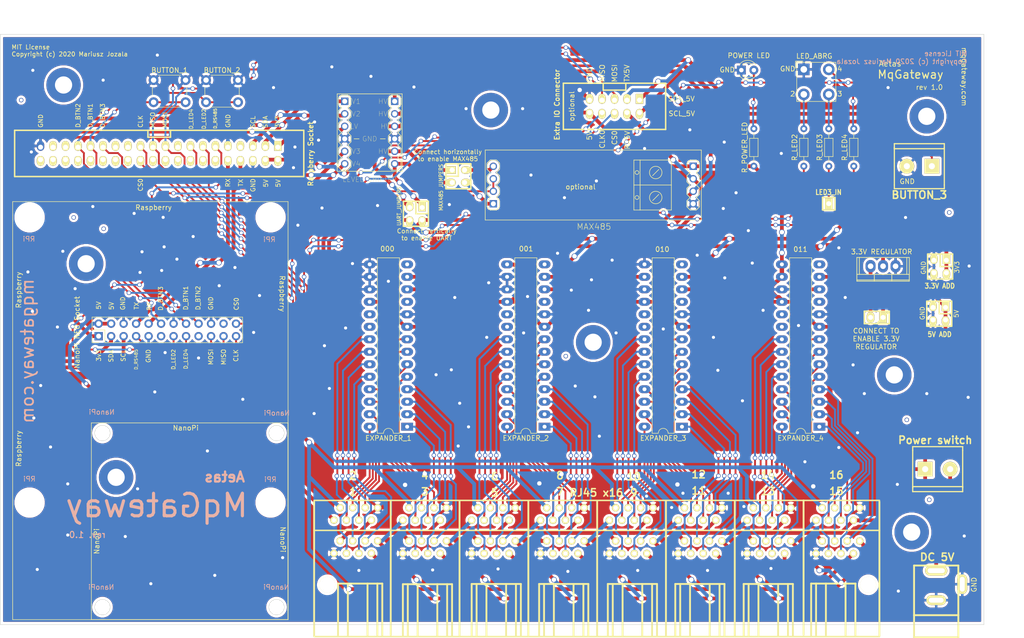
<source format=kicad_pcb>
(kicad_pcb (version 20171130) (host pcbnew 5.1.5+dfsg1-2build2)
  (layers (0 F.Cu signal) (31 B.Cu signal) (34 B.Paste user) (35 F.Paste user) (36 B.SilkS user) (37 F.SilkS user) (38 B.Mask user) (39 F.Mask user) (44 Edge.Cuts user))
  (net 0 "")
  (net 1 GND)
  (net 2 /3V3)
  (net 3 "Net-(3V3_REGULATOR_1-Pad3)")
  (net 4 +5V)
  (net 5 /D_BTN1)
  (net 6 /D_BTN2)
  (net 7 /D_BTN3)
  (net 8 /5V_START)
  (net 9 "Net-(EXPANDER_1-Pad1)")
  (net 10 "Net-(EXPANDER_1-Pad2)")
  (net 11 "Net-(EXPANDER_1-Pad3)")
  (net 12 "Net-(EXPANDER_1-Pad4)")
  (net 13 "Net-(EXPANDER_1-Pad5)")
  (net 14 "Net-(EXPANDER_1-Pad19)")
  (net 15 "Net-(EXPANDER_1-Pad6)")
  (net 16 "Net-(EXPANDER_1-Pad20)")
  (net 17 "Net-(EXPANDER_1-Pad7)")
  (net 18 "Net-(EXPANDER_1-Pad21)")
  (net 19 "Net-(EXPANDER_1-Pad8)")
  (net 20 "Net-(EXPANDER_1-Pad22)")
  (net 21 "Net-(EXPANDER_1-Pad23)")
  (net 22 "Net-(EXPANDER_1-Pad24)")
  (net 23 "Net-(EXPANDER_1-Pad11)")
  (net 24 "Net-(EXPANDER_1-Pad25)")
  (net 25 "Net-(EXPANDER_1-Pad26)")
  (net 26 "Net-(EXPANDER_1-Pad27)")
  (net 27 "Net-(EXPANDER_1-Pad14)")
  (net 28 "Net-(EXPANDER_1-Pad28)")
  (net 29 "Net-(EXPANDER_2-Pad28)")
  (net 30 "Net-(EXPANDER_2-Pad14)")
  (net 31 "Net-(EXPANDER_2-Pad27)")
  (net 32 "Net-(EXPANDER_2-Pad26)")
  (net 33 "Net-(EXPANDER_2-Pad25)")
  (net 34 "Net-(EXPANDER_2-Pad11)")
  (net 35 "Net-(EXPANDER_2-Pad24)")
  (net 36 "Net-(EXPANDER_2-Pad23)")
  (net 37 "Net-(EXPANDER_2-Pad22)")
  (net 38 "Net-(EXPANDER_2-Pad8)")
  (net 39 "Net-(EXPANDER_2-Pad21)")
  (net 40 "Net-(EXPANDER_2-Pad7)")
  (net 41 "Net-(EXPANDER_2-Pad20)")
  (net 42 "Net-(EXPANDER_2-Pad6)")
  (net 43 "Net-(EXPANDER_2-Pad19)")
  (net 44 "Net-(EXPANDER_2-Pad5)")
  (net 45 "Net-(EXPANDER_2-Pad4)")
  (net 46 "Net-(EXPANDER_2-Pad3)")
  (net 47 "Net-(EXPANDER_2-Pad2)")
  (net 48 "Net-(EXPANDER_2-Pad1)")
  (net 49 "Net-(EXPANDER_3-Pad1)")
  (net 50 "Net-(EXPANDER_3-Pad2)")
  (net 51 "Net-(EXPANDER_3-Pad3)")
  (net 52 "Net-(EXPANDER_3-Pad4)")
  (net 53 "Net-(EXPANDER_3-Pad5)")
  (net 54 "Net-(EXPANDER_3-Pad19)")
  (net 55 "Net-(EXPANDER_3-Pad6)")
  (net 56 "Net-(EXPANDER_3-Pad20)")
  (net 57 "Net-(EXPANDER_3-Pad7)")
  (net 58 "Net-(EXPANDER_3-Pad21)")
  (net 59 "Net-(EXPANDER_3-Pad8)")
  (net 60 "Net-(EXPANDER_3-Pad22)")
  (net 61 "Net-(EXPANDER_3-Pad23)")
  (net 62 "Net-(EXPANDER_3-Pad24)")
  (net 63 "Net-(EXPANDER_3-Pad11)")
  (net 64 "Net-(EXPANDER_3-Pad25)")
  (net 65 "Net-(EXPANDER_3-Pad26)")
  (net 66 "Net-(EXPANDER_3-Pad27)")
  (net 67 "Net-(EXPANDER_3-Pad14)")
  (net 68 "Net-(EXPANDER_3-Pad28)")
  (net 69 "Net-(EXPANDER_4-Pad28)")
  (net 70 "Net-(EXPANDER_4-Pad14)")
  (net 71 "Net-(EXPANDER_4-Pad27)")
  (net 72 "Net-(EXPANDER_4-Pad26)")
  (net 73 "Net-(EXPANDER_4-Pad25)")
  (net 74 "Net-(EXPANDER_4-Pad11)")
  (net 75 "Net-(EXPANDER_4-Pad24)")
  (net 76 "Net-(EXPANDER_4-Pad23)")
  (net 77 "Net-(EXPANDER_4-Pad22)")
  (net 78 "Net-(EXPANDER_4-Pad8)")
  (net 79 "Net-(EXPANDER_4-Pad21)")
  (net 80 "Net-(EXPANDER_4-Pad7)")
  (net 81 "Net-(EXPANDER_4-Pad20)")
  (net 82 "Net-(EXPANDER_4-Pad6)")
  (net 83 "Net-(EXPANDER_4-Pad19)")
  (net 84 "Net-(EXPANDER_4-Pad5)")
  (net 85 "Net-(EXPANDER_4-Pad4)")
  (net 86 "Net-(EXPANDER_4-Pad3)")
  (net 87 "Net-(EXPANDER_4-Pad2)")
  (net 88 "Net-(EXPANDER_4-Pad1)")
  (net 89 /SDA1)
  (net 90 /SCL1)
  (net 91 /RX1)
  (net 92 /TX1)
  (net 93 /CLK0)
  (net 94 /MISO0)
  (net 95 /CS0)
  (net 96 /MOSI0)
  (net 97 /TX1_5V)
  (net 98 /RX1_5V)
  (net 99 "Net-(MAX485-PadJ1.1)")
  (net 100 /D_RS485)
  (net 101 "Net-(MAX485-PadJ1.4)")
  (net 102 "Net-(NanoPi_NEO_1-Pad17)")
  (net 103 /D_LED1)
  (net 104 /D_LED2)
  (net 105 "Net-(POWER_LED_1-Pad2)")
  (net 106 "Net-(R_LED0-Pad2)")
  (net 107 "Net-(R_LED0-Pad1)")
  (net 108 "Net-(R_LED1-Pad1)")
  (net 109 "Net-(R_LED2-Pad1)")
  (net 110 "Net-(RaspberryPi_1-Pad37)")
  (net 111 "Net-(RaspberryPi_1-Pad38)")
  (net 112 "Net-(RaspberryPi_1-Pad40)")
  (net 113 "Net-(RaspberryPi_1-Pad35)")
  (net 114 "Net-(RaspberryPi_1-Pad36)")
  (net 115 "Net-(RaspberryPi_1-Pad32)")
  (net 116 "Net-(RaspberryPi_1-Pad27)")
  (net 117 "Net-(RaspberryPi_1-Pad28)")
  (net 118 "Net-(RaspberryPi_1-Pad26)")
  (net 119 "Net-(RaspberryPi_1-Pad22)")
  (net 120 "Net-(RaspberryPi_1-Pad17)")
  (net 121 "Net-(RaspberryPi_1-Pad18)")
  (net 122 "Net-(RaspberryPi_1-Pad16)")
  (net 123 "Net-(RaspberryPi_1-Pad12)")
  (net 124 "Net-(RaspberryPi_1-Pad7)")
  (net 125 /LS_OUT_RX1)
  (net 126 /LS_OUT_TX1)
  (net 127 "Net-(NanoPi_NEO_1-Pad22)")
  (net 128 "Net-(NanoPi_NEO_1-Pad11)")
  (net 129 /3V3_PI)
  (net 130 /SDA1_HV)
  (net 131 "Net-(RaspberryPi_1-Pad34)")
  (net 132 "Net-(RaspberryPi_1-Pad30)")
  (net 133 "Net-(RaspberryPi_1-Pad25)")
  (net 134 "Net-(RaspberryPi_1-Pad20)")
  (net 135 "Net-(RaspberryPi_1-Pad14)")
  (net 136 /SCL1_HV)
  (module Mounting_Holes:MountingHole_3.5mm_Pad (layer F.Cu) (at 39.348 35.284)
    (fp_text reference "" (at 0 -4.5) (layer F.SilkS))
    (fp_text value MountingHole_3.5mm_Pad)
    (pad 1 thru_hole circle (at 0 0) (size 7 7) (drill 3.5) (layers *.Cu *.Mask))
  )
  (module Mounting_Holes:MountingHole_3.5mm_Pad (layer F.Cu) (at 147.044 87.608)
    (fp_text reference "" (at 0 -4.5) (layer F.SilkS))
    (fp_text value MountingHole_3.5mm_Pad)
    (pad 1 thru_hole circle (at 0 0) (size 7 7) (drill 3.5) (layers *.Cu *.Mask))
  )
  (module Mounting_Holes:MountingHole_3.5mm_Pad (layer F.Cu) (at 43.942 71.628)
    (fp_text reference "" (at 0 -4.5) (layer F.SilkS))
    (fp_text value MountingHole_3.5mm_Pad)
    (pad 1 thru_hole circle (at 0 0) (size 7 7) (drill 3.5) (layers *.Cu *.Mask))
  )
  (module Mounting_Holes:MountingHole_3.5mm_Pad (layer F.Cu) (at 211.814 126.216)
    (fp_text reference "" (at 0 -4.5) (layer F.SilkS))
    (fp_text value MountingHole_3.5mm_Pad)
    (pad 1 thru_hole circle (at 0 0) (size 7 7) (drill 3.5) (layers *.Cu *.Mask))
  )
  (module Mounting_Holes:MountingHole_3.5mm_Pad (layer F.Cu) (at 214.884 41.656)
    (fp_text reference "" (at 0 -4.5) (layer F.SilkS))
    (fp_text value MountingHole_3.5mm_Pad)
    (pad 1 thru_hole circle (at 0 0) (size 7 7) (drill 3.5) (layers *.Cu *.Mask))
  )
  (module Mounting_Holes:MountingHole_3.5mm_Pad (layer F.Cu) (at 126.238 40.386)
    (fp_text reference "" (at 0 -4.5) (layer F.SilkS))
    (fp_text value MountingHole_3.5mm_Pad)
    (pad 1 thru_hole circle (at 0 0) (size 7 7) (drill 3.5) (layers *.Cu *.Mask))
  )
  (module Mounting_Holes:MountingHole_3.5mm_Pad (layer F.Cu) (at 50.038 115.062)
    (fp_text reference "" (at 0 -4.5) (layer F.SilkS))
    (fp_text value MountingHole_3.5mm_Pad)
    (pad 1 thru_hole circle (at 0 0) (size 7 7) (drill 3.5) (layers *.Cu *.Mask))
  )
  (module Mounting_Holes:MountingHole_3.5mm_Pad (layer F.Cu) (at 208.28 94.234)
    (fp_text reference "" (at 0 -4.5) (layer F.SilkS))
    (fp_text value MountingHole_3.5mm_Pad)
    (pad 1 thru_hole circle (at 0 0) (size 7 7) (drill 3.5) (layers *.Cu *.Mask))
  )
  (module w_conn_strip:vasch_strip_20x2 (layer F.Cu) (at 56.4 49.4 180)
    (fp_text reference RaspberryPi_1 hide)
    (fp_text value "Raspberry Socket" (at -33.2 0.1 270) (layer F.SilkS) (effects (font (thickness 0.2032))))
    (fp_text user 3V3 (at -26.48 6.6 90) (layer F.SilkS) (effects (font (size 0.889 0.889) (thickness 0.1397))))
    (fp_text user 5V (at -26.58 -5.87 90) (layer F.SilkS) (effects (font (size 0.889 0.889) (thickness 0.1397))))
    (fp_text user GND (at -21.48 -6.27 90) (layer F.SilkS) (effects (font (size 0.889 0.889) (thickness 0.1397))))
    (fp_text user TX (at -18.98 -5.77 90) (layer F.SilkS) (effects (font (size 0.889 0.889) (thickness 0.1397))))
    (fp_text user RX (at -16.38 -5.77 90) (layer F.SilkS) (effects (font (size 0.889 0.889) (thickness 0.1397))))
    (fp_text user SDA (at -23.98 6.6 90) (layer F.SilkS) (effects (font (size 0.889 0.889) (thickness 0.1397))))
    (fp_text user SCL (at -21.48 6.6 90) (layer F.SilkS) (effects (font (size 0.889 0.889) (thickness 0.1397))))
    (fp_text user 5V (at -24.08 -5.87 90) (layer F.SilkS) (effects (font (size 0.889 0.889) (thickness 0.1397))))
    (fp_text user GND (at 21.7 6.8 270) (layer F.SilkS) (effects (font (size 0.889 0.889) (thickness 0.1397))))
    (fp_text user D_BTN1 (at 11.6 7.9 270) (layer F.SilkS) (effects (font (size 0.889 0.889) (thickness 0.1397))))
    (fp_text user D_BTN2 (at 14.1 7.9 270) (layer F.SilkS) (effects (font (size 0.889 0.889) (thickness 0.1397))))
    (fp_text user D_BTN3 (at 9.1 7.9 270) (layer F.SilkS) (effects (font (size 0.889 0.889) (thickness 0.1397))))
    (fp_text user CLK (at 1.4 6.7 270) (layer F.SilkS) (effects (font (size 0.889 0.889) (thickness 0.1397))))
    (fp_text user MISO (at -1.1 7 270) (layer F.SilkS) (effects (font (size 0.889 0.889) (thickness 0.1397))))
    (fp_text user MOSI (at -3.6 7 270) (layer F.SilkS) (effects (font (size 0.889 0.889) (thickness 0.1397))))
    (fp_text user CS0 (at 1.4 -6.2 270) (layer F.SilkS) (effects (font (size 0.889 0.889) (thickness 0.1397))))
    (fp_text user GND (at -16.4 6.8 270) (layer F.SilkS) (effects (font (size 0.889 0.889) (thickness 0.1397))))
    (fp_text user D_LED2 (at -11.5 7.2 270) (layer F.SilkS) (effects (font (size 0.762 0.762) (thickness 0.127))))
    (fp_text user D_LED4 (at -8.9 7.2 270) (layer F.SilkS) (effects (font (size 0.762 0.762) (thickness 0.127))))
    (fp_text user D_RS485 (at -13.8 7.3 270) (layer F.SilkS) (effects (font (size 0.635 0.635) (thickness 0.127))))
    (pad 37 thru_hole oval (at 19.19 1.47 180) (size 1.5 2) (drill 1 (offset 0 0.25)) (layers *.Cu *.Mask F.SilkS) (net 110 "Net-(RaspberryPi_1-Pad37)"))
    (pad 38 thru_hole oval (at 19.19 -1.07 180) (size 1.5 2) (drill 1 (offset 0 -0.25)) (layers *.Cu *.Mask F.SilkS) (net 111 "Net-(RaspberryPi_1-Pad38)"))
    (pad 40 thru_hole oval (at 21.73 -1.07 180) (size 1.5 2) (drill 1 (offset 0 -0.25)) (layers *.Cu *.Mask F.SilkS) (net 112 "Net-(RaspberryPi_1-Pad40)"))
    (pad 39 thru_hole oval (at 21.73 1.47 180) (size 1.5 2) (drill 1 (offset 0 0.25)) (layers *.Cu *.Mask) (net 1 GND))
    (pad 35 thru_hole oval (at 16.65 1.47 180) (size 1.5 2) (drill 1 (offset 0 0.25)) (layers *.Cu *.Mask F.SilkS) (net 113 "Net-(RaspberryPi_1-Pad35)"))
    (pad 36 thru_hole oval (at 16.65 -1.07 180) (size 1.5 2) (drill 1 (offset 0 -0.25)) (layers *.Cu *.Mask F.SilkS) (net 114 "Net-(RaspberryPi_1-Pad36)"))
    (pad 34 thru_hole oval (at 14.11 -1.07 180) (size 1.5 2) (drill 1 (offset 0 -0.25)) (layers *.Cu *.Mask F.SilkS) (net 131 "Net-(RaspberryPi_1-Pad34)"))
    (pad 33 thru_hole oval (at 14.11 1.47 180) (size 1.5 2) (drill 1 (offset 0 0.25)) (layers *.Cu *.Mask F.SilkS) (net 6 /D_BTN2))
    (pad 31 thru_hole oval (at 11.57 1.47 180) (size 1.5 2) (drill 1 (offset 0 0.25)) (layers *.Cu *.Mask F.SilkS) (net 5 /D_BTN1))
    (pad 32 thru_hole oval (at 11.57 -1.07 180) (size 1.5 2) (drill 1 (offset 0 -0.25)) (layers *.Cu *.Mask F.SilkS) (net 115 "Net-(RaspberryPi_1-Pad32)"))
    (pad 27 thru_hole oval (at 6.49 1.47 180) (size 1.5 2) (drill 1 (offset 0 0.25)) (layers *.Cu *.Mask F.SilkS) (net 116 "Net-(RaspberryPi_1-Pad27)"))
    (pad 28 thru_hole oval (at 6.49 -1.07 180) (size 1.5 2) (drill 1 (offset 0 -0.25)) (layers *.Cu *.Mask F.SilkS) (net 117 "Net-(RaspberryPi_1-Pad28)"))
    (pad 30 thru_hole oval (at 9.03 -1.07 180) (size 1.5 2) (drill 1 (offset 0 -0.25)) (layers *.Cu *.Mask F.SilkS) (net 132 "Net-(RaspberryPi_1-Pad30)"))
    (pad 29 thru_hole oval (at 9.03 1.47 180) (size 1.5 2) (drill 1 (offset 0 0.25)) (layers *.Cu *.Mask F.SilkS) (net 7 /D_BTN3))
    (pad 25 thru_hole oval (at 3.95 1.47 180) (size 1.5 2) (drill 1 (offset 0 0.25)) (layers *.Cu *.Mask F.SilkS) (net 133 "Net-(RaspberryPi_1-Pad25)"))
    (pad 26 thru_hole oval (at 3.95 -1.07 180) (size 1.5 2) (drill 1 (offset 0 -0.25)) (layers *.Cu *.Mask F.SilkS) (net 118 "Net-(RaspberryPi_1-Pad26)"))
    (pad 24 thru_hole oval (at 1.41 -1.07 180) (size 1.5 2) (drill 1 (offset 0 -0.25)) (layers *.Cu *.Mask F.SilkS) (net 95 /CS0))
    (pad 23 thru_hole oval (at 1.41 1.47 180) (size 1.5 2) (drill 1 (offset 0 0.25)) (layers *.Cu *.Mask F.SilkS) (net 93 /CLK0))
    (pad 21 thru_hole oval (at -1.13 1.47 180) (size 1.5 2) (drill 1 (offset 0 0.25)) (layers *.Cu *.Mask F.SilkS) (net 94 /MISO0))
    (pad 22 thru_hole oval (at -1.13 -1.07 180) (size 1.5 2) (drill 1 (offset 0 -0.25)) (layers *.Cu *.Mask F.SilkS) (net 119 "Net-(RaspberryPi_1-Pad22)"))
    (pad 20 thru_hole oval (at -3.67 -1.07 180) (size 1.5 2) (drill 1 (offset 0 -0.25)) (layers *.Cu *.Mask F.SilkS) (net 134 "Net-(RaspberryPi_1-Pad20)"))
    (pad 19 thru_hole oval (at -3.67 1.47 180) (size 1.5 2) (drill 1 (offset 0 0.25)) (layers *.Cu *.Mask F.SilkS) (net 96 /MOSI0))
    (pad 17 thru_hole oval (at -6.21 1.47 180) (size 1.5 2) (drill 1 (offset 0 0.25)) (layers *.Cu *.Mask F.SilkS) (net 120 "Net-(RaspberryPi_1-Pad17)"))
    (pad 18 thru_hole oval (at -6.21 -1.07 180) (size 1.5 2) (drill 1 (offset 0 -0.25)) (layers *.Cu *.Mask F.SilkS) (net 121 "Net-(RaspberryPi_1-Pad18)"))
    (pad 16 thru_hole oval (at -8.75 -1.07 180) (size 1.5 2) (drill 1 (offset 0 -0.25)) (layers *.Cu *.Mask F.SilkS) (net 122 "Net-(RaspberryPi_1-Pad16)"))
    (pad 15 thru_hole oval (at -8.75 1.47 180) (size 1.5 2) (drill 1 (offset 0 0.25)) (layers *.Cu *.Mask F.SilkS) (net 103 /D_LED1))
    (pad 13 thru_hole oval (at -11.29 1.47 180) (size 1.5 2) (drill 1 (offset 0 0.25)) (layers *.Cu *.Mask F.SilkS) (net 104 /D_LED2))
    (pad 14 thru_hole oval (at -11.29 -1.07 180) (size 1.5 2) (drill 1 (offset 0 -0.25)) (layers *.Cu *.Mask F.SilkS) (net 135 "Net-(RaspberryPi_1-Pad14)"))
    (pad 12 thru_hole oval (at -13.83 -1.07 180) (size 1.5 2) (drill 1 (offset 0 -0.25)) (layers *.Cu *.Mask F.SilkS) (net 123 "Net-(RaspberryPi_1-Pad12)"))
    (pad 11 thru_hole oval (at -13.83 1.47 180) (size 1.5 2) (drill 1 (offset 0 0.25)) (layers *.Cu *.Mask F.SilkS) (net 100 /D_RS485))
    (pad 9 thru_hole oval (at -16.37 1.47 180) (size 1.5 2) (drill 1 (offset 0 0.25)) (layers *.Cu *.Mask F.SilkS) (net 1 GND))
    (pad 10 thru_hole oval (at -16.37 -1.07 180) (size 1.5 2) (drill 1 (offset 0 -0.25)) (layers *.Cu *.Mask F.SilkS) (net 91 /RX1))
    (pad 8 thru_hole oval (at -18.91 -1.07 180) (size 1.5 2) (drill 1 (offset 0 -0.25)) (layers *.Cu *.Mask F.SilkS) (net 92 /TX1))
    (pad 7 thru_hole oval (at -18.91 1.47 180) (size 1.5 2) (drill 1 (offset 0 0.25)) (layers *.Cu *.Mask F.SilkS) (net 124 "Net-(RaspberryPi_1-Pad7)"))
    (pad 1 thru_hole rect (at -26.53 1.47 180) (size 1.5 2) (drill 1 (offset 0 0.25)) (layers *.Cu *.Mask F.SilkS) (net 129 /3V3_PI))
    (pad 2 thru_hole oval (at -26.53 -1.07 180) (size 1.5 2) (drill 1 (offset 0 -0.25)) (layers *.Cu *.Mask F.SilkS) (net 4 +5V))
    (pad 3 thru_hole oval (at -23.99 1.47 180) (size 1.5 2) (drill 1 (offset 0 0.25)) (layers *.Cu *.Mask F.SilkS) (net 89 /SDA1))
    (pad 4 thru_hole oval (at -23.99 -1.07 180) (size 1.5 2) (drill 1 (offset 0 -0.25)) (layers *.Cu *.Mask F.SilkS) (net 4 +5V))
    (pad 5 thru_hole oval (at -21.45 1.47 180) (size 1.5 2) (drill 1 (offset 0 0.25)) (layers *.Cu *.Mask F.SilkS) (net 90 /SCL1))
    (pad 6 thru_hole oval (at -21.45 -1.07 180) (size 1.5 2) (drill 1 (offset 0 -0.25)) (layers *.Cu *.Mask F.SilkS) (net 1 GND))
  )
  (module RPi_Hat:RPi_Hat_Mounting_Hole (layer F.Cu) (at 32.448 62.198 90)
    (fp_text reference "" hide)
    (fp_text value "" hide)
    (pad "" np_thru_hole circle (at 0 0 90) (size 2.75 2.75) (drill 2.75) (layers *.Cu *.Mask) (clearance 1.725))
  )
  (module RPi_Hat:RPi_Hat_Mounting_Hole (layer F.Cu) (at 81.448 62.198 90)
    (fp_text reference "" hide)
    (fp_text value "" hide)
    (pad "" np_thru_hole circle (at 0 0 90) (size 2.75 2.75) (drill 2.75) (layers *.Cu *.Mask) (clearance 1.725))
  )
  (module RPi_Hat:RPi_Hat_Mounting_Hole (layer F.Cu) (at 81.448 120.198 90)
    (fp_text reference "" hide)
    (fp_text value "" hide)
    (pad "" np_thru_hole circle (at 0 0 90) (size 2.75 2.75) (drill 2.75) (layers *.Cu *.Mask) (clearance 1.725))
  )
  (module RPi_Hat:RPi_Hat_Mounting_Hole (layer F.Cu) (at 32.448 120.198 90)
    (fp_text reference "" hide)
    (fp_text value "" hide)
    (pad "" np_thru_hole circle (at 0 0 90) (size 2.75 2.75) (drill 2.75) (layers *.Cu *.Mask) (clearance 1.725))
  )
  (module Mounting_Holes:MountingHole_3mm (layer F.Cu) (at 82.658 141.464)
    (fp_text reference H2 hide)
    (fp_text value MountingHole hide)
    (pad 1 np_thru_hole circle (at 0 0) (size 3 3) (drill 3) (layers *.Cu *.Mask))
  )
  (module Mounting_Holes:MountingHole_3mm (layer F.Cu) (at 82.658 106.064)
    (fp_text reference H3 hide)
    (fp_text value MountingHole hide)
    (pad 1 np_thru_hole circle (at 0 0) (size 3 3) (drill 3) (layers *.Cu *.Mask))
  )
  (module Mounting_Holes:MountingHole_3mm (layer F.Cu) (at 47.258 141.464)
    (fp_text reference H1 hide)
    (fp_text value MountingHole hide)
    (pad 1 np_thru_hole circle (at 0 0) (size 3 3) (drill 3) (layers *.Cu *.Mask))
  )
  (module Mounting_Holes:MountingHole_3mm (layer F.Cu) (at 47.258 106.064)
    (fp_text reference H4 hide)
    (fp_text value MountingHole hide)
    (pad 1 np_thru_hole circle (at 0 0) (size 3 3) (drill 3) (layers *.Cu *.Mask))
  )
  (module Socket_Strips:Socket_Strip_Straight_2x12_Pitch2.54mm (layer F.Cu) (at 58.742 84.91 90)
    (fp_text reference NanoPi_NEO_1 hide)
    (fp_text value "NanoPi NEO Socket" (at -0.69 -16.642 270) (layer F.SilkS))
    (fp_text user RX (at 4.61 -1.942 270) (layer F.SilkS) (effects (font (size 0.889 0.889) (thickness 0.1397))))
    (fp_text user TX (at 4.71 -4.542 90) (layer F.SilkS) (effects (font (size 0.889 0.889) (thickness 0.1397))))
    (fp_text user 5V (at 3.91 -12.242 90) (layer F.SilkS) (effects (font (size 0.889 0.889) (thickness 0.1397)) (justify left)))
    (fp_text user 5V (at 4.71 -9.642 90) (layer F.SilkS) (effects (font (size 0.889 0.889) (thickness 0.1397))))
    (fp_text user GND (at 5.21 -7.342 90) (layer F.SilkS) (effects (font (size 0.889 0.889) (thickness 0.1397))))
    (fp_text user 3v3 (at -5.39 -12.242 90) (layer F.SilkS) (effects (font (size 0.889 0.889) (thickness 0.1397))))
    (fp_text user SDA (at -5.49 -9.742 90) (layer F.SilkS) (effects (font (size 0.889 0.889) (thickness 0.1397))))
    (fp_text user SCL (at -5.39 -7.242 90) (layer F.SilkS) (effects (font (size 0.889 0.889) (thickness 0.1397))))
    (fp_text user GND (at -5.49 -2.142 90) (layer F.SilkS) (effects (font (size 0.889 0.889) (thickness 0.1397))))
    (fp_text user D_RS485 (at -6.19 -4.642 90) (layer F.SilkS) (effects (font (size 0.635 0.635) (thickness 0.1016))))
    (fp_text user D_LED4 (at -6.09 5.458 90) (layer F.SilkS) (effects (font (size 0.762 0.762) (thickness 0.127))))
    (fp_text user D_LED2 (at -6.19 2.958 90) (layer F.SilkS) (effects (font (size 0.762 0.762) (thickness 0.127))))
    (fp_text user MOSI (at -5.69 10.558 90) (layer F.SilkS) (effects (font (size 0.889 0.889) (thickness 0.1397))))
    (fp_text user MISO (at -5.69 13.158 90) (layer F.SilkS) (effects (font (size 0.889 0.889) (thickness 0.1397))))
    (fp_text user CLK (at -5.39 15.658 90) (layer F.SilkS) (effects (font (size 0.889 0.889) (thickness 0.1397))))
    (fp_text user CS0 (at 5.11 15.758 90) (layer F.SilkS) (effects (font (size 0.889 0.889) (thickness 0.1397))))
    (fp_text user D_BTN2 (at 6.31 7.958 90) (layer F.SilkS) (effects (font (size 0.889 0.889) (thickness 0.1397))))
    (fp_text user D_BTN1 (at 6.31 5.458 90) (layer F.SilkS) (effects (font (size 0.889 0.889) (thickness 0.1397))))
    (fp_text user D_BTN3 (at 6.21 0.358 90) (layer F.SilkS) (effects (font (size 0.889 0.889) (thickness 0.1397))))
    (fp_text user GND (at 5.21 10.558 90) (layer F.SilkS) (effects (font (size 0.889 0.889) (thickness 0.1397))))
    (pad 24 thru_hole oval (at 1.09 15.68 90) (size 1.7 1.7) (drill 1) (layers *.Cu *.Mask) (net 95 /CS0))
    (pad 23 thru_hole oval (at -1.45 15.68 90) (size 1.7 1.7) (drill 1) (layers *.Cu *.Mask) (net 93 /CLK0))
    (pad 22 thru_hole oval (at 1.09 13.14 90) (size 1.7 1.7) (drill 1) (layers *.Cu *.Mask) (net 127 "Net-(NanoPi_NEO_1-Pad22)"))
    (pad 21 thru_hole oval (at -1.45 13.14 90) (size 1.7 1.7) (drill 1) (layers *.Cu *.Mask) (net 94 /MISO0))
    (pad 20 thru_hole oval (at 1.09 10.6 90) (size 1.7 1.7) (drill 1) (layers *.Cu *.Mask) (net 1 GND))
    (pad 19 thru_hole oval (at -1.45 10.6 90) (size 1.7 1.7) (drill 1) (layers *.Cu *.Mask) (net 96 /MOSI0))
    (pad 18 thru_hole oval (at 1.09 8.06 90) (size 1.7 1.7) (drill 1) (layers *.Cu *.Mask) (net 6 /D_BTN2))
    (pad 17 thru_hole oval (at -1.45 8.06 90) (size 1.7 1.7) (drill 1) (layers *.Cu *.Mask) (net 102 "Net-(NanoPi_NEO_1-Pad17)"))
    (pad 16 thru_hole oval (at 1.09 5.52 90) (size 1.7 1.7) (drill 1) (layers *.Cu *.Mask) (net 5 /D_BTN1))
    (pad 15 thru_hole oval (at -1.45 5.52 90) (size 1.7 1.7) (drill 1) (layers *.Cu *.Mask) (net 103 /D_LED1))
    (pad 14 thru_hole oval (at 1.09 2.98 90) (size 1.7 1.7) (drill 1) (layers *.Cu *.Mask) (net 1 GND))
    (pad 13 thru_hole oval (at -1.45 2.98 90) (size 1.7 1.7) (drill 1) (layers *.Cu *.Mask) (net 104 /D_LED2))
    (pad 12 thru_hole oval (at 1.09 0.44 90) (size 1.7 1.7) (drill 1) (layers *.Cu *.Mask) (net 7 /D_BTN3))
    (pad 11 thru_hole oval (at -1.45 0.44 90) (size 1.7 1.7) (drill 1) (layers *.Cu *.Mask) (net 128 "Net-(NanoPi_NEO_1-Pad11)"))
    (pad 10 thru_hole oval (at 1.09 -2.1 90) (size 1.7 1.7) (drill 1) (layers *.Cu *.Mask) (net 91 /RX1))
    (pad 9 thru_hole oval (at -1.45 -2.1 90) (size 1.7 1.7) (drill 1) (layers *.Cu *.Mask) (net 1 GND))
    (pad 8 thru_hole oval (at 1.09 -4.64 90) (size 1.7 1.7) (drill 1) (layers *.Cu *.Mask) (net 92 /TX1))
    (pad 7 thru_hole oval (at -1.45 -4.64 90) (size 1.7 1.7) (drill 1) (layers *.Cu *.Mask) (net 100 /D_RS485))
    (pad 6 thru_hole oval (at 1.09 -7.18 90) (size 1.7 1.7) (drill 1) (layers *.Cu *.Mask) (net 1 GND))
    (pad 5 thru_hole oval (at -1.45 -7.18 90) (size 1.7 1.7) (drill 1) (layers *.Cu *.Mask) (net 90 /SCL1))
    (pad 4 thru_hole oval (at 1.09 -9.72 90) (size 1.7 1.7) (drill 1) (layers *.Cu *.Mask) (net 4 +5V))
    (pad 3 thru_hole oval (at -1.45 -9.72 90) (size 1.7 1.7) (drill 1) (layers *.Cu *.Mask) (net 89 /SDA1))
    (pad 2 thru_hole oval (at 1.09 -12.26 90) (size 1.7 1.7) (drill 1) (layers *.Cu *.Mask) (net 4 +5V))
    (pad 1 thru_hole rect (at -1.45 -12.26 90) (size 1.7 1.7) (drill 1) (layers *.Cu *.Mask) (net 129 /3V3_PI))
  )
  (module w_conn_screw:mors_2p (layer F.Cu) (at 217.1 113.4)
    (fp_text reference POWER_SWITCH_1 hide)
    (fp_text value "Power switch" (at -0.5 -5.9) (layer F.SilkS) (effects (font (size 1.524 1.524) (thickness 0.3048))))
    (pad 1 thru_hole rect (at -2.54 0) (size 2.99974 2.99974) (drill 1.24968) (layers *.Cu *.Mask F.SilkS) (net 4 +5V))
    (pad 2 thru_hole circle (at 2.54 0) (size 2.99974 2.99974) (drill 1.24968) (layers *.Cu *.Mask F.SilkS) (net 8 /5V_START))
  )
  (module aetas_kicad:8p8c_2x8_roomhub (layer F.Cu) (at 147.955 136.525)
    (fp_text reference RJ45x16_1 hide)
    (fp_text value "RJ45 x16" (at -0.255 -18.325 -180) (layer F.SilkS) (effects (font (size 1.524 1.524) (thickness 0.3048))))
    (pad 4.7 thru_hole circle (at -38.35678 -15.28) (size 1.50114 1.50114) (drill 0.89916) (layers *.Cu *.Mask F.SilkS) (net 97 /TX1_5V))
    (pad 4.5 thru_hole circle (at -35.81678 -15.28) (size 1.50114 1.50114) (drill 0.89916) (layers *.Cu *.Mask F.SilkS) (net 17 "Net-(EXPANDER_1-Pad7)"))
    (pad 16.4 thru_hole circle (at 49.4745 -12.72) (size 1.50114 1.50114) (drill 0.89916) (layers *.Cu *.Mask F.SilkS) (net 82 "Net-(EXPANDER_4-Pad6)"))
    (pad 6.4 thru_hole circle (at -20.54655 -12.73) (size 1.50114 1.50114) (drill 0.89916) (layers *.Cu *.Mask F.SilkS) (net 32 "Net-(EXPANDER_2-Pad26)"))
    (pad 14.8 thru_hole circle (at 30.3945 -12.72) (size 1.50114 1.50114) (drill 0.89916) (layers *.Cu *.Mask F.SilkS) (net 98 /RX1_5V))
    (pad 6.6 thru_hole circle (at -23.08655 -12.73) (size 1.50114 1.50114) (drill 0.89916) (layers *.Cu *.Mask F.SilkS) (net 29 "Net-(EXPANDER_2-Pad28)"))
    (pad 16.8 thru_hole circle (at 44.3945 -12.72) (size 1.50114 1.50114) (drill 0.89916) (layers *.Cu *.Mask F.SilkS) (net 98 /RX1_5V))
    (pad 16.5 thru_hole circle (at 48.2045 -15.26) (size 1.50114 1.50114) (drill 0.89916) (layers *.Cu *.Mask F.SilkS) (net 80 "Net-(EXPANDER_4-Pad7)"))
    (pad 14.4 thru_hole circle (at 35.4745 -12.72) (size 1.50114 1.50114) (drill 0.89916) (layers *.Cu *.Mask F.SilkS) (net 72 "Net-(EXPANDER_4-Pad26)"))
    (pad 14.1 thru_hole circle (at 39.2845 -15.26) (size 1.50114 1.50114) (drill 0.89916) (layers *.Cu *.Mask F.SilkS) (net 1 GND))
    (pad 14.7 thru_hole circle (at 31.6645 -15.26) (size 1.50114 1.50114) (drill 0.89916) (layers *.Cu *.Mask F.SilkS) (net 97 /TX1_5V))
    (pad 12.4 thru_hole circle (at 21.4641 -12.73) (size 1.50114 1.50114) (drill 0.89916) (layers *.Cu *.Mask F.SilkS) (net 55 "Net-(EXPANDER_3-Pad6)"))
    (pad 14.2 thru_hole circle (at 38.0145 -12.72) (size 1.50114 1.50114) (drill 0.89916) (layers *.Cu *.Mask F.SilkS) (net 4 +5V))
    (pad 12.1 thru_hole circle (at 25.2741 -15.27) (size 1.50114 1.50114) (drill 0.89916) (layers *.Cu *.Mask F.SilkS) (net 1 GND))
    (pad 12.6 thru_hole circle (at 18.9241 -12.73) (size 1.50114 1.50114) (drill 0.89916) (layers *.Cu *.Mask F.SilkS) (net 59 "Net-(EXPANDER_3-Pad8)"))
    (pad 16.3 thru_hole circle (at 50.7445 -15.26) (size 1.50114 1.50114) (drill 0.89916) (layers *.Cu *.Mask F.SilkS) (net 84 "Net-(EXPANDER_4-Pad5)"))
    (pad 12.3 thru_hole circle (at 22.7341 -15.27) (size 1.50114 1.50114) (drill 0.89916) (layers *.Cu *.Mask F.SilkS) (net 53 "Net-(EXPANDER_3-Pad5)"))
    (pad 12.7 thru_hole circle (at 17.6541 -15.27) (size 1.50114 1.50114) (drill 0.89916) (layers *.Cu *.Mask F.SilkS) (net 97 /TX1_5V))
    (pad 4.1 thru_hole circle (at -30.73678 -15.28) (size 1.50114 1.50114) (drill 0.89916) (layers *.Cu *.Mask F.SilkS) (net 1 GND))
    (pad 2.8 thru_hole circle (at -53.627 -12.75) (size 1.50114 1.50114) (drill 0.89916) (layers *.Cu *.Mask F.SilkS) (net 98 /RX1_5V))
    (pad 12.5 thru_hole circle (at 20.1941 -15.27) (size 1.50114 1.50114) (drill 0.89916) (layers *.Cu *.Mask F.SilkS) (net 57 "Net-(EXPANDER_3-Pad7)"))
    (pad 4.3 thru_hole circle (at -33.27678 -15.28) (size 1.50114 1.50114) (drill 0.89916) (layers *.Cu *.Mask F.SilkS) (net 13 "Net-(EXPANDER_1-Pad5)"))
    (pad 14.3 thru_hole circle (at 36.7445 -15.26) (size 1.50114 1.50114) (drill 0.89916) (layers *.Cu *.Mask F.SilkS) (net 73 "Net-(EXPANDER_4-Pad25)"))
    (pad 2.3 thru_hole circle (at -47.277 -15.29) (size 1.50114 1.50114) (drill 0.89916) (layers *.Cu *.Mask F.SilkS) (net 24 "Net-(EXPANDER_1-Pad25)"))
    (pad 4.8 thru_hole circle (at -39.62678 -12.74) (size 1.50114 1.50114) (drill 0.89916) (layers *.Cu *.Mask F.SilkS) (net 98 /RX1_5V))
    (pad 16.7 thru_hole circle (at 45.6645 -15.26) (size 1.50114 1.50114) (drill 0.89916) (layers *.Cu *.Mask F.SilkS) (net 97 /TX1_5V))
    (pad 12.8 thru_hole circle (at 16.3841 -12.73) (size 1.50114 1.50114) (drill 0.89916) (layers *.Cu *.Mask F.SilkS) (net 98 /RX1_5V))
    (pad 8.8 thru_hole circle (at -11.626385 -12.73) (size 1.50114 1.50114) (drill 0.89916) (layers *.Cu *.Mask F.SilkS) (net 98 /RX1_5V))
    (pad 8.1 thru_hole circle (at -2.736385 -15.27) (size 1.50114 1.50114) (drill 0.89916) (layers *.Cu *.Mask F.SilkS) (net 1 GND))
    (pad 8.7 thru_hole circle (at -10.356385 -15.27) (size 1.50114 1.50114) (drill 0.89916) (layers *.Cu *.Mask F.SilkS) (net 97 /TX1_5V))
    (pad 6.3 thru_hole circle (at -19.27655 -15.27) (size 1.50114 1.50114) (drill 0.89916) (layers *.Cu *.Mask F.SilkS) (net 33 "Net-(EXPANDER_2-Pad25)"))
    (pad 4.6 thru_hole circle (at -37.08678 -12.74) (size 1.50114 1.50114) (drill 0.89916) (layers *.Cu *.Mask F.SilkS) (net 19 "Net-(EXPANDER_1-Pad8)"))
    (pad 10.6 thru_hole circle (at 4.9239 -12.73) (size 1.50114 1.50114) (drill 0.89916) (layers *.Cu *.Mask F.SilkS) (net 68 "Net-(EXPANDER_3-Pad28)"))
    (pad 16.1 thru_hole circle (at 53.2845 -15.26) (size 1.50114 1.50114) (drill 0.89916) (layers *.Cu *.Mask F.SilkS) (net 1 GND))
    (pad 16.6 thru_hole circle (at 46.9345 -12.72) (size 1.50114 1.50114) (drill 0.89916) (layers *.Cu *.Mask F.SilkS) (net 78 "Net-(EXPANDER_4-Pad8)"))
    (pad 2.1 thru_hole circle (at -44.737 -15.29) (size 1.50114 1.50114) (drill 0.89916) (layers *.Cu *.Mask F.SilkS) (net 1 GND))
    (pad 10.3 thru_hole circle (at 8.7339 -15.27) (size 1.50114 1.50114) (drill 0.89916) (layers *.Cu *.Mask F.SilkS) (net 64 "Net-(EXPANDER_3-Pad25)"))
    (pad 6.8 thru_hole circle (at -25.62655 -12.73) (size 1.50114 1.50114) (drill 0.89916) (layers *.Cu *.Mask F.SilkS) (net 98 /RX1_5V))
    (pad 16.2 thru_hole circle (at 52.0145 -12.72) (size 1.50114 1.50114) (drill 0.89916) (layers *.Cu *.Mask F.SilkS) (net 4 +5V))
    (pad 10.8 thru_hole circle (at 2.3839 -12.73) (size 1.50114 1.50114) (drill 0.89916) (layers *.Cu *.Mask F.SilkS) (net 98 /RX1_5V))
    (pad 10.4 thru_hole circle (at 7.4639 -12.73) (size 1.50114 1.50114) (drill 0.89916) (layers *.Cu *.Mask F.SilkS) (net 65 "Net-(EXPANDER_3-Pad26)"))
    (pad 2.6 thru_hole circle (at -51.087 -12.75) (size 1.50114 1.50114) (drill 0.89916) (layers *.Cu *.Mask F.SilkS) (net 28 "Net-(EXPANDER_1-Pad28)"))
    (pad 4.2 thru_hole circle (at -32.00678 -12.74) (size 1.50114 1.50114) (drill 0.89916) (layers *.Cu *.Mask F.SilkS) (net 4 +5V))
    (pad 8.5 thru_hole circle (at -7.816385 -15.27) (size 1.50114 1.50114) (drill 0.89916) (layers *.Cu *.Mask F.SilkS) (net 40 "Net-(EXPANDER_2-Pad7)"))
    (pad 8.6 thru_hole circle (at -9.086385 -12.73) (size 1.50114 1.50114) (drill 0.89916) (layers *.Cu *.Mask F.SilkS) (net 38 "Net-(EXPANDER_2-Pad8)"))
    (pad 8.3 thru_hole circle (at -5.276385 -15.27) (size 1.50114 1.50114) (drill 0.89916) (layers *.Cu *.Mask F.SilkS) (net 44 "Net-(EXPANDER_2-Pad5)"))
    (pad 10.2 thru_hole circle (at 10.0039 -12.73) (size 1.50114 1.50114) (drill 0.89916) (layers *.Cu *.Mask F.SilkS) (net 4 +5V))
    (pad 10.5 thru_hole circle (at 6.1939 -15.27) (size 1.50114 1.50114) (drill 0.89916) (layers *.Cu *.Mask F.SilkS) (net 66 "Net-(EXPANDER_3-Pad27)"))
    (pad 6.2 thru_hole circle (at -18.00655 -12.73) (size 1.50114 1.50114) (drill 0.89916) (layers *.Cu *.Mask F.SilkS) (net 4 +5V))
    (pad 2.5 thru_hole circle (at -49.817 -15.29) (size 1.50114 1.50114) (drill 0.89916) (layers *.Cu *.Mask F.SilkS) (net 26 "Net-(EXPANDER_1-Pad27)"))
    (pad 14.5 thru_hole circle (at 34.2045 -15.26) (size 1.50114 1.50114) (drill 0.89916) (layers *.Cu *.Mask F.SilkS) (net 71 "Net-(EXPANDER_4-Pad27)"))
    (pad 2.4 thru_hole circle (at -48.547 -12.75) (size 1.50114 1.50114) (drill 0.89916) (layers *.Cu *.Mask F.SilkS) (net 25 "Net-(EXPANDER_1-Pad26)"))
    (pad 6.1 thru_hole circle (at -16.73655 -15.27) (size 1.50114 1.50114) (drill 0.89916) (layers *.Cu *.Mask F.SilkS) (net 1 GND))
    (pad 4.4 thru_hole circle (at -34.54678 -12.74) (size 1.50114 1.50114) (drill 0.89916) (layers *.Cu *.Mask F.SilkS) (net 15 "Net-(EXPANDER_1-Pad6)"))
    (pad 8.4 thru_hole circle (at -6.546385 -12.73) (size 1.50114 1.50114) (drill 0.89916) (layers *.Cu *.Mask F.SilkS) (net 42 "Net-(EXPANDER_2-Pad6)"))
    (pad 2.7 thru_hole circle (at -52.357 -15.29) (size 1.50114 1.50114) (drill 0.89916) (layers *.Cu *.Mask F.SilkS) (net 97 /TX1_5V))
    (pad 10.1 thru_hole circle (at 11.2739 -15.27) (size 1.50114 1.50114) (drill 0.89916) (layers *.Cu *.Mask F.SilkS) (net 1 GND))
    (pad 10.7 thru_hole circle (at 3.6539 -15.27) (size 1.50114 1.50114) (drill 0.89916) (layers *.Cu *.Mask F.SilkS) (net 97 /TX1_5V))
    (pad 12.2 thru_hole circle (at 24.0041 -12.73) (size 1.50114 1.50114) (drill 0.89916) (layers *.Cu *.Mask F.SilkS) (net 4 +5V))
    (pad 2.2 thru_hole circle (at -46.007 -12.75) (size 1.50114 1.50114) (drill 0.89916) (layers *.Cu *.Mask F.SilkS) (net 4 +5V))
    (pad 14.6 thru_hole circle (at 32.9345 -12.72) (size 1.50114 1.50114) (drill 0.89916) (layers *.Cu *.Mask F.SilkS) (net 69 "Net-(EXPANDER_4-Pad28)"))
    (pad 8.2 thru_hole circle (at -4.006385 -12.73) (size 1.50114 1.50114) (drill 0.89916) (layers *.Cu *.Mask F.SilkS) (net 4 +5V))
    (pad 6.5 thru_hole circle (at -21.81655 -15.27) (size 1.50114 1.50114) (drill 0.89916) (layers *.Cu *.Mask F.SilkS) (net 31 "Net-(EXPANDER_2-Pad27)"))
    (pad 6.7 thru_hole circle (at -24.35655 -15.27) (size 1.50114 1.50114) (drill 0.89916) (layers *.Cu *.Mask F.SilkS) (net 97 /TX1_5V))
    (pad 1.2 thru_hole circle (at -52.357 -8.54) (size 1.50114 1.50114) (drill 0.89916) (layers *.Cu *.Mask F.SilkS) (net 4 +5V))
    (pad 1.4 thru_hole circle (at -49.817 -8.54) (size 1.50114 1.50114) (drill 0.89916) (layers *.Cu *.Mask F.SilkS) (net 20 "Net-(EXPANDER_1-Pad22)"))
    (pad 1.8 thru_hole circle (at -44.737 -8.54) (size 1.50114 1.50114) (drill 0.89916) (layers *.Cu *.Mask F.SilkS) (net 98 /RX1_5V))
    (pad 1.6 thru_hole circle (at -47.277 -8.54) (size 1.50114 1.50114) (drill 0.89916) (layers *.Cu *.Mask F.SilkS) (net 22 "Net-(EXPANDER_1-Pad24)"))
    (pad 1.1 thru_hole circle (at -53.627 -6) (size 1.50114 1.50114) (drill 0.89916) (layers *.Cu *.Mask F.SilkS) (net 1 GND))
    (pad 1.3 thru_hole circle (at -51.087 -6) (size 1.50114 1.50114) (drill 0.89916) (layers *.Cu *.Mask F.SilkS) (net 18 "Net-(EXPANDER_1-Pad21)"))
    (pad "" np_thru_hole circle (at -54.97 0.39) (size 3.2004 3.2004) (drill 3.2004) (layers *.Cu *.Mask F.SilkS))
    (pad 1.7 thru_hole circle (at -46.007 -6) (size 1.50114 1.50114) (drill 0.89916) (layers *.Cu *.Mask F.SilkS) (net 97 /TX1_5V))
    (pad 1.5 thru_hole circle (at -48.547 -6) (size 1.50114 1.50114) (drill 0.89916) (layers *.Cu *.Mask F.SilkS) (net 21 "Net-(EXPANDER_1-Pad23)"))
    (pad 3.5 thru_hole circle (at -34.54678 -5.99) (size 1.50114 1.50114) (drill 0.89916) (layers *.Cu *.Mask F.SilkS) (net 11 "Net-(EXPANDER_1-Pad3)"))
    (pad 3.3 thru_hole circle (at -37.08678 -5.99) (size 1.50114 1.50114) (drill 0.89916) (layers *.Cu *.Mask F.SilkS) (net 9 "Net-(EXPANDER_1-Pad1)"))
    (pad 3.6 thru_hole circle (at -33.27678 -8.53) (size 1.50114 1.50114) (drill 0.89916) (layers *.Cu *.Mask F.SilkS) (net 12 "Net-(EXPANDER_1-Pad4)"))
    (pad 3.1 thru_hole circle (at -39.62678 -5.99) (size 1.50114 1.50114) (drill 0.89916) (layers *.Cu *.Mask F.SilkS) (net 1 GND))
    (pad 3.7 thru_hole circle (at -32.00678 -5.99) (size 1.50114 1.50114) (drill 0.89916) (layers *.Cu *.Mask F.SilkS) (net 97 /TX1_5V))
    (pad 3.8 thru_hole circle (at -30.73678 -8.53) (size 1.50114 1.50114) (drill 0.89916) (layers *.Cu *.Mask F.SilkS) (net 98 /RX1_5V))
    (pad 3.4 thru_hole circle (at -35.81678 -8.53) (size 1.50114 1.50114) (drill 0.89916) (layers *.Cu *.Mask F.SilkS) (net 10 "Net-(EXPANDER_1-Pad2)"))
    (pad 3.2 thru_hole circle (at -38.35678 -8.53) (size 1.50114 1.50114) (drill 0.89916) (layers *.Cu *.Mask F.SilkS) (net 4 +5V))
    (pad 5.1 thru_hole circle (at -25.62655 -5.98) (size 1.50114 1.50114) (drill 0.89916) (layers *.Cu *.Mask F.SilkS) (net 1 GND))
    (pad 5.8 thru_hole circle (at -16.73655 -8.52) (size 1.50114 1.50114) (drill 0.89916) (layers *.Cu *.Mask F.SilkS) (net 98 /RX1_5V))
    (pad 5.2 thru_hole circle (at -24.35655 -8.52) (size 1.50114 1.50114) (drill 0.89916) (layers *.Cu *.Mask F.SilkS) (net 4 +5V))
    (pad 5.4 thru_hole circle (at -21.81655 -8.52) (size 1.50114 1.50114) (drill 0.89916) (layers *.Cu *.Mask F.SilkS) (net 37 "Net-(EXPANDER_2-Pad22)"))
    (pad 5.3 thru_hole circle (at -23.08655 -5.98) (size 1.50114 1.50114) (drill 0.89916) (layers *.Cu *.Mask F.SilkS) (net 39 "Net-(EXPANDER_2-Pad21)"))
    (pad 5.6 thru_hole circle (at -19.27655 -8.52) (size 1.50114 1.50114) (drill 0.89916) (layers *.Cu *.Mask F.SilkS) (net 35 "Net-(EXPANDER_2-Pad24)"))
    (pad 5.5 thru_hole circle (at -20.54655 -5.98) (size 1.50114 1.50114) (drill 0.89916) (layers *.Cu *.Mask F.SilkS) (net 36 "Net-(EXPANDER_2-Pad23)"))
    (pad 5.7 thru_hole circle (at -18.00655 -5.98) (size 1.50114 1.50114) (drill 0.89916) (layers *.Cu *.Mask F.SilkS) (net 97 /TX1_5V))
    (pad 7.5 thru_hole circle (at -6.546385 -5.98) (size 1.50114 1.50114) (drill 0.89916) (layers *.Cu *.Mask F.SilkS) (net 46 "Net-(EXPANDER_2-Pad3)"))
    (pad 7.1 thru_hole circle (at -11.626385 -5.98) (size 1.50114 1.50114) (drill 0.89916) (layers *.Cu *.Mask F.SilkS) (net 1 GND))
    (pad 7.4 thru_hole circle (at -7.816385 -8.52) (size 1.50114 1.50114) (drill 0.89916) (layers *.Cu *.Mask F.SilkS) (net 47 "Net-(EXPANDER_2-Pad2)"))
    (pad 7.6 thru_hole circle (at -5.276385 -8.52) (size 1.50114 1.50114) (drill 0.89916) (layers *.Cu *.Mask F.SilkS) (net 45 "Net-(EXPANDER_2-Pad4)"))
    (pad 7.2 thru_hole circle (at -10.356385 -8.52) (size 1.50114 1.50114) (drill 0.89916) (layers *.Cu *.Mask F.SilkS) (net 4 +5V))
    (pad 7.8 thru_hole circle (at -2.736385 -8.52) (size 1.50114 1.50114) (drill 0.89916) (layers *.Cu *.Mask F.SilkS) (net 98 /RX1_5V))
    (pad 7.3 thru_hole circle (at -9.086385 -5.98) (size 1.50114 1.50114) (drill 0.89916) (layers *.Cu *.Mask F.SilkS) (net 48 "Net-(EXPANDER_2-Pad1)"))
    (pad 7.7 thru_hole circle (at -4.006385 -5.98) (size 1.50114 1.50114) (drill 0.89916) (layers *.Cu *.Mask F.SilkS) (net 97 /TX1_5V))
    (pad 15.1 thru_hole circle (at 44.3945 -5.97) (size 1.50114 1.50114) (drill 0.89916) (layers *.Cu *.Mask F.SilkS) (net 1 GND))
    (pad 15.5 thru_hole circle (at 49.4745 -5.97) (size 1.50114 1.50114) (drill 0.89916) (layers *.Cu *.Mask F.SilkS) (net 86 "Net-(EXPANDER_4-Pad3)"))
    (pad 15.8 thru_hole circle (at 53.2845 -8.51) (size 1.50114 1.50114) (drill 0.89916) (layers *.Cu *.Mask F.SilkS) (net 98 /RX1_5V))
    (pad 15.2 thru_hole circle (at 45.6645 -8.51) (size 1.50114 1.50114) (drill 0.89916) (layers *.Cu *.Mask F.SilkS) (net 4 +5V))
    (pad 15.7 thru_hole circle (at 52.0145 -5.97) (size 1.50114 1.50114) (drill 0.89916) (layers *.Cu *.Mask F.SilkS) (net 97 /TX1_5V))
    (pad "" np_thru_hole circle (at 55.03 0.39) (size 3.2004 3.2004) (drill 3.2004) (layers *.Cu *.Mask F.SilkS))
    (pad 15.6 thru_hole circle (at 50.7445 -8.51) (size 1.50114 1.50114) (drill 0.89916) (layers *.Cu *.Mask F.SilkS) (net 85 "Net-(EXPANDER_4-Pad4)"))
    (pad 15.4 thru_hole circle (at 48.2045 -8.51) (size 1.50114 1.50114) (drill 0.89916) (layers *.Cu *.Mask F.SilkS) (net 87 "Net-(EXPANDER_4-Pad2)"))
    (pad 15.3 thru_hole circle (at 46.9345 -5.97) (size 1.50114 1.50114) (drill 0.89916) (layers *.Cu *.Mask F.SilkS) (net 88 "Net-(EXPANDER_4-Pad1)"))
    (pad 13.5 thru_hole circle (at 35.4745 -5.97) (size 1.50114 1.50114) (drill 0.89916) (layers *.Cu *.Mask F.SilkS) (net 76 "Net-(EXPANDER_4-Pad23)"))
    (pad 13.8 thru_hole circle (at 39.2845 -8.51) (size 1.50114 1.50114) (drill 0.89916) (layers *.Cu *.Mask F.SilkS) (net 98 /RX1_5V))
    (pad 13.3 thru_hole circle (at 32.9345 -5.97) (size 1.50114 1.50114) (drill 0.89916) (layers *.Cu *.Mask F.SilkS) (net 79 "Net-(EXPANDER_4-Pad21)"))
    (pad 13.6 thru_hole circle (at 36.7445 -8.51) (size 1.50114 1.50114) (drill 0.89916) (layers *.Cu *.Mask F.SilkS) (net 75 "Net-(EXPANDER_4-Pad24)"))
    (pad 13.2 thru_hole circle (at 31.6645 -8.51) (size 1.50114 1.50114) (drill 0.89916) (layers *.Cu *.Mask F.SilkS) (net 4 +5V))
    (pad 13.4 thru_hole circle (at 34.2045 -8.51) (size 1.50114 1.50114) (drill 0.89916) (layers *.Cu *.Mask F.SilkS) (net 77 "Net-(EXPANDER_4-Pad22)"))
    (pad 13.1 thru_hole circle (at 30.3945 -5.97) (size 1.50114 1.50114) (drill 0.89916) (layers *.Cu *.Mask F.SilkS) (net 1 GND))
    (pad 13.7 thru_hole circle (at 38.0145 -5.97) (size 1.50114 1.50114) (drill 0.89916) (layers *.Cu *.Mask F.SilkS) (net 97 /TX1_5V))
    (pad 11.3 thru_hole circle (at 18.9241 -5.98) (size 1.50114 1.50114) (drill 0.89916) (layers *.Cu *.Mask F.SilkS) (net 49 "Net-(EXPANDER_3-Pad1)"))
    (pad 11.6 thru_hole circle (at 22.7341 -8.52) (size 1.50114 1.50114) (drill 0.89916) (layers *.Cu *.Mask F.SilkS) (net 52 "Net-(EXPANDER_3-Pad4)"))
    (pad 11.1 thru_hole circle (at 16.3841 -5.98) (size 1.50114 1.50114) (drill 0.89916) (layers *.Cu *.Mask F.SilkS) (net 1 GND))
    (pad 11.5 thru_hole circle (at 21.4641 -5.98) (size 1.50114 1.50114) (drill 0.89916) (layers *.Cu *.Mask F.SilkS) (net 51 "Net-(EXPANDER_3-Pad3)"))
    (pad 11.7 thru_hole circle (at 24.0041 -5.98) (size 1.50114 1.50114) (drill 0.89916) (layers *.Cu *.Mask F.SilkS) (net 97 /TX1_5V))
    (pad 11.4 thru_hole circle (at 20.1941 -8.52) (size 1.50114 1.50114) (drill 0.89916) (layers *.Cu *.Mask F.SilkS) (net 50 "Net-(EXPANDER_3-Pad2)"))
    (pad 11.8 thru_hole circle (at 25.2741 -8.52) (size 1.50114 1.50114) (drill 0.89916) (layers *.Cu *.Mask F.SilkS) (net 98 /RX1_5V))
    (pad 11.2 thru_hole circle (at 17.6541 -8.52) (size 1.50114 1.50114) (drill 0.89916) (layers *.Cu *.Mask F.SilkS) (net 4 +5V))
    (pad 9.1 thru_hole circle (at 2.3839 -5.98) (size 1.50114 1.50114) (drill 0.89916) (layers *.Cu *.Mask F.SilkS) (net 1 GND))
    (pad 9.2 thru_hole circle (at 3.6539 -8.52) (size 1.50114 1.50114) (drill 0.89916) (layers *.Cu *.Mask F.SilkS) (net 4 +5V))
    (pad 9.3 thru_hole circle (at 4.9239 -5.98) (size 1.50114 1.50114) (drill 0.89916) (layers *.Cu *.Mask F.SilkS) (net 58 "Net-(EXPANDER_3-Pad21)"))
    (pad 9.4 thru_hole circle (at 6.1939 -8.52) (size 1.50114 1.50114) (drill 0.89916) (layers *.Cu *.Mask F.SilkS) (net 60 "Net-(EXPANDER_3-Pad22)"))
    (pad 9.5 thru_hole circle (at 7.4639 -5.98) (size 1.50114 1.50114) (drill 0.89916) (layers *.Cu *.Mask F.SilkS) (net 61 "Net-(EXPANDER_3-Pad23)"))
    (pad 9.6 thru_hole circle (at 8.7339 -8.52) (size 1.50114 1.50114) (drill 0.89916) (layers *.Cu *.Mask F.SilkS) (net 62 "Net-(EXPANDER_3-Pad24)"))
    (pad 9.7 thru_hole circle (at 10.0039 -5.98) (size 1.50114 1.50114) (drill 0.89916) (layers *.Cu *.Mask F.SilkS) (net 97 /TX1_5V))
    (pad 9.8 thru_hole circle (at 11.2739 -8.52) (size 1.50114 1.50114) (drill 0.89916) (layers *.Cu *.Mask F.SilkS) (net 98 /RX1_5V))
  )
  (module Resistors_THT:R_Axial_DIN0204_L3.6mm_D1.6mm_P7.62mm_Horizontal (layer F.Cu) (at 179.717 44.176 270)
    (fp_text reference R_LED_POWER_1 hide)
    (fp_text value R_POWER_LED (at 3.81 1.86 90) (layer F.SilkS))
    (pad 2 thru_hole oval (at 7.62 0 270) (size 1.4 1.4) (drill 0.7) (layers *.Cu *.Mask) (net 4 +5V))
    (pad 1 thru_hole circle (at 0 0 270) (size 1.4 1.4) (drill 0.7) (layers *.Cu *.Mask) (net 105 "Net-(POWER_LED_1-Pad2)"))
  )
  (module Resistors_THT:R_Axial_DIN0204_L3.6mm_D1.6mm_P7.62mm_Horizontal (layer F.Cu) (at 189.877 44.176 270)
    (fp_text reference R_LED2 hide)
    (fp_text value R_LED2 (at 3.81 1.86 90) (layer F.SilkS))
    (pad 1 thru_hole circle (at 0 0 270) (size 1.4 1.4) (drill 0.7) (layers *.Cu *.Mask) (net 109 "Net-(R_LED2-Pad1)"))
    (pad 2 thru_hole oval (at 7.62 0 270) (size 1.4 1.4) (drill 0.7) (layers *.Cu *.Mask) (net 104 /D_LED2))
  )
  (module Resistors_THT:R_Axial_DIN0204_L3.6mm_D1.6mm_P7.62mm_Horizontal (layer F.Cu) (at 200.037 44.176 270)
    (fp_text reference R_LED1 hide)
    (fp_text value R_LED4 (at 3.81 1.86 90) (layer F.SilkS))
    (pad 1 thru_hole circle (at 0 0 270) (size 1.4 1.4) (drill 0.7) (layers *.Cu *.Mask) (net 108 "Net-(R_LED1-Pad1)"))
    (pad 2 thru_hole oval (at 7.62 0 270) (size 1.4 1.4) (drill 0.7) (layers *.Cu *.Mask) (net 103 /D_LED1))
  )
  (module Resistors_THT:R_Axial_DIN0204_L3.6mm_D1.6mm_P7.62mm_Horizontal (layer F.Cu) (at 194.957 44.176 270)
    (fp_text reference R_LED0 hide)
    (fp_text value R_LED3 (at 3.81 1.86 90) (layer F.SilkS))
    (pad 1 thru_hole circle (at 0 0 270) (size 1.4 1.4) (drill 0.7) (layers *.Cu *.Mask) (net 107 "Net-(R_LED0-Pad1)"))
    (pad 2 thru_hole oval (at 7.62 0 270) (size 1.4 1.4) (drill 0.7) (layers *.Cu *.Mask) (net 106 "Net-(R_LED0-Pad2)"))
  )
  (module Housings_DIP:DIP-28_W7.62mm_LongPads (layer F.Cu) (at 193.04 104.775 180)
    (fp_text reference EXPANDER_4 (at 3.81 -2.33) (layer F.SilkS))
    (fp_text value MCP23017_SP)
    (fp_text user 011 (at 3.84 36.075 180) (layer F.SilkS))
    (pad 1 thru_hole rect (at 0 0 180) (size 2.4 1.6) (drill 0.8) (layers *.Cu *.Mask) (net 88 "Net-(EXPANDER_4-Pad1)"))
    (pad 15 thru_hole oval (at 7.62 33.02 180) (size 2.4 1.6) (drill 0.8) (layers *.Cu *.Mask) (net 4 +5V))
    (pad 2 thru_hole oval (at 0 2.54 180) (size 2.4 1.6) (drill 0.8) (layers *.Cu *.Mask) (net 87 "Net-(EXPANDER_4-Pad2)"))
    (pad 16 thru_hole oval (at 7.62 30.48 180) (size 2.4 1.6) (drill 0.8) (layers *.Cu *.Mask) (net 4 +5V))
    (pad 3 thru_hole oval (at 0 5.08 180) (size 2.4 1.6) (drill 0.8) (layers *.Cu *.Mask) (net 86 "Net-(EXPANDER_4-Pad3)"))
    (pad 17 thru_hole oval (at 7.62 27.94 180) (size 2.4 1.6) (drill 0.8) (layers *.Cu *.Mask) (net 1 GND))
    (pad 4 thru_hole oval (at 0 7.62 180) (size 2.4 1.6) (drill 0.8) (layers *.Cu *.Mask) (net 85 "Net-(EXPANDER_4-Pad4)"))
    (pad 18 thru_hole oval (at 7.62 25.4 180) (size 2.4 1.6) (drill 0.8) (layers *.Cu *.Mask) (net 4 +5V))
    (pad 5 thru_hole oval (at 0 10.16 180) (size 2.4 1.6) (drill 0.8) (layers *.Cu *.Mask) (net 84 "Net-(EXPANDER_4-Pad5)"))
    (pad 19 thru_hole oval (at 7.62 22.86 180) (size 2.4 1.6) (drill 0.8) (layers *.Cu *.Mask) (net 83 "Net-(EXPANDER_4-Pad19)"))
    (pad 6 thru_hole oval (at 0 12.7 180) (size 2.4 1.6) (drill 0.8) (layers *.Cu *.Mask) (net 82 "Net-(EXPANDER_4-Pad6)"))
    (pad 20 thru_hole oval (at 7.62 20.32 180) (size 2.4 1.6) (drill 0.8) (layers *.Cu *.Mask) (net 81 "Net-(EXPANDER_4-Pad20)"))
    (pad 7 thru_hole oval (at 0 15.24 180) (size 2.4 1.6) (drill 0.8) (layers *.Cu *.Mask) (net 80 "Net-(EXPANDER_4-Pad7)"))
    (pad 21 thru_hole oval (at 7.62 17.78 180) (size 2.4 1.6) (drill 0.8) (layers *.Cu *.Mask) (net 79 "Net-(EXPANDER_4-Pad21)"))
    (pad 8 thru_hole oval (at 0 17.78 180) (size 2.4 1.6) (drill 0.8) (layers *.Cu *.Mask) (net 78 "Net-(EXPANDER_4-Pad8)"))
    (pad 22 thru_hole oval (at 7.62 15.24 180) (size 2.4 1.6) (drill 0.8) (layers *.Cu *.Mask) (net 77 "Net-(EXPANDER_4-Pad22)"))
    (pad 9 thru_hole oval (at 0 20.32 180) (size 2.4 1.6) (drill 0.8) (layers *.Cu *.Mask) (net 4 +5V))
    (pad 23 thru_hole oval (at 7.62 12.7 180) (size 2.4 1.6) (drill 0.8) (layers *.Cu *.Mask) (net 76 "Net-(EXPANDER_4-Pad23)"))
    (pad 10 thru_hole oval (at 0 22.86 180) (size 2.4 1.6) (drill 0.8) (layers *.Cu *.Mask) (net 1 GND))
    (pad 24 thru_hole oval (at 7.62 10.16 180) (size 2.4 1.6) (drill 0.8) (layers *.Cu *.Mask) (net 75 "Net-(EXPANDER_4-Pad24)"))
    (pad 11 thru_hole oval (at 0 25.4 180) (size 2.4 1.6) (drill 0.8) (layers *.Cu *.Mask) (net 74 "Net-(EXPANDER_4-Pad11)"))
    (pad 25 thru_hole oval (at 7.62 7.62 180) (size 2.4 1.6) (drill 0.8) (layers *.Cu *.Mask) (net 73 "Net-(EXPANDER_4-Pad25)"))
    (pad 12 thru_hole oval (at 0 27.94 180) (size 2.4 1.6) (drill 0.8) (layers *.Cu *.Mask) (net 136 /SCL1_HV))
    (pad 26 thru_hole oval (at 7.62 5.08 180) (size 2.4 1.6) (drill 0.8) (layers *.Cu *.Mask) (net 72 "Net-(EXPANDER_4-Pad26)"))
    (pad 13 thru_hole oval (at 0 30.48 180) (size 2.4 1.6) (drill 0.8) (layers *.Cu *.Mask) (net 130 /SDA1_HV))
    (pad 27 thru_hole oval (at 7.62 2.54 180) (size 2.4 1.6) (drill 0.8) (layers *.Cu *.Mask) (net 71 "Net-(EXPANDER_4-Pad27)"))
    (pad 14 thru_hole oval (at 0 33.02 180) (size 2.4 1.6) (drill 0.8) (layers *.Cu *.Mask) (net 70 "Net-(EXPANDER_4-Pad14)"))
    (pad 28 thru_hole oval (at 7.62 0 180) (size 2.4 1.6) (drill 0.8) (layers *.Cu *.Mask) (net 69 "Net-(EXPANDER_4-Pad28)"))
  )
  (module Housings_DIP:DIP-28_W7.62mm_LongPads (layer F.Cu) (at 165.1 104.775 180)
    (fp_text reference EXPANDER_3 (at 3.81 -2.33) (layer F.SilkS))
    (fp_text value MCP23017_SP)
    (fp_text user 010 (at 4 36.075 180) (layer F.SilkS))
    (pad 1 thru_hole rect (at 0 0 180) (size 2.4 1.6) (drill 0.8) (layers *.Cu *.Mask) (net 49 "Net-(EXPANDER_3-Pad1)"))
    (pad 15 thru_hole oval (at 7.62 33.02 180) (size 2.4 1.6) (drill 0.8) (layers *.Cu *.Mask) (net 1 GND))
    (pad 2 thru_hole oval (at 0 2.54 180) (size 2.4 1.6) (drill 0.8) (layers *.Cu *.Mask) (net 50 "Net-(EXPANDER_3-Pad2)"))
    (pad 16 thru_hole oval (at 7.62 30.48 180) (size 2.4 1.6) (drill 0.8) (layers *.Cu *.Mask) (net 4 +5V))
    (pad 3 thru_hole oval (at 0 5.08 180) (size 2.4 1.6) (drill 0.8) (layers *.Cu *.Mask) (net 51 "Net-(EXPANDER_3-Pad3)"))
    (pad 17 thru_hole oval (at 7.62 27.94 180) (size 2.4 1.6) (drill 0.8) (layers *.Cu *.Mask) (net 1 GND))
    (pad 4 thru_hole oval (at 0 7.62 180) (size 2.4 1.6) (drill 0.8) (layers *.Cu *.Mask) (net 52 "Net-(EXPANDER_3-Pad4)"))
    (pad 18 thru_hole oval (at 7.62 25.4 180) (size 2.4 1.6) (drill 0.8) (layers *.Cu *.Mask) (net 4 +5V))
    (pad 5 thru_hole oval (at 0 10.16 180) (size 2.4 1.6) (drill 0.8) (layers *.Cu *.Mask) (net 53 "Net-(EXPANDER_3-Pad5)"))
    (pad 19 thru_hole oval (at 7.62 22.86 180) (size 2.4 1.6) (drill 0.8) (layers *.Cu *.Mask) (net 54 "Net-(EXPANDER_3-Pad19)"))
    (pad 6 thru_hole oval (at 0 12.7 180) (size 2.4 1.6) (drill 0.8) (layers *.Cu *.Mask) (net 55 "Net-(EXPANDER_3-Pad6)"))
    (pad 20 thru_hole oval (at 7.62 20.32 180) (size 2.4 1.6) (drill 0.8) (layers *.Cu *.Mask) (net 56 "Net-(EXPANDER_3-Pad20)"))
    (pad 7 thru_hole oval (at 0 15.24 180) (size 2.4 1.6) (drill 0.8) (layers *.Cu *.Mask) (net 57 "Net-(EXPANDER_3-Pad7)"))
    (pad 21 thru_hole oval (at 7.62 17.78 180) (size 2.4 1.6) (drill 0.8) (layers *.Cu *.Mask) (net 58 "Net-(EXPANDER_3-Pad21)"))
    (pad 8 thru_hole oval (at 0 17.78 180) (size 2.4 1.6) (drill 0.8) (layers *.Cu *.Mask) (net 59 "Net-(EXPANDER_3-Pad8)"))
    (pad 22 thru_hole oval (at 7.62 15.24 180) (size 2.4 1.6) (drill 0.8) (layers *.Cu *.Mask) (net 60 "Net-(EXPANDER_3-Pad22)"))
    (pad 9 thru_hole oval (at 0 20.32 180) (size 2.4 1.6) (drill 0.8) (layers *.Cu *.Mask) (net 4 +5V))
    (pad 23 thru_hole oval (at 7.62 12.7 180) (size 2.4 1.6) (drill 0.8) (layers *.Cu *.Mask) (net 61 "Net-(EXPANDER_3-Pad23)"))
    (pad 10 thru_hole oval (at 0 22.86 180) (size 2.4 1.6) (drill 0.8) (layers *.Cu *.Mask) (net 1 GND))
    (pad 24 thru_hole oval (at 7.62 10.16 180) (size 2.4 1.6) (drill 0.8) (layers *.Cu *.Mask) (net 62 "Net-(EXPANDER_3-Pad24)"))
    (pad 11 thru_hole oval (at 0 25.4 180) (size 2.4 1.6) (drill 0.8) (layers *.Cu *.Mask) (net 63 "Net-(EXPANDER_3-Pad11)"))
    (pad 25 thru_hole oval (at 7.62 7.62 180) (size 2.4 1.6) (drill 0.8) (layers *.Cu *.Mask) (net 64 "Net-(EXPANDER_3-Pad25)"))
    (pad 12 thru_hole oval (at 0 27.94 180) (size 2.4 1.6) (drill 0.8) (layers *.Cu *.Mask) (net 136 /SCL1_HV))
    (pad 26 thru_hole oval (at 7.62 5.08 180) (size 2.4 1.6) (drill 0.8) (layers *.Cu *.Mask) (net 65 "Net-(EXPANDER_3-Pad26)"))
    (pad 13 thru_hole oval (at 0 30.48 180) (size 2.4 1.6) (drill 0.8) (layers *.Cu *.Mask) (net 130 /SDA1_HV))
    (pad 27 thru_hole oval (at 7.62 2.54 180) (size 2.4 1.6) (drill 0.8) (layers *.Cu *.Mask) (net 66 "Net-(EXPANDER_3-Pad27)"))
    (pad 14 thru_hole oval (at 0 33.02 180) (size 2.4 1.6) (drill 0.8) (layers *.Cu *.Mask) (net 67 "Net-(EXPANDER_3-Pad14)"))
    (pad 28 thru_hole oval (at 7.62 0 180) (size 2.4 1.6) (drill 0.8) (layers *.Cu *.Mask) (net 68 "Net-(EXPANDER_3-Pad28)"))
  )
  (module Housings_DIP:DIP-28_W7.62mm_LongPads (layer F.Cu) (at 137.16 104.775 180)
    (fp_text reference EXPANDER_2 (at 3.81 -2.33) (layer F.SilkS))
    (fp_text value MCP23017_SP)
    (fp_text user 001 (at 3.76 36.175 180) (layer F.SilkS))
    (pad 1 thru_hole rect (at 0 0 180) (size 2.4 1.6) (drill 0.8) (layers *.Cu *.Mask) (net 48 "Net-(EXPANDER_2-Pad1)"))
    (pad 15 thru_hole oval (at 7.62 33.02 180) (size 2.4 1.6) (drill 0.8) (layers *.Cu *.Mask) (net 4 +5V))
    (pad 2 thru_hole oval (at 0 2.54 180) (size 2.4 1.6) (drill 0.8) (layers *.Cu *.Mask) (net 47 "Net-(EXPANDER_2-Pad2)"))
    (pad 16 thru_hole oval (at 7.62 30.48 180) (size 2.4 1.6) (drill 0.8) (layers *.Cu *.Mask) (net 1 GND))
    (pad 3 thru_hole oval (at 0 5.08 180) (size 2.4 1.6) (drill 0.8) (layers *.Cu *.Mask) (net 46 "Net-(EXPANDER_2-Pad3)"))
    (pad 17 thru_hole oval (at 7.62 27.94 180) (size 2.4 1.6) (drill 0.8) (layers *.Cu *.Mask) (net 1 GND))
    (pad 4 thru_hole oval (at 0 7.62 180) (size 2.4 1.6) (drill 0.8) (layers *.Cu *.Mask) (net 45 "Net-(EXPANDER_2-Pad4)"))
    (pad 18 thru_hole oval (at 7.62 25.4 180) (size 2.4 1.6) (drill 0.8) (layers *.Cu *.Mask) (net 4 +5V))
    (pad 5 thru_hole oval (at 0 10.16 180) (size 2.4 1.6) (drill 0.8) (layers *.Cu *.Mask) (net 44 "Net-(EXPANDER_2-Pad5)"))
    (pad 19 thru_hole oval (at 7.62 22.86 180) (size 2.4 1.6) (drill 0.8) (layers *.Cu *.Mask) (net 43 "Net-(EXPANDER_2-Pad19)"))
    (pad 6 thru_hole oval (at 0 12.7 180) (size 2.4 1.6) (drill 0.8) (layers *.Cu *.Mask) (net 42 "Net-(EXPANDER_2-Pad6)"))
    (pad 20 thru_hole oval (at 7.62 20.32 180) (size 2.4 1.6) (drill 0.8) (layers *.Cu *.Mask) (net 41 "Net-(EXPANDER_2-Pad20)"))
    (pad 7 thru_hole oval (at 0 15.24 180) (size 2.4 1.6) (drill 0.8) (layers *.Cu *.Mask) (net 40 "Net-(EXPANDER_2-Pad7)"))
    (pad 21 thru_hole oval (at 7.62 17.78 180) (size 2.4 1.6) (drill 0.8) (layers *.Cu *.Mask) (net 39 "Net-(EXPANDER_2-Pad21)"))
    (pad 8 thru_hole oval (at 0 17.78 180) (size 2.4 1.6) (drill 0.8) (layers *.Cu *.Mask) (net 38 "Net-(EXPANDER_2-Pad8)"))
    (pad 22 thru_hole oval (at 7.62 15.24 180) (size 2.4 1.6) (drill 0.8) (layers *.Cu *.Mask) (net 37 "Net-(EXPANDER_2-Pad22)"))
    (pad 9 thru_hole oval (at 0 20.32 180) (size 2.4 1.6) (drill 0.8) (layers *.Cu *.Mask) (net 4 +5V))
    (pad 23 thru_hole oval (at 7.62 12.7 180) (size 2.4 1.6) (drill 0.8) (layers *.Cu *.Mask) (net 36 "Net-(EXPANDER_2-Pad23)"))
    (pad 10 thru_hole oval (at 0 22.86 180) (size 2.4 1.6) (drill 0.8) (layers *.Cu *.Mask) (net 1 GND))
    (pad 24 thru_hole oval (at 7.62 10.16 180) (size 2.4 1.6) (drill 0.8) (layers *.Cu *.Mask) (net 35 "Net-(EXPANDER_2-Pad24)"))
    (pad 11 thru_hole oval (at 0 25.4 180) (size 2.4 1.6) (drill 0.8) (layers *.Cu *.Mask) (net 34 "Net-(EXPANDER_2-Pad11)"))
    (pad 25 thru_hole oval (at 7.62 7.62 180) (size 2.4 1.6) (drill 0.8) (layers *.Cu *.Mask) (net 33 "Net-(EXPANDER_2-Pad25)"))
    (pad 12 thru_hole oval (at 0 27.94 180) (size 2.4 1.6) (drill 0.8) (layers *.Cu *.Mask) (net 136 /SCL1_HV))
    (pad 26 thru_hole oval (at 7.62 5.08 180) (size 2.4 1.6) (drill 0.8) (layers *.Cu *.Mask) (net 32 "Net-(EXPANDER_2-Pad26)"))
    (pad 13 thru_hole oval (at 0 30.48 180) (size 2.4 1.6) (drill 0.8) (layers *.Cu *.Mask) (net 130 /SDA1_HV))
    (pad 27 thru_hole oval (at 7.62 2.54 180) (size 2.4 1.6) (drill 0.8) (layers *.Cu *.Mask) (net 31 "Net-(EXPANDER_2-Pad27)"))
    (pad 14 thru_hole oval (at 0 33.02 180) (size 2.4 1.6) (drill 0.8) (layers *.Cu *.Mask) (net 30 "Net-(EXPANDER_2-Pad14)"))
    (pad 28 thru_hole oval (at 7.62 0 180) (size 2.4 1.6) (drill 0.8) (layers *.Cu *.Mask) (net 29 "Net-(EXPANDER_2-Pad28)"))
  )
  (module Housings_DIP:DIP-28_W7.62mm_LongPads (layer F.Cu) (at 109.22 104.775 180)
    (fp_text reference EXPANDER_1 (at 3.81 -2.33) (layer F.SilkS))
    (fp_text value MCP23017_SP)
    (fp_text user 000 (at 4.02 36.175 180) (layer F.SilkS))
    (pad 1 thru_hole rect (at 0 0 180) (size 2.4 1.6) (drill 0.8) (layers *.Cu *.Mask) (net 9 "Net-(EXPANDER_1-Pad1)"))
    (pad 15 thru_hole oval (at 7.62 33.02 180) (size 2.4 1.6) (drill 0.8) (layers *.Cu *.Mask) (net 1 GND))
    (pad 2 thru_hole oval (at 0 2.54 180) (size 2.4 1.6) (drill 0.8) (layers *.Cu *.Mask) (net 10 "Net-(EXPANDER_1-Pad2)"))
    (pad 16 thru_hole oval (at 7.62 30.48 180) (size 2.4 1.6) (drill 0.8) (layers *.Cu *.Mask) (net 1 GND))
    (pad 3 thru_hole oval (at 0 5.08 180) (size 2.4 1.6) (drill 0.8) (layers *.Cu *.Mask) (net 11 "Net-(EXPANDER_1-Pad3)"))
    (pad 17 thru_hole oval (at 7.62 27.94 180) (size 2.4 1.6) (drill 0.8) (layers *.Cu *.Mask) (net 1 GND))
    (pad 4 thru_hole oval (at 0 7.62 180) (size 2.4 1.6) (drill 0.8) (layers *.Cu *.Mask) (net 12 "Net-(EXPANDER_1-Pad4)"))
    (pad 18 thru_hole oval (at 7.62 25.4 180) (size 2.4 1.6) (drill 0.8) (layers *.Cu *.Mask) (net 4 +5V))
    (pad 5 thru_hole oval (at 0 10.16 180) (size 2.4 1.6) (drill 0.8) (layers *.Cu *.Mask) (net 13 "Net-(EXPANDER_1-Pad5)"))
    (pad 19 thru_hole oval (at 7.62 22.86 180) (size 2.4 1.6) (drill 0.8) (layers *.Cu *.Mask) (net 14 "Net-(EXPANDER_1-Pad19)"))
    (pad 6 thru_hole oval (at 0 12.7 180) (size 2.4 1.6) (drill 0.8) (layers *.Cu *.Mask) (net 15 "Net-(EXPANDER_1-Pad6)"))
    (pad 20 thru_hole oval (at 7.62 20.32 180) (size 2.4 1.6) (drill 0.8) (layers *.Cu *.Mask) (net 16 "Net-(EXPANDER_1-Pad20)"))
    (pad 7 thru_hole oval (at 0 15.24 180) (size 2.4 1.6) (drill 0.8) (layers *.Cu *.Mask) (net 17 "Net-(EXPANDER_1-Pad7)"))
    (pad 21 thru_hole oval (at 7.62 17.78 180) (size 2.4 1.6) (drill 0.8) (layers *.Cu *.Mask) (net 18 "Net-(EXPANDER_1-Pad21)"))
    (pad 8 thru_hole oval (at 0 17.78 180) (size 2.4 1.6) (drill 0.8) (layers *.Cu *.Mask) (net 19 "Net-(EXPANDER_1-Pad8)"))
    (pad 22 thru_hole oval (at 7.62 15.24 180) (size 2.4 1.6) (drill 0.8) (layers *.Cu *.Mask) (net 20 "Net-(EXPANDER_1-Pad22)"))
    (pad 9 thru_hole oval (at 0 20.32 180) (size 2.4 1.6) (drill 0.8) (layers *.Cu *.Mask) (net 4 +5V))
    (pad 23 thru_hole oval (at 7.62 12.7 180) (size 2.4 1.6) (drill 0.8) (layers *.Cu *.Mask) (net 21 "Net-(EXPANDER_1-Pad23)"))
    (pad 10 thru_hole oval (at 0 22.86 180) (size 2.4 1.6) (drill 0.8) (layers *.Cu *.Mask) (net 1 GND))
    (pad 24 thru_hole oval (at 7.62 10.16 180) (size 2.4 1.6) (drill 0.8) (layers *.Cu *.Mask) (net 22 "Net-(EXPANDER_1-Pad24)"))
    (pad 11 thru_hole oval (at 0 25.4 180) (size 2.4 1.6) (drill 0.8) (layers *.Cu *.Mask) (net 23 "Net-(EXPANDER_1-Pad11)"))
    (pad 25 thru_hole oval (at 7.62 7.62 180) (size 2.4 1.6) (drill 0.8) (layers *.Cu *.Mask) (net 24 "Net-(EXPANDER_1-Pad25)"))
    (pad 12 thru_hole oval (at 0 27.94 180) (size 2.4 1.6) (drill 0.8) (layers *.Cu *.Mask) (net 136 /SCL1_HV))
    (pad 26 thru_hole oval (at 7.62 5.08 180) (size 2.4 1.6) (drill 0.8) (layers *.Cu *.Mask) (net 25 "Net-(EXPANDER_1-Pad26)"))
    (pad 13 thru_hole oval (at 0 30.48 180) (size 2.4 1.6) (drill 0.8) (layers *.Cu *.Mask) (net 130 /SDA1_HV))
    (pad 27 thru_hole oval (at 7.62 2.54 180) (size 2.4 1.6) (drill 0.8) (layers *.Cu *.Mask) (net 26 "Net-(EXPANDER_1-Pad27)"))
    (pad 14 thru_hole oval (at 0 33.02 180) (size 2.4 1.6) (drill 0.8) (layers *.Cu *.Mask) (net 27 "Net-(EXPANDER_1-Pad14)"))
    (pad 28 thru_hole oval (at 7.62 0 180) (size 2.4 1.6) (drill 0.8) (layers *.Cu *.Mask) (net 28 "Net-(EXPANDER_1-Pad28)"))
  )
  (module w_pin_strip:pin_strip_2x2 (layer F.Cu) (at 217.6 72.2 180)
    (fp_text reference 3V3_ADD_1 hide)
    (fp_text value "3.3V ADD" (at 0.076 -3.952) (layer F.SilkS) (effects (font (size 1.016 0.889) (thickness 0.2032))))
    (fp_text user 3V3 (at -3.424 -0.152 90) (layer F.SilkS) (effects (font (size 0.889 0.889) (thickness 0.1397))))
    (fp_text user GND (at 3.376 -0.252 90) (layer F.SilkS) (effects (font (size 0.889 0.889) (thickness 0.1397))))
    (pad 4 thru_hole oval (at 1.27 -1.27 180) (size 1.524 1.99898) (drill 1.00076 (offset 0 -0.24892)) (layers *.Cu *.Mask F.SilkS) (net 1 GND))
    (pad 3 thru_hole oval (at 1.27 1.27 180) (size 1.524 1.99898) (drill 1.00076 (offset 0 0.24892)) (layers *.Cu *.Mask F.SilkS) (net 1 GND))
    (pad 2 thru_hole oval (at -1.27 -1.27 180) (size 1.524 1.99898) (drill 1.00076 (offset 0 -0.24892)) (layers *.Cu *.Mask F.SilkS) (net 2 /3V3))
    (pad 1 thru_hole rect (at -1.27 1.27 180) (size 1.524 1.99898) (drill 1.00076 (offset 0 0.24892)) (layers *.Cu *.Mask F.SilkS) (net 2 /3V3))
  )
  (module Power_Integrations:TO-220 (layer F.Cu) (at 205.994 72.136 180)
    (fp_text reference 3V3_REGULATOR_1 hide)
    (fp_text value "3.3V REGULATOR" (at 0.294 2.936) (layer F.SilkS))
    (pad 1 thru_hole oval (at -2.54 0 180) (size 2.032 2.54) (drill 1.143) (layers *.Cu *.Mask) (net 1 GND))
    (pad 3 thru_hole oval (at 2.54 0 180) (size 2.032 2.54) (drill 1.143) (layers *.Cu *.Mask) (net 3 "Net-(3V3_REGULATOR_1-Pad3)"))
    (pad 2 thru_hole oval (at 0 0 180) (size 2.032 2.54) (drill 1.143) (layers *.Cu *.Mask) (net 2 /3V3))
  )
  (module w_pin_strip:pin_strip_2x2 (layer F.Cu) (at 217.424 81.788 180)
    (fp_text reference 5V_ADD_1 hide)
    (fp_text value "5V ADD" (at -0.076 -4.212) (layer F.SilkS) (effects (font (size 1.016 0.889) (thickness 0.2032))))
    (fp_text user 5V (at -3.476 -0.012 270) (layer F.SilkS) (effects (font (size 0.889 0.889) (thickness 0.1397))))
    (fp_text user GND (at 3.424 0.088 270) (layer F.SilkS) (effects (font (size 0.889 0.889) (thickness 0.1397))))
    (pad 1 thru_hole rect (at -1.27 1.27 180) (size 1.524 1.99898) (drill 1.00076 (offset 0 0.24892)) (layers *.Cu *.Mask F.SilkS) (net 4 +5V))
    (pad 2 thru_hole oval (at -1.27 -1.27 180) (size 1.524 1.99898) (drill 1.00076 (offset 0 -0.24892)) (layers *.Cu *.Mask F.SilkS) (net 4 +5V))
    (pad 3 thru_hole oval (at 1.27 1.27 180) (size 1.524 1.99898) (drill 1.00076 (offset 0 0.24892)) (layers *.Cu *.Mask F.SilkS) (net 1 GND))
    (pad 4 thru_hole oval (at 1.27 -1.27 180) (size 1.524 1.99898) (drill 1.00076 (offset 0 -0.24892)) (layers *.Cu *.Mask F.SilkS) (net 1 GND))
  )
  (module w_pin_strip:pin_strip_2 (layer F.Cu) (at 204.724 82.55 180)
    (fp_text reference 5V_TO_DL33CV_JUMPER_1 hide)
    (fp_text value Jumper hide)
    (pad 1 thru_hole rect (at -1.27 0 180) (size 1.524 2.19964) (drill 1.00076) (layers *.Cu *.Mask F.SilkS) (net 4 +5V))
    (pad 2 thru_hole oval (at 1.27 0 180) (size 1.524 2.19964) (drill 1.00076) (layers *.Cu *.Mask F.SilkS) (net 3 "Net-(3V3_REGULATOR_1-Pad3)"))
  )
  (module Buttons_Switches_THT:SW_PUSH_6mm (layer F.Cu) (at 68.326 34.29)
    (fp_text reference BUTTON_2 (at 3.25 -2) (layer F.SilkS))
    (fp_text value SW_Push)
    (pad 1 thru_hole circle (at 6.5 0 90) (size 2 2) (drill 1.1) (layers *.Cu *.Mask) (net 1 GND))
    (pad 2 thru_hole circle (at 6.5 4.5 90) (size 2 2) (drill 1.1) (layers *.Cu *.Mask) (net 6 /D_BTN2))
    (pad 1 thru_hole circle (at 0 0 90) (size 2 2) (drill 1.1) (layers *.Cu *.Mask) (net 1 GND))
    (pad 2 thru_hole circle (at 0 4.5 90) (size 2 2) (drill 1.1) (layers *.Cu *.Mask) (net 6 /D_BTN2))
  )
  (module Buttons_Switches_THT:SW_PUSH_6mm (layer F.Cu) (at 57.658 34.29)
    (fp_text reference BUTTON_1 (at 3.25 -2) (layer F.SilkS))
    (fp_text value SW_Push)
    (pad 2 thru_hole circle (at 0 4.5 90) (size 2 2) (drill 1.1) (layers *.Cu *.Mask) (net 5 /D_BTN1))
    (pad 1 thru_hole circle (at 0 0 90) (size 2 2) (drill 1.1) (layers *.Cu *.Mask) (net 1 GND))
    (pad 2 thru_hole circle (at 6.5 4.5 90) (size 2 2) (drill 1.1) (layers *.Cu *.Mask) (net 5 /D_BTN1))
    (pad 1 thru_hole circle (at 6.5 0 90) (size 2 2) (drill 1.1) (layers *.Cu *.Mask) (net 1 GND))
  )
  (module w_conn_screw:mors_2p (layer F.Cu) (at 213.372 51.796 180)
    (fp_text reference BUTTON_3 (at 0 -5.842) (layer F.SilkS) (effects (font (size 1.524 1.524) (thickness 0.3048))))
    (fp_text value Screw_Terminal_01x02 hide)
    (pad 2 thru_hole circle (at 2.54 0 180) (size 2.99974 2.99974) (drill 1.24968) (layers *.Cu *.Mask F.SilkS) (net 1 GND))
    (pad 1 thru_hole rect (at -2.54 0 180) (size 2.99974 2.99974) (drill 1.24968) (layers *.Cu *.Mask F.SilkS) (net 7 /D_BTN3))
  )
  (module w_conn_misc:dc_socket (layer F.Cu) (at 216.8 140.3)
    (fp_text reference DC_JACK_1 hide)
    (fp_text value "DC 5V" (at 0.2 -9) (layer F.SilkS) (effects (font (size 1.524 1.524) (thickness 0.3048))))
    (fp_text user GND (at 7.7 -3.4 90) (layer F.SilkS))
    (pad 1 thru_hole oval (at 5.30098 -3.50012) (size 1.99898 4.0005) (drill oval 1.00076 2.99974) (layers *.Cu *.Mask F.SilkS) (net 1 GND))
    (pad 2 thru_hole oval (at 0 -0.24892) (size 4.0005 1.99898) (drill oval 2.99974 1.00076) (layers *.Cu *.Mask F.SilkS) (net 1 GND))
    (pad 3 thru_hole oval (at 0 -6.25094) (size 4.50088 1.99898) (drill oval 3.50012 1.00076) (layers *.Cu *.Mask F.SilkS) (net 8 /5V_START))
  )
  (module w_conn_strip:vasch_strip_5x2 (layer F.Cu) (at 151.384 39.624 180)
    (fp_text reference EXTRA_IO_CONNECTOR_1 hide)
    (fp_text value "Extra IO Connector" (at 11.684 0.324 90) (layer F.SilkS) (effects (font (thickness 0.2032))))
    (pad 9 thru_hole oval (at 5.08 1.27 180) (size 1.5 2) (drill 1 (offset 0 0.25)) (layers *.Cu *.Mask F.SilkS) (net 1 GND))
    (pad 10 thru_hole oval (at 5.08 -1.27 180) (size 1.5 2) (drill 1 (offset 0 -0.25)) (layers *.Cu *.Mask F.SilkS) (net 4 +5V))
    (pad 8 thru_hole oval (at 2.54 -1.27 180) (size 1.5 2) (drill 1 (offset 0 -0.25)) (layers *.Cu *.Mask F.SilkS) (net 93 /CLK0))
    (pad 7 thru_hole oval (at 2.54 1.27 180) (size 1.5 2) (drill 1 (offset 0 0.25)) (layers *.Cu *.Mask F.SilkS) (net 94 /MISO0))
    (pad 1 thru_hole rect (at -5.08 1.27 180) (size 1.5 2) (drill 1 (offset 0 0.25)) (layers *.Cu *.Mask F.SilkS) (net 130 /SDA1_HV))
    (pad 2 thru_hole oval (at -5.08 -1.27 180) (size 1.5 2) (drill 1 (offset 0 -0.25)) (layers *.Cu *.Mask F.SilkS) (net 136 /SCL1_HV))
    (pad 3 thru_hole oval (at -2.54 1.27 180) (size 1.5 2) (drill 1 (offset 0 0.25)) (layers *.Cu *.Mask F.SilkS) (net 97 /TX1_5V))
    (pad 4 thru_hole oval (at -2.54 -1.27 180) (size 1.5 2) (drill 1 (offset 0 -0.25)) (layers *.Cu *.Mask F.SilkS) (net 98 /RX1_5V))
    (pad 5 thru_hole oval (at 0 1.27 180) (size 1.5 2) (drill 1 (offset 0 0.25)) (layers *.Cu *.Mask F.SilkS) (net 96 /MOSI0))
    (pad 6 thru_hole oval (at 0 -1.27 180) (size 1.5 2) (drill 1 (offset 0 -0.25)) (layers *.Cu *.Mask F.SilkS) (net 95 /CS0))
  )
  (module aetas_kicad:LEVEL-SHIFTER-4CH (layer F.Cu) (at 101.6 44.958)
    (fp_text reference LEVEL_SHIFTER_1 hide)
    (fp_text value "LEVEL SHIFTER" (at 0 9.525) (layer F.SilkS) (effects (font (thickness 0.05))))
    (fp_text user HV1 (at 3.175 -6.35) (layer F.SilkS) (effects (font (thickness 0.05))))
    (fp_text user HV2 (at 3.175 -3.81) (layer F.SilkS) (effects (font (thickness 0.05))))
    (fp_text user HV (at 3.175 -1.27) (layer F.SilkS) (effects (font (thickness 0.05))))
    (fp_text user GND (at 0 1.27) (layer F.SilkS) (effects (font (thickness 0.05))))
    (fp_text user HV3 (at 3.175 3.81) (layer F.SilkS) (effects (font (thickness 0.05))))
    (fp_text user HV4 (at 3.175 6.35) (layer F.SilkS) (effects (font (thickness 0.05))))
    (fp_text user LV1 (at -3.175 -6.35) (layer F.SilkS) (effects (font (thickness 0.05))))
    (fp_text user LV2 (at -3.175 -3.81) (layer F.SilkS) (effects (font (thickness 0.05))))
    (fp_text user LV (at -3.175 -1.27) (layer F.SilkS) (effects (font (thickness 0.05))))
    (fp_text user LV3 (at -3.175 3.81) (layer F.SilkS) (effects (font (thickness 0.05))))
    (fp_text user LV4 (at -3.175 6.35) (layer F.SilkS) (effects (font (thickness 0.05))))
    (pad C1 thru_hole rect (at 5.08 -6.35) (size 1.508 1.508) (drill 1) (layers *.Cu *.Mask) (net 130 /SDA1_HV))
    (pad C2 thru_hole circle (at 5.08 -3.81) (size 1.508 1.508) (drill 1) (layers *.Cu *.Mask) (net 136 /SCL1_HV))
    (pad B1 thru_hole circle (at 5.08 -1.27) (size 1.508 1.508) (drill 1) (layers *.Cu *.Mask) (net 4 +5V))
    (pad B3 thru_hole circle (at 5.08 1.27) (size 1.508 1.508) (drill 1) (layers *.Cu *.Mask) (net 1 GND))
    (pad C3 thru_hole circle (at 5.08 3.81) (size 1.508 1.508) (drill 1) (layers *.Cu *.Mask) (net 125 /LS_OUT_RX1))
    (pad C4 thru_hole circle (at 5.08 6.35) (size 1.508 1.508) (drill 1) (layers *.Cu *.Mask) (net 126 /LS_OUT_TX1))
    (pad A1 thru_hole rect (at -5.08 -6.35) (size 1.508 1.508) (drill 1) (layers *.Cu *.Mask) (net 89 /SDA1))
    (pad A2 thru_hole circle (at -5.08 -3.81) (size 1.508 1.508) (drill 1) (layers *.Cu *.Mask) (net 90 /SCL1))
    (pad B2 thru_hole circle (at -5.08 -1.27) (size 1.508 1.508) (drill 1) (layers *.Cu *.Mask) (net 129 /3V3_PI))
    (pad B4 thru_hole circle (at -5.08 1.27) (size 1.508 1.508) (drill 1) (layers *.Cu *.Mask) (net 1 GND))
    (pad A3 thru_hole circle (at -5.08 3.81) (size 1.508 1.508) (drill 1) (layers *.Cu *.Mask) (net 91 /RX1))
    (pad A4 thru_hole circle (at -5.08 6.35) (size 1.508 1.508) (drill 1) (layers *.Cu *.Mask) (net 92 /TX1))
  )
  (module "DIY Library:RS485-TTL-CONVERTER" (layer F.Cu) (at 147.066 55.626)
    (fp_text reference MAX485 hide)
    (fp_text value MAX485 (at 0.134 7.774) (layer F.SilkS) (effects (font (size 1.2065 1.2065) (thickness 0.1016)) (justify top)))
    (pad J1.1 thru_hole rect (at -20.32 3.81) (size 1.508 1.508) (drill 1) (layers *.Cu *.Mask) (net 99 "Net-(MAX485-PadJ1.1)"))
    (pad J1.2 thru_hole circle (at -20.32 1.27) (size 1.508 1.508) (drill 1) (layers *.Cu *.Mask) (net 100 /D_RS485))
    (pad J1.3 thru_hole circle (at -20.32 -1.27) (size 1.508 1.508) (drill 1) (layers *.Cu *.Mask) (net 100 /D_RS485))
    (pad J1.4 thru_hole circle (at -20.32 -3.81) (size 1.508 1.508) (drill 1) (layers *.Cu *.Mask) (net 101 "Net-(MAX485-PadJ1.4)"))
    (pad J2.1 thru_hole rect (at 20.32 -3.81 180) (size 1.508 1.508) (drill 1) (layers *.Cu *.Mask) (net 4 +5V))
    (pad J2.2 thru_hole circle (at 20.32 -1.27 180) (size 1.508 1.508) (drill 1) (layers *.Cu *.Mask) (net 98 /RX1_5V))
    (pad J2.3 thru_hole circle (at 20.32 1.27 180) (size 1.508 1.508) (drill 1) (layers *.Cu *.Mask) (net 97 /TX1_5V))
    (pad J2.4 thru_hole circle (at 20.32 3.81 180) (size 1.508 1.508) (drill 1) (layers *.Cu *.Mask) (net 1 GND))
  )
  (module LEDs:LED_D3.0mm (layer F.Cu) (at 177.177 32.258)
    (fp_text reference POWER_LED_1 hide)
    (fp_text value "POWER LED" (at 1.523 -2.958) (layer F.SilkS))
    (pad 2 thru_hole circle (at 2.54 0) (size 1.8 1.8) (drill 0.9) (layers *.Cu *.Mask) (net 105 "Net-(POWER_LED_1-Pad2)"))
    (pad 1 thru_hole rect (at 0 0) (size 1.8 1.8) (drill 0.9) (layers *.Cu *.Mask) (net 1 GND))
  )
  (module w_pin_strip:pin_strip_2x2 (layer F.Cu) (at 110.998 61.468 180)
    (fp_text reference RS485_Jumpers_1 hide)
    (fp_text value UART_JUMPERS (at 3.398 1.568 90) (layer F.SilkS) (effects (font (size 0.7874 0.7112) (thickness 0.127))))
    (pad 4 thru_hole oval (at 1.27 -1.27 180) (size 1.524 1.99898) (drill 1.00076 (offset 0 -0.24892)) (layers *.Cu *.Mask F.SilkS) (net 98 /RX1_5V))
    (pad 3 thru_hole oval (at 1.27 1.27 180) (size 1.524 1.99898) (drill 1.00076 (offset 0 0.24892)) (layers *.Cu *.Mask F.SilkS) (net 125 /LS_OUT_RX1))
    (pad 2 thru_hole oval (at -1.27 -1.27 180) (size 1.524 1.99898) (drill 1.00076 (offset 0 -0.24892)) (layers *.Cu *.Mask F.SilkS) (net 97 /TX1_5V))
    (pad 1 thru_hole rect (at -1.27 1.27 180) (size 1.524 1.99898) (drill 1.00076 (offset 0 0.24892)) (layers *.Cu *.Mask F.SilkS) (net 126 /LS_OUT_TX1))
  )
  (module w_pin_strip:pin_strip_2x2 (layer F.Cu) (at 119.634 53.848 270)
    (fp_text reference RS485_MAX_Jumpers_1 hide)
    (fp_text value "MAX485 JUMPERS" (at 2.252 3.534 90) (layer F.SilkS) (effects (font (size 0.7874 0.7112) (thickness 0.127))))
    (pad 1 thru_hole rect (at -1.27 1.27 270) (size 1.524 1.99898) (drill 1.00076 (offset 0 0.24892)) (layers *.Cu *.Mask F.SilkS) (net 125 /LS_OUT_RX1))
    (pad 2 thru_hole oval (at -1.27 -1.27 270) (size 1.524 1.99898) (drill 1.00076 (offset 0 -0.24892)) (layers *.Cu *.Mask F.SilkS) (net 101 "Net-(MAX485-PadJ1.4)"))
    (pad 3 thru_hole oval (at 1.27 1.27 270) (size 1.524 1.99898) (drill 1.00076 (offset 0 0.24892)) (layers *.Cu *.Mask F.SilkS) (net 126 /LS_OUT_TX1))
    (pad 4 thru_hole oval (at 1.27 -1.27 270) (size 1.524 1.99898) (drill 1.00076 (offset 0 -0.24892)) (layers *.Cu *.Mask F.SilkS) (net 99 "Net-(MAX485-PadJ1.1)"))
  )
  (module w_pin_strip:pin_socket_1 (layer F.Cu) (at 194.957 59.416)
    (fp_text reference STATUS_RGB_LED1_1 hide)
    (fp_text value LED3_IN (at -0.057 -2.316) (layer F.SilkS) (effects (font (size 1.016 0.889) (thickness 0.2032))))
    (pad 1 thru_hole rect (at 0 0) (size 1.524 2.19964) (drill 1.00076) (layers *.Cu *.Mask F.SilkS) (net 106 "Net-(R_LED0-Pad2)"))
  )
  (module LEDs:LED_BL-FL7680RGB (layer F.Cu) (at 189.877 32.111)
    (fp_text reference STATUS_RGB_LED_1 hide)
    (fp_text value LED_ABRG (at 2.123 -2.711) (layer F.SilkS))
    (pad 3 thru_hole circle (at 5.08 5.08) (size 2.35 2.35) (drill 1.35) (layers *.Cu *.Mask) (net 107 "Net-(R_LED0-Pad1)"))
    (pad 4 thru_hole circle (at 5.08 0) (size 2.35 2.35) (drill 1.35) (layers *.Cu *.Mask) (net 108 "Net-(R_LED1-Pad1)"))
    (pad 2 thru_hole circle (at 0 5.08) (size 2.35 2.35) (drill 1.35) (layers *.Cu *.Mask) (net 109 "Net-(R_LED2-Pad1)"))
    (pad 1 thru_hole rect (at 0 0) (size 2.35 2.35) (drill 1.35) (layers *.Cu *.Mask) (net 1 GND))
  )
  (gr_text mqgateway.com (at 32.004 89.408 90) (layer B.SilkS) (effects (font (size 2.5 2.5) (thickness 0.35)) (justify mirror)))
  (gr_text NanoPi (at 46.101 128.0668 90) (layer F.SilkS) (effects (font (size 1 1))))
  (gr_text NanoPi (at 83.947 127.7112 270) (layer F.SilkS) (effects (font (size 1 1))))
  (gr_text NanoPi (at 64.2112 105.029) (layer F.SilkS) (effects (font (size 1 1))))
  (gr_text Raspberry (at 30.226 109.22 90) (layer F.SilkS) (effects (font (size 1 1))))
  (gr_text Raspberry (at 30.226 76.962 90) (layer F.SilkS) (effects (font (size 1 1))))
  (gr_text Raspberry (at 83.82 77.724 270) (layer F.SilkS) (effects (font (size 1 1))))
  (gr_text Raspberry (at 57.658 60.198) (layer F.SilkS) (effects (font (size 1 1))))
  (gr_text GND (at 210.9 54.9) (layer F.SilkS) (effects (font (size 1 1))))
  (gr_text GND (at 174.3 32.2) (layer F.SilkS) (effects (font (size 1 1))))
  (gr_text optional (at 142.7 39.6 90) (layer F.SilkS) (effects (font (size 1 1))))
  (gr_text optional (at 144.5 56) (layer F.SilkS) (effects (font (size 1 1))))
  (gr_text "MIT License\nCopyright (c) 2020 Mariusz Jozala" (at 223.2 29.7) (layer B.SilkS) (effects (font (size 1 1)) (justify left mirror)))
  (gr_text RPi (at 81.2 66.7) (layer B.SilkS) (effects (font (size 1 1)) (justify mirror)))
  (gr_text RPi (at 32.3 66.6) (layer B.SilkS) (effects (font (size 1 1)) (justify mirror)))
  (gr_text RPi (at 81.4 115.5) (layer B.SilkS) (effects (font (size 1 1)) (justify mirror)))
  (gr_text RPi (at 32.4 115.4) (layer B.SilkS) (effects (font (size 1 1)) (justify mirror)))
  (gr_text NanoPi (at 47.1 101.8) (layer B.SilkS) (effects (font (size 1 1)) (justify mirror)))
  (gr_text NanoPi (at 82.7 102) (layer B.SilkS) (effects (font (size 1 1)) (justify mirror)))
  (gr_text NanoPi (at 82.6 137.4) (layer B.SilkS) (effects (font (size 1 1)) (justify mirror)))
  (gr_text NanoPi (at 47 137.4) (layer B.SilkS) (effects (font (size 1 1)) (justify mirror)))
  (gr_text "MIT License\nCopyright (c) 2020 Mariusz Jozala" (at 28.7 28.3) (layer F.SilkS) (effects (font (size 0.889 0.889) (thickness 0.1397)) (justify left)))
  (gr_text mqgateway.com (at 222.5 33.6 270) (layer F.SilkS) (effects (font (size 1.016 1.016) (thickness 0.1524))))
  (gr_text Aetas (at 72.1 115) (layer B.SilkS) (effects (font (size 2.032 2.032) (thickness 0.4572)) (justify mirror)))
  (gr_text "rev. 1.0" (at 44.196 126.746) (layer B.SilkS) (effects (font (size 1.27 1.27) (thickness 0.2032)) (justify mirror)))
  (gr_text MqGateway (at 58.3 120.8) (layer B.SilkS) (effects (font (size 4.572 4.572) (thickness 0.635)) (justify mirror)))
  (gr_text "rev 1.0" (at 218.238 35.744) (layer F.SilkS) (effects (font (size 1.016 1.016) (thickness 0.1397)) (justify right)))
  (gr_text MqGateway (at 204.738 33.144) (layer F.SilkS) (effects (font (size 1.651 1.651) (thickness 0.2286)) (justify left)))
  (gr_text Aetas (at 205.038 30.944) (layer F.SilkS) (effects (font (size 1.143 1.143) (thickness 0.1524)) (justify left)))
  (gr_text "Connect vertically\nto enable UART" (at 113.2 65.7) (layer F.SilkS) (effects (font (size 0.889 0.889) (thickness 0.1397))))
  (gr_text "Connect horizontally\nto enable MAX485" (at 117.5 49.6) (layer F.SilkS) (effects (font (size 0.889 0.889) (thickness 0.1397))))
  (gr_text TX5V (at 153.9 32.9 90) (layer F.SilkS) (effects (font (size 1 1))))
  (gr_text MOSI (at 151.4 32.9 90) (layer F.SilkS) (effects (font (size 1 1))))
  (gr_text MISO (at 148.9 32.9 90) (layer F.SilkS) (effects (font (size 1 1))))
  (gr_text CLK0 (at 148.9 46.3 90) (layer F.SilkS) (effects (font (size 1 1))))
  (gr_text CS0 (at 151.4 46 90) (layer F.SilkS) (effects (font (size 1 1))))
  (gr_text RX5V (at 154 46.5 90) (layer F.SilkS) (effects (font (size 1 1))))
  (gr_text SDA_5V (at 162.2 38.1) (layer F.SilkS) (effects (font (size 1 1)) (justify left)))
  (gr_text SCL_5V (at 162.3 41.1) (layer F.SilkS) (effects (font (size 1 1)) (justify left)))
  (gr_text 5V (at 146.3 45.6 90) (layer F.SilkS) (effects (font (size 1 1))))
  (gr_text GND (at 146.3 33.2 90) (layer F.SilkS) (effects (font (size 1 1))))
  (gr_text GND (at 186.6 32) (layer F.SilkS) (effects (font (size 1 1))))
  (gr_text 4 (at 197.2 32) (layer F.SilkS) (effects (font (size 1 1))))
  (gr_text 3 (at 197.2 37.1) (layer F.SilkS) (effects (font (size 1 1))))
  (gr_text 2 (at 187.6 37.1) (layer F.SilkS) (effects (font (size 1 1))))
  (gr_text "CONNECT TO\nENABLE 3.3V\nREGULATOR" (at 204.6 86.9) (layer F.SilkS) (effects (font (size 1 1))))
  (gr_text 2 (at 98.2 114.7) (layer F.SilkS) (effects (font (size 1.5 1.5) (thickness 0.3))))
  (gr_text 1 (at 98.2 118) (layer F.SilkS) (effects (font (size 1.5 1.5) (thickness 0.3))))
  (gr_text 3 (at 112.8 118) (layer F.SilkS) (effects (font (size 1.5 1.5) (thickness 0.3))))
  (gr_text 4 (at 112.8 114.7) (layer F.SilkS) (effects (font (size 1.5 1.5) (thickness 0.3))))
  (gr_text 6 (at 127 114.9) (layer F.SilkS) (effects (font (size 1.5 1.5) (thickness 0.3))))
  (gr_text 5 (at 127 118.2) (layer F.SilkS) (effects (font (size 1.5 1.5) (thickness 0.3))))
  (gr_text 8 (at 140.3 114.7) (layer F.SilkS) (effects (font (size 1.5 1.5) (thickness 0.3))))
  (gr_text 7 (at 140.3 118) (layer F.SilkS) (effects (font (size 1.5 1.5) (thickness 0.3))))
  (gr_text 10 (at 155.3 114.9) (layer F.SilkS) (effects (font (size 1.5 1.5) (thickness 0.3))))
  (gr_text 9 (at 155.3 118.2) (layer F.SilkS) (effects (font (size 1.5 1.5) (thickness 0.3))))
  (gr_text 12 (at 168.5 114.5) (layer F.SilkS) (effects (font (size 1.5 1.5) (thickness 0.3))))
  (gr_text 11 (at 168.5 117.8) (layer F.SilkS) (effects (font (size 1.5 1.5) (thickness 0.3))))
  (gr_text 14 (at 182.6 114.6) (layer F.SilkS) (effects (font (size 1.5 1.5) (thickness 0.3))))
  (gr_text 13 (at 182.6 117.9) (layer F.SilkS) (effects (font (size 1.5 1.5) (thickness 0.3))))
  (gr_text 16 (at 196.5 114.6) (layer F.SilkS) (effects (font (size 1.5 1.5) (thickness 0.3))))
  (gr_text 15 (at 196.5 117.9) (layer F.SilkS) (effects (font (size 1.5 1.5) (thickness 0.3))))
  (gr_line (start 226.5 25) (end 226.5 145) (layer Edge.Cuts) (width 0.1))
  (gr_line (start 26.5 25) (end 226.5 25) (layer Edge.Cuts) (width 0.1))
  (gr_line (start 26.5 145) (end 26.5 25) (layer Edge.Cuts) (width 0.1))
  (gr_circle (center 82.658 141.464) (end 84.158 141.464) (layer Edge.Cuts) (width 0.2))
  (gr_circle (center 82.658 106.064) (end 84.158 106.064) (layer Edge.Cuts) (width 0.2))
  (gr_circle (center 47.258 141.464) (end 48.758 141.464) (layer Edge.Cuts) (width 0.2))
  (gr_circle (center 47.258 106.064) (end 48.758 106.064) (layer Edge.Cuts) (width 0.2))
  (gr_line (start 29 59) (end 29 144) (layer F.SilkS) (width 0.12))
  (gr_line (start 85 59) (end 29 59) (layer F.SilkS) (width 0.12))
  (gr_line (start 85 144) (end 85 59) (layer F.SilkS) (width 0.12))
  (gr_line (start 29 144) (end 85 144) (layer F.SilkS) (width 0.12))
  (gr_line (start 85 104) (end 45 104) (layer F.SilkS) (width 0.12))
  (gr_line (start 85 144) (end 85 104) (layer F.SilkS) (width 0.12))
  (gr_line (start 45 144) (end 85 144) (layer F.SilkS) (width 0.12))
  (gr_line (start 45 104) (end 45 144) (layer F.SilkS) (width 0.12))
  (gr_line (start 26.5 145) (end 226.5 145) (layer Edge.Cuts) (width 0.1))
  (via (at 191.8 116.9) (size 1.143) (drill 0.889) (layers F.Cu B.Cu) (net 1))
  (segment (start 187.435 121.265) (end 191.8 116.9) (width 0.762) (layer F.Cu) (net 1))
  (segment (start 187.2395 121.265) (end 187.435 121.265) (width 0.762) (layer F.Cu) (net 1))
  (via (at 108.8 116.6) (size 1.143) (drill 0.889) (layers F.Cu B.Cu) (net 1))
  (segment (start 104.165 121.235) (end 108.8 116.6) (width 0.762) (layer F.Cu) (net 1))
  (segment (start 103.218 121.235) (end 104.165 121.235) (width 0.762) (layer F.Cu) (net 1))
  (via (at 112.8 114.3127) (size 1.143) (drill 0.889) (layers F.Cu B.Cu) (net 1))
  (segment (start 110.5127 116.6) (end 112.8 114.3127) (width 0.762) (layer B.Cu) (net 1))
  (segment (start 108.8 116.6) (end 110.5127 116.6) (width 0.762) (layer B.Cu) (net 1))
  (via (at 136.1 116.3) (size 1.143) (drill 0.889) (layers F.Cu B.Cu) (net 1))
  (segment (start 131.21845 121.18155) (end 136.1 116.3) (width 0.762) (layer F.Cu) (net 1))
  (segment (start 131.21845 121.255) (end 131.21845 121.18155) (width 0.762) (layer F.Cu) (net 1))
  (via (at 140.6 114.4) (size 1.143) (drill 0.889) (layers F.Cu B.Cu) (net 1))
  (segment (start 138.7 116.3) (end 140.6 114.4) (width 0.762) (layer B.Cu) (net 1))
  (segment (start 136.1 116.3) (end 138.7 116.3) (width 0.762) (layer B.Cu) (net 1))
  (via (at 164.178918 116.521082) (size 1.143) (drill 0.889) (layers F.Cu B.Cu) (net 1))
  (segment (start 159.445 121.255) (end 164.178918 116.521082) (width 0.762) (layer F.Cu) (net 1))
  (segment (start 159.2289 121.255) (end 159.445 121.255) (width 0.762) (layer F.Cu) (net 1))
  (via (at 169.1 114.5) (size 1.143) (drill 0.889) (layers F.Cu B.Cu) (net 1))
  (segment (start 167.078918 116.521082) (end 169.1 114.5) (width 0.762) (layer B.Cu) (net 1))
  (segment (start 164.178918 116.521082) (end 167.078918 116.521082) (width 0.762) (layer B.Cu) (net 1))
  (via (at 144.3 36.3) (size 1.143) (drill 0.889) (layers F.Cu B.Cu) (net 1))
  (segment (start 146.304 38.304) (end 144.3 36.3) (width 0.762) (layer F.Cu) (net 1))
  (segment (start 146.304 38.354) (end 146.304 38.304) (width 0.762) (layer F.Cu) (net 1))
  (segment (start 157.48 76.835) (end 157.48 76.88) (width 0.762) (layer B.Cu) (net 1))
  (segment (start 185.42 76.835) (end 185.2735 76.835) (width 0.762) (layer B.Cu) (net 1))
  (segment (start 157.48 76.835) (end 156.865 76.835) (width 0.762) (layer B.Cu) (net 1))
  (via (at 173.8 74.5) (size 0.889) (drill 0.635) (layers F.Cu B.Cu) (net 1))
  (via (at 181.6 81.1) (size 0.889) (drill 0.635) (layers F.Cu B.Cu) (net 1))
  (via (at 163 121.2) (size 0.889) (drill 0.635) (layers F.Cu B.Cu) (net 1))
  (via (at 165.3 118.3) (size 0.889) (drill 0.635) (layers F.Cu B.Cu) (net 1))
  (via (at 157.9 118.9) (size 0.889) (drill 0.635) (layers F.Cu B.Cu) (net 1))
  (via (at 177.7 121) (size 0.889) (drill 0.635) (layers F.Cu B.Cu) (net 1))
  (via (at 174.5 118.3) (size 0.889) (drill 0.635) (layers F.Cu B.Cu) (net 1))
  (via (at 222.504 127) (size 0.889) (drill 0.635) (layers F.Cu B.Cu) (net 1))
  (via (at 215.392 119.634) (size 0.889) (drill 0.635) (layers F.Cu B.Cu) (net 0))
  (via (at 208.9 116.5) (size 0.889) (drill 0.635) (layers F.Cu B.Cu) (net 1))
  (via (at 202.184 98.044) (size 0.889) (drill 0.635) (layers F.Cu B.Cu) (net 1))
  (via (at 210.82 103.378) (size 0.889) (drill 0.635) (layers F.Cu B.Cu) (net 0))
  (via (at 214.884 98.044) (size 0.889) (drill 0.635) (layers F.Cu B.Cu) (net 1))
  (via (at 199.898 92.2) (size 0.889) (drill 0.635) (layers F.Cu B.Cu) (net 1))
  (via (at 223.3 98.8) (size 0.889) (drill 0.635) (layers F.Cu B.Cu) (net 1))
  (via (at 223.5 72.1) (size 0.889) (drill 0.635) (layers F.Cu B.Cu) (net 1))
  (via (at 219.456 61.214) (size 0.889) (drill 0.635) (layers F.Cu B.Cu) (net 0))
  (via (at 207.01 35.814) (size 0.889) (drill 0.635) (layers F.Cu B.Cu) (net 1))
  (via (at 70.1 135) (size 0.889) (drill 0.635) (layers F.Cu B.Cu) (net 1))
  (via (at 51.9 127.1) (size 0.889) (drill 0.635) (layers F.Cu B.Cu) (net 1))
  (via (at 68.6 109.7) (size 0.889) (drill 0.635) (layers F.Cu B.Cu) (net 1))
  (via (at 54.4 117.4) (size 0.889) (drill 0.635) (layers F.Cu B.Cu) (net 1))
  (via (at 36.7 108.9) (size 0.889) (drill 0.635) (layers F.Cu B.Cu) (net 1))
  (via (at 34 133.8) (size 0.889) (drill 0.635) (layers F.Cu B.Cu) (net 1))
  (via (at 40.2 126.8) (size 0.889) (drill 0.635) (layers F.Cu B.Cu) (net 1))
  (via (at 40.2 116.4) (size 0.889) (drill 0.635) (layers F.Cu B.Cu) (net 1))
  (via (at 33.3 103) (size 0.889) (drill 0.635) (layers F.Cu B.Cu) (net 1))
  (via (at 57.9 97.7) (size 0.889) (drill 0.635) (layers F.Cu B.Cu) (net 1))
  (via (at 75.8 99.2) (size 0.889) (drill 0.635) (layers F.Cu B.Cu) (net 1))
  (via (at 34.7 96.4) (size 0.889) (drill 0.635) (layers F.Cu B.Cu) (net 1))
  (via (at 90.3 102.1) (size 0.889) (drill 0.635) (layers F.Cu B.Cu) (net 1))
  (via (at 93.4 97) (size 0.889) (drill 0.635) (layers F.Cu B.Cu) (net 1))
  (via (at 92.4 88.3) (size 0.889) (drill 0.635) (layers F.Cu B.Cu) (net 1))
  (via (at 96.7 84.7) (size 0.889) (drill 0.635) (layers F.Cu B.Cu) (net 1))
  (via (at 98.1 71.6) (size 0.889) (drill 0.635) (layers F.Cu B.Cu) (net 1))
  (via (at 125.8 75.5) (size 0.889) (drill 0.635) (layers F.Cu B.Cu) (net 1))
  (via (at 125.4 86.6) (size 0.889) (drill 0.635) (layers F.Cu B.Cu) (net 1))
  (via (at 118.2 93.2) (size 0.889) (drill 0.635) (layers F.Cu B.Cu) (net 1))
  (via (at 115.1 94.2) (size 0.889) (drill 0.635) (layers F.Cu B.Cu) (net 1))
  (via (at 119.9 100) (size 0.889) (drill 0.635) (layers F.Cu B.Cu) (net 1))
  (via (at 121.7 104.8) (size 0.889) (drill 0.635) (layers F.Cu B.Cu) (net 1))
  (via (at 119.6 108.7) (size 0.889) (drill 0.635) (layers F.Cu B.Cu) (net 1))
  (via (at 118.9 78.5) (size 0.889) (drill 0.635) (layers F.Cu B.Cu) (net 1))
  (via (at 141.478 90.424) (size 0.889) (drill 0.635) (layers F.Cu B.Cu) (net 0))
  (via (at 147.4 98.7) (size 0.889) (drill 0.635) (layers F.Cu B.Cu) (net 1))
  (via (at 143.4 96.5) (size 0.889) (drill 0.635) (layers F.Cu B.Cu) (net 1))
  (via (at 151.7 85.7) (size 0.889) (drill 0.635) (layers F.Cu B.Cu) (net 1))
  (via (at 146.1 81.1) (size 0.889) (drill 0.635) (layers F.Cu B.Cu) (net 1))
  (via (at 148.3 106.7) (size 0.889) (drill 0.635) (layers F.Cu B.Cu) (net 1))
  (via (at 146.7 74.9) (size 0.889) (drill 0.635) (layers F.Cu B.Cu) (net 1))
  (via (at 142.6 77) (size 0.889) (drill 0.635) (layers F.Cu B.Cu) (net 1))
  (via (at 150.9 70.9) (size 0.889) (drill 0.635) (layers F.Cu B.Cu) (net 1))
  (via (at 172.4 93.3) (size 0.889) (drill 0.635) (layers F.Cu B.Cu) (net 1))
  (via (at 177.4 99.5) (size 0.889) (drill 0.635) (layers F.Cu B.Cu) (net 1))
  (via (at 171.5 86.6) (size 0.889) (drill 0.635) (layers F.Cu B.Cu) (net 1))
  (via (at 179.4 71.5) (size 0.889) (drill 0.635) (layers F.Cu B.Cu) (net 1))
  (via (at 190.1 111.9) (size 0.889) (drill 0.635) (layers F.Cu B.Cu) (net 1))
  (via (at 197 109) (size 0.889) (drill 0.635) (layers F.Cu B.Cu) (net 1))
  (via (at 200.8 106) (size 0.889) (drill 0.635) (layers F.Cu B.Cu) (net 1))
  (via (at 156.1 134) (size 0.889) (drill 0.635) (layers F.Cu B.Cu) (net 1))
  (via (at 141.9 134.2) (size 0.889) (drill 0.635) (layers F.Cu B.Cu) (net 1))
  (via (at 127.7 133.7) (size 0.889) (drill 0.635) (layers F.Cu B.Cu) (net 1))
  (via (at 114.4 133.9) (size 0.889) (drill 0.635) (layers F.Cu B.Cu) (net 1))
  (via (at 170.3 134) (size 0.889) (drill 0.635) (layers F.Cu B.Cu) (net 1))
  (via (at 183.2 133.6) (size 0.889) (drill 0.635) (layers F.Cu B.Cu) (net 1))
  (via (at 99.4 134) (size 0.889) (drill 0.635) (layers F.Cu B.Cu) (net 1))
  (via (at 83.9 131.4) (size 0.889) (drill 0.635) (layers F.Cu B.Cu) (net 1))
  (via (at 121.2 40.1) (size 0.889) (drill 0.635) (layers F.Cu B.Cu) (net 1))
  (via (at 132.7 40.1) (size 0.889) (drill 0.635) (layers F.Cu B.Cu) (net 1))
  (via (at 134.4 53.6) (size 0.889) (drill 0.635) (layers F.Cu B.Cu) (net 1))
  (via (at 147.7 54.8) (size 0.889) (drill 0.635) (layers F.Cu B.Cu) (net 1))
  (via (at 141.2 58.2) (size 0.889) (drill 0.635) (layers F.Cu B.Cu) (net 1))
  (via (at 176.1 57.2) (size 0.889) (drill 0.635) (layers F.Cu B.Cu) (net 1))
  (via (at 173.5 60.4) (size 0.889) (drill 0.635) (layers F.Cu B.Cu) (net 1))
  (via (at 185.3 49.2) (size 0.889) (drill 0.635) (layers F.Cu B.Cu) (net 1))
  (via (at 105.4 75.2) (size 0.889) (drill 0.635) (layers F.Cu B.Cu) (net 1))
  (via (at 132.9 85.7) (size 0.889) (drill 0.635) (layers F.Cu B.Cu) (net 1))
  (via (at 161.3 84.9) (size 0.889) (drill 0.635) (layers F.Cu B.Cu) (net 1))
  (via (at 188.8 84.2) (size 0.889) (drill 0.635) (layers F.Cu B.Cu) (net 1))
  (via (at 210.566 62.23) (size 0.889) (drill 0.635) (layers F.Cu B.Cu) (net 1))
  (via (at 87 63.8) (size 0.889) (drill 0.635) (layers F.Cu B.Cu) (net 1))
  (via (at 91.9 60.3) (size 0.889) (drill 0.635) (layers F.Cu B.Cu) (net 1))
  (via (at 103.2 59.8) (size 0.889) (drill 0.635) (layers F.Cu B.Cu) (net 1))
  (via (at 117.8 59.6) (size 0.889) (drill 0.635) (layers F.Cu B.Cu) (net 1))
  (via (at 198.3 78.5) (size 0.889) (drill 0.635) (layers F.Cu B.Cu) (net 1))
  (via (at 93.9 31.6) (size 0.889) (drill 0.635) (layers F.Cu B.Cu) (net 1))
  (via (at 58.42 29.21) (size 0.889) (drill 0.635) (layers F.Cu B.Cu) (net 1))
  (via (at 33.1 32.3) (size 0.889) (drill 0.635) (layers F.Cu B.Cu) (net 1))
  (via (at 166.7 44.4) (size 0.889) (drill 0.635) (layers F.Cu B.Cu) (net 1))
  (via (at 173.7 46.9) (size 0.889) (drill 0.635) (layers F.Cu B.Cu) (net 1))
  (via (at 47.498 64.516) (size 0.889) (drill 0.635) (layers F.Cu B.Cu) (net 0))
  (via (at 32.8 48.9) (size 0.889) (drill 0.635) (layers F.Cu B.Cu) (net 1))
  (via (at 45.3 60) (size 0.889) (drill 0.635) (layers F.Cu B.Cu) (net 1))
  (via (at 39.2 69.1) (size 0.889) (drill 0.635) (layers F.Cu B.Cu) (net 1))
  (via (at 41.402 62.23) (size 0.889) (drill 0.635) (layers F.Cu B.Cu) (net 0))
  (via (at 41.7 76.7) (size 0.889) (drill 0.635) (layers F.Cu B.Cu) (net 1))
  (via (at 54.9 73.4) (size 0.889) (drill 0.635) (layers F.Cu B.Cu) (net 1))
  (via (at 55.3 69.2) (size 0.889) (drill 0.635) (layers F.Cu B.Cu) (net 1))
  (via (at 53.7 61.4) (size 0.889) (drill 0.635) (layers F.Cu B.Cu) (net 1))
  (via (at 59.6 62.2) (size 0.889) (drill 0.635) (layers F.Cu B.Cu) (net 1))
  (via (at 65.7 66.1) (size 0.889) (drill 0.635) (layers F.Cu B.Cu) (net 1))
  (via (at 62.4 70.7) (size 0.889) (drill 0.635) (layers F.Cu B.Cu) (net 1))
  (via (at 59.8 68.2) (size 0.889) (drill 0.635) (layers F.Cu B.Cu) (net 1))
  (via (at 59.3 73) (size 0.889) (drill 0.635) (layers F.Cu B.Cu) (net 1))
  (via (at 71 76.1) (size 0.889) (drill 0.635) (layers F.Cu B.Cu) (net 1))
  (via (at 74.2 72.4) (size 0.889) (drill 0.635) (layers F.Cu B.Cu) (net 1))
  (via (at 79.2 78.1) (size 0.889) (drill 0.635) (layers F.Cu B.Cu) (net 1))
  (via (at 86.1 52.1) (size 0.889) (drill 0.635) (layers F.Cu B.Cu) (net 1))
  (via (at 86.4 47.9) (size 0.889) (drill 0.635) (layers F.Cu B.Cu) (net 1))
  (via (at 91.2 46.5) (size 0.889) (drill 0.635) (layers F.Cu B.Cu) (net 1))
  (via (at 90.4 42.8) (size 0.889) (drill 0.635) (layers F.Cu B.Cu) (net 1))
  (via (at 82.042 35.814) (size 0.889) (drill 0.635) (layers F.Cu B.Cu) (net 1))
  (via (at 47.4 34.3) (size 0.889) (drill 0.635) (layers F.Cu B.Cu) (net 1))
  (via (at 30.734 38.354) (size 0.889) (drill 0.635) (layers F.Cu B.Cu) (net 0))
  (via (at 32.1 73.3) (size 0.889) (drill 0.635) (layers F.Cu B.Cu) (net 1))
  (via (at 33 81.3) (size 0.889) (drill 0.635) (layers F.Cu B.Cu) (net 1))
  (via (at 209.1 138.2) (size 0.889) (drill 0.635) (layers F.Cu B.Cu) (net 1))
  (via (at 57.1 136.7) (size 0.889) (drill 0.635) (layers F.Cu B.Cu) (net 1))
  (segment (start 72.77 47.93) (end 72.77 46.47) (width 0.762) (layer B.Cu) (net 1))
  (segment (start 77.85 51.65) (end 77.85 50.47) (width 0.762) (layer B.Cu) (net 1))
  (segment (start 34.67 46.83) (end 34.7 46.8) (width 0.254) (layer B.Cu) (net 1))
  (segment (start 34.67 47.93) (end 34.67 46.83) (width 0.762) (layer B.Cu) (net 1))
  (via (at 168.2 69.9) (size 0.889) (drill 0.635) (layers F.Cu B.Cu) (net 1))
  (via (at 197 68.4) (size 0.889) (drill 0.635) (layers F.Cu B.Cu) (net 1))
  (via (at 38.1 84.5) (size 0.889) (drill 0.635) (layers F.Cu B.Cu) (net 1))
  (via (at 66.8 90.8) (size 0.889) (drill 0.635) (layers F.Cu B.Cu) (net 1))
  (via (at 60 89.7) (size 0.889) (drill 0.635) (layers F.Cu B.Cu) (net 1))
  (via (at 78 85.6) (size 0.889) (drill 0.635) (layers F.Cu B.Cu) (net 1))
  (via (at 178.6 64.9) (size 0.889) (drill 0.635) (layers F.Cu B.Cu) (net 1))
  (via (at 139.8 69.5) (size 0.889) (drill 0.635) (layers F.Cu B.Cu) (net 1))
  (via (at 133.7 78.3) (size 0.889) (drill 0.635) (layers F.Cu B.Cu) (net 1))
  (via (at 157.5 48.2) (size 0.889) (drill 0.635) (layers F.Cu B.Cu) (net 1))
  (via (at 110.6 35.7) (size 0.889) (drill 0.635) (layers F.Cu B.Cu) (net 1))
  (via (at 101.854 33.528) (size 0.889) (drill 0.635) (layers F.Cu B.Cu) (net 1))
  (segment (start 205.994 72.136) (end 205.994 70.485) (width 0.762) (layer F.Cu) (net 2))
  (segment (start 218.87 70.93) (end 218.87 73.47) (width 0.762) (layer F.Cu) (net 2))
  (segment (start 205.994 70.485) (end 205.994 70.206) (width 0.381) (layer F.Cu) (net 2))
  (segment (start 205.994 70.206) (end 209.4 66.8) (width 0.762) (layer F.Cu) (net 2))
  (segment (start 209.4 66.8) (end 217.6 66.8) (width 0.762) (layer F.Cu) (net 2))
  (segment (start 218.87 68.07) (end 218.87 70.93) (width 0.762) (layer F.Cu) (net 2))
  (segment (start 217.6 66.8) (end 218.87 68.07) (width 0.762) (layer F.Cu) (net 2))
  (segment (start 203.454 78.232) (end 203.454 72.136) (width 0.762) (layer F.Cu) (net 3))
  (segment (start 203.454 78.232) (end 203.454 82.55) (width 0.762) (layer F.Cu) (net 3))
  (segment (start 97.110571 126.472429) (end 96.348569 127.234431) (width 0.762) (layer F.Cu) (net 4))
  (segment (start 96.348569 127.234431) (end 95.598 127.985) (width 0.762) (layer F.Cu) (net 4))
  (segment (start 99.358 126.365) (end 97.155 126.365) (width 0.762) (layer F.Cu) (net 4))
  (segment (start 101.948 123.775) (end 99.358 126.365) (width 0.762) (layer F.Cu) (net 4))
  (segment (start 97.155 126.365) (end 97.110571 126.472429) (width 0.762) (layer F.Cu) (net 4))
  (segment (start 113.36822 126.365) (end 111.125 126.365) (width 0.762) (layer F.Cu) (net 4))
  (segment (start 115.94822 123.785) (end 113.36822 126.365) (width 0.762) (layer F.Cu) (net 4))
  (segment (start 127.37845 126.365) (end 124.46 126.365) (width 0.762) (layer F.Cu) (net 4))
  (segment (start 129.94845 123.795) (end 127.37845 126.365) (width 0.762) (layer F.Cu) (net 4))
  (segment (start 141.378615 126.365) (end 138.43 126.365) (width 0.762) (layer F.Cu) (net 4))
  (segment (start 143.948615 123.795) (end 141.378615 126.365) (width 0.762) (layer F.Cu) (net 4))
  (segment (start 155.3889 126.365) (end 151.765 126.365) (width 0.762) (layer F.Cu) (net 4))
  (segment (start 157.9589 123.795) (end 155.3889 126.365) (width 0.762) (layer F.Cu) (net 4))
  (segment (start 171.9591 123.795) (end 169.3891 126.365) (width 0.762) (layer F.Cu) (net 4))
  (segment (start 169.3891 126.365) (end 167.64 126.365) (width 0.762) (layer F.Cu) (net 4))
  (segment (start 185.9695 123.805) (end 183.4095 126.365) (width 0.762) (layer F.Cu) (net 4))
  (segment (start 183.4095 126.365) (end 181.61 126.365) (width 0.762) (layer F.Cu) (net 4))
  (segment (start 197.4095 126.365) (end 194.31 126.365) (width 0.762) (layer F.Cu) (net 4))
  (segment (start 199.9695 123.805) (end 197.4095 126.365) (width 0.762) (layer F.Cu) (net 4))
  (segment (start 191.9695 126.365) (end 185.42 126.365) (width 0.762) (layer F.Cu) (net 4))
  (segment (start 193.6195 128.015) (end 191.9695 126.365) (width 0.762) (layer F.Cu) (net 4))
  (segment (start 185.42 126.365) (end 181.61 126.365) (width 0.762) (layer F.Cu) (net 4))
  (segment (start 194.31 126.365) (end 185.42 126.365) (width 0.762) (layer F.Cu) (net 4))
  (segment (start 177.9695 126.365) (end 172.085 126.365) (width 0.762) (layer F.Cu) (net 4))
  (segment (start 179.6195 128.015) (end 177.9695 126.365) (width 0.762) (layer F.Cu) (net 4))
  (segment (start 172.085 126.365) (end 167.64 126.365) (width 0.762) (layer F.Cu) (net 4))
  (segment (start 181.61 126.365) (end 172.085 126.365) (width 0.762) (layer F.Cu) (net 4))
  (segment (start 163.9691 126.365) (end 156.845 126.365) (width 0.762) (layer F.Cu) (net 4))
  (segment (start 165.6091 128.005) (end 163.9691 126.365) (width 0.762) (layer F.Cu) (net 4))
  (segment (start 156.845 126.365) (end 151.765 126.365) (width 0.762) (layer F.Cu) (net 4))
  (segment (start 167.64 126.365) (end 156.845 126.365) (width 0.762) (layer F.Cu) (net 4))
  (segment (start 149.9689 126.365) (end 142.875 126.365) (width 0.762) (layer F.Cu) (net 4))
  (segment (start 151.6089 128.005) (end 149.9689 126.365) (width 0.762) (layer F.Cu) (net 4))
  (segment (start 142.875 126.365) (end 138.43 126.365) (width 0.762) (layer F.Cu) (net 4))
  (segment (start 151.765 126.365) (end 142.875 126.365) (width 0.762) (layer F.Cu) (net 4))
  (segment (start 134.897149 126.365) (end 132.715 126.365) (width 0.762) (layer F.Cu) (net 4))
  (segment (start 136.537149 128.005) (end 134.897149 126.365) (width 0.762) (layer F.Cu) (net 4))
  (segment (start 137.598615 128.005) (end 136.537149 128.005) (width 0.762) (layer F.Cu) (net 4))
  (segment (start 132.715 126.365) (end 124.46 126.365) (width 0.762) (layer F.Cu) (net 4))
  (segment (start 138.43 126.365) (end 132.715 126.365) (width 0.762) (layer F.Cu) (net 4))
  (segment (start 121.95845 126.365) (end 116.84 126.365) (width 0.762) (layer F.Cu) (net 4))
  (segment (start 123.59845 128.005) (end 121.95845 126.365) (width 0.762) (layer F.Cu) (net 4))
  (segment (start 116.84 126.365) (end 111.125 126.365) (width 0.762) (layer F.Cu) (net 4))
  (segment (start 124.46 126.365) (end 116.84 126.365) (width 0.762) (layer F.Cu) (net 4))
  (segment (start 107.96822 126.365) (end 102.87 126.365) (width 0.762) (layer F.Cu) (net 4))
  (segment (start 109.59822 127.995) (end 107.96822 126.365) (width 0.762) (layer F.Cu) (net 4))
  (segment (start 102.87 126.365) (end 97.155 126.365) (width 0.762) (layer F.Cu) (net 4))
  (segment (start 111.125 126.365) (end 102.87 126.365) (width 0.762) (layer F.Cu) (net 4))
  (segment (start 201.030966 123.805) (end 199.9695 123.805) (width 0.762) (layer F.Cu) (net 4))
  (segment (start 206.41687 123.805) (end 201.030966 123.805) (width 0.762) (layer F.Cu) (net 4))
  (segment (start 214.56 115.66187) (end 206.41687 123.805) (width 0.762) (layer F.Cu) (net 4))
  (segment (start 214.56 113.4) (end 214.56 115.66187) (width 0.762) (layer F.Cu) (net 4))
  (segment (start 108.82 84.455) (end 109.22 84.455) (width 0.762) (layer F.Cu) (net 4))
  (segment (start 103.74 79.375) (end 108.82 84.455) (width 0.762) (layer F.Cu) (net 4))
  (segment (start 101.6 79.375) (end 103.74 79.375) (width 0.762) (layer F.Cu) (net 4))
  (segment (start 136.76 84.455) (end 137.16 84.455) (width 0.762) (layer F.Cu) (net 4))
  (segment (start 131.68 79.375) (end 136.76 84.455) (width 0.762) (layer F.Cu) (net 4))
  (segment (start 129.54 79.375) (end 131.68 79.375) (width 0.762) (layer F.Cu) (net 4))
  (segment (start 164.7 84.455) (end 165.1 84.455) (width 0.762) (layer F.Cu) (net 4))
  (segment (start 159.62 79.375) (end 164.7 84.455) (width 0.762) (layer F.Cu) (net 4))
  (segment (start 157.48 79.375) (end 159.62 79.375) (width 0.762) (layer F.Cu) (net 4))
  (segment (start 192.64 84.455) (end 193.04 84.455) (width 0.762) (layer F.Cu) (net 4))
  (segment (start 187.56 79.375) (end 192.64 84.455) (width 0.762) (layer F.Cu) (net 4))
  (segment (start 185.42 79.375) (end 187.56 79.375) (width 0.762) (layer F.Cu) (net 4))
  (segment (start 111.182 84.455) (end 109.22 84.455) (width 0.762) (layer F.Cu) (net 4))
  (segment (start 122.498 84.455) (end 111.182 84.455) (width 0.762) (layer F.Cu) (net 4))
  (segment (start 127.578 79.375) (end 122.498 84.455) (width 0.762) (layer F.Cu) (net 4))
  (segment (start 129.54 79.375) (end 127.578 79.375) (width 0.762) (layer F.Cu) (net 4))
  (segment (start 165.5 84.455) (end 165.1 84.455) (width 0.762) (layer F.Cu) (net 4))
  (segment (start 185.42 71.755) (end 185.42 74.295) (width 0.889) (layer F.Cu) (net 4))
  (segment (start 137.56 84.455) (end 137.16 84.455) (width 0.762) (layer F.Cu) (net 4))
  (segment (start 142.64 79.375) (end 137.56 84.455) (width 0.762) (layer F.Cu) (net 4))
  (segment (start 157.48 79.375) (end 142.64 79.375) (width 0.762) (layer F.Cu) (net 4))
  (segment (start 150.438 79.375) (end 142.64 79.375) (width 0.762) (layer F.Cu) (net 4))
  (segment (start 155.518 74.295) (end 150.438 79.375) (width 0.762) (layer F.Cu) (net 4))
  (segment (start 157.48 74.295) (end 155.518 74.295) (width 0.762) (layer F.Cu) (net 4))
  (segment (start 206.41687 136.979188) (end 200.902058 142.494) (width 0.762) (layer F.Cu) (net 4))
  (segment (start 206.41687 123.805) (end 206.41687 136.979188) (width 0.762) (layer F.Cu) (net 4))
  (segment (start 200.902058 142.494) (end 90.424 142.494) (width 0.762) (layer F.Cu) (net 4))
  (via (at 43.942 96.012) (size 0.889) (drill 0.635) (layers F.Cu B.Cu) (net 4))
  (segment (start 90.424 142.494) (end 43.942 96.012) (width 0.762) (layer F.Cu) (net 4))
  (segment (start 43.942 96.012) (end 40.64 92.71) (width 0.762) (layer B.Cu) (net 4))
  (segment (start 45.279919 83.82) (end 46.482 83.82) (width 0.762) (layer B.Cu) (net 4))
  (segment (start 40.64 88.459919) (end 45.279919 83.82) (width 0.762) (layer B.Cu) (net 4))
  (segment (start 40.64 92.71) (end 40.64 88.459919) (width 0.762) (layer B.Cu) (net 4))
  (segment (start 49.022 83.82) (end 46.482 83.82) (width 0.762) (layer F.Cu) (net 4))
  (segment (start 212.29813 113.4) (end 196.596 97.69787) (width 0.762) (layer F.Cu) (net 4))
  (segment (start 214.56 113.4) (end 212.29813 113.4) (width 0.762) (layer F.Cu) (net 4))
  (segment (start 195.002 84.455) (end 193.04 84.455) (width 0.762) (layer F.Cu) (net 4))
  (segment (start 196.596 86.049) (end 195.002 84.455) (width 0.762) (layer F.Cu) (net 4))
  (segment (start 196.596 97.69787) (end 196.596 86.049) (width 0.762) (layer F.Cu) (net 4))
  (segment (start 172.142 79.375) (end 183.458 79.375) (width 0.762) (layer F.Cu) (net 4))
  (segment (start 183.458 79.375) (end 185.42 79.375) (width 0.762) (layer F.Cu) (net 4))
  (segment (start 167.062 84.455) (end 172.142 79.375) (width 0.762) (layer F.Cu) (net 4))
  (segment (start 165.1 84.455) (end 167.062 84.455) (width 0.762) (layer F.Cu) (net 4))
  (segment (start 185.42 79.375) (end 185.350985 79.375) (width 0.762) (layer F.Cu) (net 4))
  (segment (start 183.45799 77.482005) (end 183.45799 76.13001) (width 0.762) (layer F.Cu) (net 4))
  (segment (start 184.372995 78.39701) (end 183.45799 77.482005) (width 0.762) (layer F.Cu) (net 4))
  (segment (start 184.82301 78.39701) (end 184.372995 78.39701) (width 0.762) (layer F.Cu) (net 4))
  (segment (start 185.42 78.994) (end 184.82301 78.39701) (width 0.762) (layer F.Cu) (net 4))
  (segment (start 185.42 79.375) (end 185.42 78.994) (width 0.762) (layer F.Cu) (net 4))
  (segment (start 183.45799 76.13001) (end 184.404 75.184) (width 0.762) (layer F.Cu) (net 4))
  (segment (start 184.531 75.184) (end 185.42 74.295) (width 0.762) (layer F.Cu) (net 4))
  (segment (start 184.404 75.184) (end 184.531 75.184) (width 0.762) (layer F.Cu) (net 4))
  (segment (start 144.526 40.894) (end 146.304 40.894) (width 0.762) (layer F.Cu) (net 4))
  (segment (start 143.002 36.83) (end 143.002 39.37) (width 0.762) (layer F.Cu) (net 4))
  (segment (start 143.002 39.37) (end 144.526 40.894) (width 0.762) (layer F.Cu) (net 4))
  (segment (start 140.208 34.036) (end 143.002 36.83) (width 0.762) (layer F.Cu) (net 4))
  (segment (start 117.398317 34.036) (end 140.208 34.036) (width 0.762) (layer F.Cu) (net 4))
  (segment (start 107.746317 43.688) (end 117.398317 34.036) (width 0.762) (layer F.Cu) (net 4))
  (segment (start 106.68 43.688) (end 107.746317 43.688) (width 0.762) (layer F.Cu) (net 4))
  (segment (start 146.304 40.992305) (end 146.304 40.894) (width 0.762) (layer F.Cu) (net 4))
  (segment (start 157.127695 51.816) (end 146.304 40.992305) (width 0.762) (layer F.Cu) (net 4))
  (segment (start 167.386 51.816) (end 157.127695 51.816) (width 0.762) (layer F.Cu) (net 4))
  (segment (start 179.697 51.816) (end 179.717 51.796) (width 0.762) (layer F.Cu) (net 4))
  (segment (start 167.386 51.816) (end 179.697 51.816) (width 0.762) (layer F.Cu) (net 4))
  (via (at 185.42 69.4055) (size 1.143) (drill 0.889) (layers F.Cu B.Cu) (net 4))
  (segment (start 185.42 71.755) (end 185.42 69.4055) (width 0.762) (layer F.Cu) (net 4))
  (via (at 185.42 65.2145) (size 1.143) (drill 0.889) (layers F.Cu B.Cu) (net 4))
  (segment (start 185.42 69.4055) (end 185.42 65.2145) (width 0.762) (layer B.Cu) (net 4))
  (segment (start 185.42 57.499) (end 179.717 51.796) (width 0.762) (layer F.Cu) (net 4))
  (segment (start 185.42 65.2145) (end 185.42 57.499) (width 0.762) (layer F.Cu) (net 4))
  (segment (start 214.56 113.4) (end 214.56 111.13813) (width 0.762) (layer F.Cu) (net 4))
  (segment (start 218.948 80.518) (end 218.948 80.416315) (width 0.762) (layer F.Cu) (net 4))
  (segment (start 218.694 107.00413) (end 218.694 83.058) (width 0.762) (layer F.Cu) (net 4))
  (segment (start 214.56 111.13813) (end 218.694 107.00413) (width 0.762) (layer F.Cu) (net 4))
  (segment (start 218.694 83.058) (end 218.694 80.518) (width 0.762) (layer F.Cu) (net 4))
  (segment (start 218.694 80.416315) (end 216.509685 78.232) (width 0.762) (layer F.Cu) (net 4))
  (segment (start 218.694 80.518) (end 218.694 80.416315) (width 0.762) (layer F.Cu) (net 4))
  (segment (start 216.509685 78.232) (end 207.01 78.232) (width 0.762) (layer F.Cu) (net 4))
  (segment (start 205.994 79.248) (end 205.994 82.55) (width 0.762) (layer F.Cu) (net 4))
  (segment (start 207.01 78.232) (end 205.994 79.248) (width 0.762) (layer F.Cu) (net 4))
  (segment (start 129.54 79.375) (end 130.225 79.375) (width 0.762) (layer F.Cu) (net 4))
  (segment (start 130.225 79.375) (end 131.50201 78.09799) (width 0.762) (layer F.Cu) (net 4))
  (segment (start 131.50201 78.09799) (end 131.50201 72.30201) (width 0.762) (layer F.Cu) (net 4))
  (segment (start 131.50201 72.30201) (end 131 71.8) (width 0.762) (layer F.Cu) (net 4))
  (segment (start 129.585 71.8) (end 129.54 71.755) (width 0.762) (layer F.Cu) (net 4))
  (segment (start 131 71.8) (end 129.585 71.8) (width 0.762) (layer F.Cu) (net 4))
  (segment (start 80.39 50.47) (end 82.93 50.47) (width 0.762) (layer F.Cu) (net 4))
  (via (at 91.4 51.9) (size 1.143) (drill 0.889) (layers F.Cu B.Cu) (net 4))
  (segment (start 89.97 50.47) (end 91.4 51.9) (width 0.762) (layer F.Cu) (net 4))
  (segment (start 82.93 50.47) (end 89.97 50.47) (width 0.762) (layer F.Cu) (net 4))
  (via (at 96.40053 53.300537) (size 1.143) (drill 0.889) (layers F.Cu B.Cu) (net 4))
  (segment (start 94.448448 51.9) (end 95.848985 53.300537) (width 0.762) (layer B.Cu) (net 4))
  (segment (start 95.848985 53.300537) (end 96.40053 53.300537) (width 0.762) (layer B.Cu) (net 4))
  (segment (start 91.4 51.9) (end 94.448448 51.9) (width 0.762) (layer B.Cu) (net 4))
  (segment (start 96.771145 53.300537) (end 101.2 48.871682) (width 0.762) (layer F.Cu) (net 4))
  (segment (start 96.40053 53.300537) (end 96.771145 53.300537) (width 0.762) (layer F.Cu) (net 4))
  (segment (start 101.2 48.871682) (end 101.2 47.3) (width 0.762) (layer F.Cu) (net 4))
  (segment (start 104.812 43.688) (end 106.68 43.688) (width 0.762) (layer F.Cu) (net 4))
  (segment (start 101.2 47.3) (end 104.812 43.688) (width 0.762) (layer F.Cu) (net 4))
  (segment (start 62.743787 38.79) (end 57.658 38.79) (width 0.381) (layer F.Cu) (net 5))
  (segment (start 64.158 38.79) (end 62.743787 38.79) (width 0.381) (layer F.Cu) (net 5))
  (segment (start 46.02451 52.62451) (end 50.62048 57.22048) (width 0.381) (layer F.Cu) (net 5))
  (segment (start 46.02451 49.12451) (end 46.02451 52.62451) (width 0.381) (layer F.Cu) (net 5))
  (segment (start 44.83 47.93) (end 46.02451 49.12451) (width 0.381) (layer F.Cu) (net 5))
  (via (at 54.971382 78.628618) (size 0.889) (drill 0.635) (layers F.Cu B.Cu) (net 5))
  (segment (start 50.62048 74.277716) (end 54.971382 78.628618) (width 0.381) (layer F.Cu) (net 5))
  (segment (start 50.62048 57.22048) (end 50.62048 74.277716) (width 0.381) (layer F.Cu) (net 5))
  (segment (start 59.128618 78.628618) (end 61.334125 80.834125) (width 0.381) (layer B.Cu) (net 5))
  (via (at 61.334125 80.834125) (size 0.889) (drill 0.635) (layers F.Cu B.Cu) (net 5))
  (segment (start 54.971382 78.628618) (end 59.128618 78.628618) (width 0.381) (layer B.Cu) (net 5))
  (segment (start 64.262 83.762) (end 64.262 83.82) (width 0.381) (layer F.Cu) (net 5))
  (segment (start 61.334125 80.834125) (end 64.262 83.762) (width 0.381) (layer F.Cu) (net 5))
  (via (at 49.7 40.8) (size 0.889) (drill 0.635) (layers F.Cu B.Cu) (net 5))
  (segment (start 45.8 44.7) (end 49.7 40.8) (width 0.381) (layer B.Cu) (net 5))
  (segment (start 51.71 38.79) (end 57.658 38.79) (width 0.381) (layer F.Cu) (net 5))
  (segment (start 49.7 40.8) (end 51.71 38.79) (width 0.381) (layer F.Cu) (net 5))
  (segment (start 44.83 45.67) (end 45.8 44.7) (width 0.381) (layer B.Cu) (net 5))
  (segment (start 44.83 47.93) (end 44.83 45.67) (width 0.381) (layer B.Cu) (net 5))
  (segment (start 74.826 38.79) (end 68.326 38.79) (width 0.381) (layer F.Cu) (net 6))
  (segment (start 43.48451 51.313802) (end 49.98547 57.814762) (width 0.381) (layer F.Cu) (net 6))
  (segment (start 43.48451 49.12451) (end 43.48451 51.313802) (width 0.381) (layer F.Cu) (net 6))
  (segment (start 42.29 47.93) (end 43.48451 49.12451) (width 0.381) (layer F.Cu) (net 6))
  (via (at 52.642764 77.557236) (size 0.889) (drill 0.635) (layers F.Cu B.Cu) (net 6))
  (segment (start 49.98547 74.899942) (end 52.642764 77.557236) (width 0.381) (layer F.Cu) (net 6))
  (segment (start 49.98547 57.814762) (end 49.98547 74.899942) (width 0.381) (layer F.Cu) (net 6))
  (via (at 62.159272 80.043185) (size 0.889) (drill 0.635) (layers F.Cu B.Cu) (net 6))
  (segment (start 59.673323 77.557236) (end 62.159272 80.043185) (width 0.381) (layer B.Cu) (net 6))
  (segment (start 52.642764 77.557236) (end 59.673323 77.557236) (width 0.381) (layer B.Cu) (net 6))
  (segment (start 65.952001 82.970001) (end 66.802 83.82) (width 0.381) (layer F.Cu) (net 6))
  (segment (start 63.469684 80.487684) (end 65.952001 82.970001) (width 0.381) (layer F.Cu) (net 6))
  (segment (start 62.603771 80.487684) (end 63.469684 80.487684) (width 0.381) (layer F.Cu) (net 6))
  (segment (start 62.159272 80.043185) (end 62.603771 80.487684) (width 0.381) (layer F.Cu) (net 6))
  (via (at 48.1 40.8) (size 0.889) (drill 0.635) (layers F.Cu B.Cu) (net 6))
  (segment (start 48.1 40.8) (end 52 36.9) (width 0.381) (layer F.Cu) (net 6))
  (segment (start 66.436 36.9) (end 68.326 38.79) (width 0.381) (layer F.Cu) (net 6))
  (segment (start 52 36.9) (end 66.436 36.9) (width 0.381) (layer F.Cu) (net 6))
  (segment (start 42.29 46.650501) (end 48.1 40.840501) (width 0.381) (layer B.Cu) (net 6))
  (segment (start 48.1 40.840501) (end 48.1 40.8) (width 0.381) (layer B.Cu) (net 6))
  (segment (start 42.29 47.93) (end 42.29 46.650501) (width 0.381) (layer B.Cu) (net 6))
  (via (at 198.891618 34.788382) (size 0.889) (drill 0.635) (layers F.Cu B.Cu) (net 7))
  (segment (start 200.785252 34.788382) (end 198.891618 34.788382) (width 0.381) (layer F.Cu) (net 7))
  (segment (start 215.912 49.91513) (end 200.785252 34.788382) (width 0.381) (layer F.Cu) (net 7))
  (segment (start 215.912 51.796) (end 215.912 49.91513) (width 0.381) (layer F.Cu) (net 7))
  (via (at 195.072 34.798) (size 0.889) (drill 0.635) (layers F.Cu B.Cu) (net 7))
  (segment (start 195.081618 34.788382) (end 195.072 34.798) (width 0.381) (layer B.Cu) (net 7))
  (segment (start 198.891618 34.788382) (end 195.081618 34.788382) (width 0.381) (layer B.Cu) (net 7))
  (via (at 181.102 34.798) (size 0.889) (drill 0.635) (layers F.Cu B.Cu) (net 7))
  (segment (start 195.072 34.798) (end 181.102 34.798) (width 0.381) (layer F.Cu) (net 7))
  (via (at 178.054 34.798) (size 0.889) (drill 0.635) (layers F.Cu B.Cu) (net 7))
  (segment (start 181.102 34.798) (end 178.054 34.798) (width 0.381) (layer B.Cu) (net 7))
  (via (at 172.557125 34.706875) (size 0.889) (drill 0.635) (layers F.Cu B.Cu) (net 7))
  (segment (start 172.64825 34.798) (end 172.557125 34.706875) (width 0.381) (layer F.Cu) (net 7))
  (segment (start 178.054 34.798) (end 172.64825 34.798) (width 0.381) (layer F.Cu) (net 7))
  (via (at 165.354 35.306) (size 0.889) (drill 0.635) (layers F.Cu B.Cu) (net 7))
  (segment (start 171.958 35.306) (end 165.354 35.306) (width 0.381) (layer B.Cu) (net 7))
  (segment (start 172.557125 34.706875) (end 171.958 35.306) (width 0.381) (layer B.Cu) (net 7))
  (via (at 157.734 42.926) (size 0.889) (drill 0.635) (layers F.Cu B.Cu) (net 7))
  (segment (start 165.354 35.306) (end 157.734 42.926) (width 0.381) (layer F.Cu) (net 7))
  (via (at 155.942723 44.717277) (size 0.889) (drill 0.635) (layers F.Cu B.Cu) (net 7))
  (segment (start 157.734 42.926) (end 155.942723 44.717277) (width 0.381) (layer B.Cu) (net 7))
  (via (at 153.838972 46.821028) (size 0.889) (drill 0.635) (layers F.Cu B.Cu) (net 7))
  (segment (start 155.942723 44.717277) (end 153.838972 46.821028) (width 0.381) (layer F.Cu) (net 7))
  (via (at 152.132723 48.527277) (size 0.889) (drill 0.635) (layers F.Cu B.Cu) (net 7))
  (segment (start 153.838972 46.821028) (end 152.132723 48.527277) (width 0.381) (layer B.Cu) (net 7))
  (segment (start 152.132723 48.527277) (end 141.999277 48.527277) (width 0.381) (layer F.Cu) (net 7))
  (segment (start 103.917054 47.569499) (end 97.130553 54.356) (width 0.381) (layer F.Cu) (net 7))
  (segment (start 141.041499 47.569499) (end 103.917054 47.569499) (width 0.381) (layer F.Cu) (net 7))
  (segment (start 141.999277 48.527277) (end 141.041499 47.569499) (width 0.381) (layer F.Cu) (net 7))
  (via (at 57.2 79.6) (size 0.889) (drill 0.635) (layers F.Cu B.Cu) (net 7))
  (segment (start 57.2 81.838) (end 59.182 83.82) (width 0.381) (layer B.Cu) (net 7))
  (segment (start 57.2 79.6) (end 57.2 81.838) (width 0.381) (layer B.Cu) (net 7))
  (segment (start 56.755501 79.155501) (end 57.2 79.6) (width 0.381) (layer F.Cu) (net 7))
  (segment (start 51.25549 49.975218) (end 51.25549 73.65549) (width 0.381) (layer F.Cu) (net 7))
  (segment (start 50.404782 49.12451) (end 51.25549 49.975218) (width 0.381) (layer F.Cu) (net 7))
  (segment (start 48.56451 49.12451) (end 50.404782 49.12451) (width 0.381) (layer F.Cu) (net 7))
  (segment (start 51.25549 73.65549) (end 56.755501 79.155501) (width 0.381) (layer F.Cu) (net 7))
  (segment (start 47.37 47.93) (end 48.56451 49.12451) (width 0.381) (layer F.Cu) (net 7))
  (segment (start 51.25549 51.464782) (end 51.25549 49.975218) (width 0.381) (layer F.Cu) (net 7))
  (segment (start 54.190708 54.4) (end 51.25549 51.464782) (width 0.381) (layer F.Cu) (net 7))
  (segment (start 56.7 54.4) (end 54.190708 54.4) (width 0.381) (layer F.Cu) (net 7))
  (via (at 75.8 57.34951) (size 0.889) (drill 0.635) (layers F.Cu B.Cu) (net 7))
  (segment (start 94.137043 57.34951) (end 75.8 57.34951) (width 0.381) (layer F.Cu) (net 7))
  (segment (start 97.130553 54.356) (end 94.137043 57.34951) (width 0.381) (layer F.Cu) (net 7))
  (via (at 61.7 57.3) (size 0.889) (drill 0.635) (layers F.Cu B.Cu) (net 7))
  (segment (start 61.74951 57.34951) (end 61.7 57.3) (width 0.381) (layer B.Cu) (net 7))
  (segment (start 75.8 57.34951) (end 61.74951 57.34951) (width 0.381) (layer B.Cu) (net 7))
  (segment (start 59.6 57.3) (end 56.7 54.4) (width 0.381) (layer F.Cu) (net 7))
  (segment (start 61.7 57.3) (end 59.6 57.3) (width 0.381) (layer F.Cu) (net 7))
  (segment (start 219.64 113.4) (end 219.64 124.36) (width 0.762) (layer F.Cu) (net 8))
  (segment (start 216.8 127.2) (end 216.8 134.04906) (width 0.762) (layer F.Cu) (net 8))
  (segment (start 219.64 124.36) (end 216.8 127.2) (width 0.762) (layer F.Cu) (net 8))
  (segment (start 110.801 104.775) (end 114.6556 108.6296) (width 0.381) (layer B.Cu) (net 9))
  (segment (start 109.22 104.775) (end 110.801 104.775) (width 0.381) (layer B.Cu) (net 9))
  (via (at 114.6556 110.5916) (size 0.889) (drill 0.635) (layers F.Cu B.Cu) (net 9))
  (segment (start 114.6556 108.6296) (end 114.6556 110.5916) (width 0.381) (layer B.Cu) (net 9))
  (via (at 114.6556 114.808) (size 0.889) (drill 0.635) (layers F.Cu B.Cu) (net 9))
  (segment (start 114.6556 110.5916) (end 114.6556 114.808) (width 0.381) (layer F.Cu) (net 9))
  (segment (start 110.86822 129.473534) (end 110.86822 130.535) (width 0.381) (layer B.Cu) (net 9))
  (segment (start 110.920291 129.421463) (end 110.86822 129.473534) (width 0.381) (layer B.Cu) (net 9))
  (segment (start 110.920291 127.360405) (end 110.920291 129.421463) (width 0.381) (layer B.Cu) (net 9))
  (segment (start 109.650291 126.090405) (end 110.920291 127.360405) (width 0.381) (layer B.Cu) (net 9))
  (segment (start 109.650291 123.234223) (end 109.650291 126.090405) (width 0.381) (layer B.Cu) (net 9))
  (segment (start 110.943149 121.941365) (end 109.650291 123.234223) (width 0.381) (layer B.Cu) (net 9))
  (segment (start 110.943149 120.671365) (end 110.943149 121.941365) (width 0.381) (layer B.Cu) (net 9))
  (segment (start 114.6556 116.958914) (end 110.943149 120.671365) (width 0.381) (layer B.Cu) (net 9))
  (segment (start 114.6556 114.808) (end 114.6556 116.958914) (width 0.381) (layer B.Cu) (net 9))
  (via (at 115.798603 110.5916) (size 0.889) (drill 0.635) (layers F.Cu B.Cu) (net 10))
  (segment (start 115.798603 107.232603) (end 115.798603 110.5916) (width 0.381) (layer B.Cu) (net 10))
  (segment (start 110.801 102.235) (end 115.798603 107.232603) (width 0.381) (layer B.Cu) (net 10))
  (segment (start 109.22 102.235) (end 110.801 102.235) (width 0.381) (layer B.Cu) (net 10))
  (via (at 115.798603 114.808) (size 0.889) (drill 0.635) (layers F.Cu B.Cu) (net 10))
  (segment (start 115.798603 110.5916) (end 115.798603 114.808) (width 0.381) (layer F.Cu) (net 10))
  (segment (start 113.333291 122.091223) (end 112.13822 123.286294) (width 0.381) (layer B.Cu) (net 10))
  (segment (start 113.333291 120.821223) (end 113.333291 122.091223) (width 0.381) (layer B.Cu) (net 10))
  (segment (start 112.13822 126.933534) (end 112.13822 127.995) (width 0.381) (layer B.Cu) (net 10))
  (segment (start 112.13822 123.286294) (end 112.13822 126.933534) (width 0.381) (layer B.Cu) (net 10))
  (segment (start 115.798603 118.355911) (end 113.333291 120.821223) (width 0.381) (layer B.Cu) (net 10))
  (segment (start 115.798603 114.808) (end 115.798603 118.355911) (width 0.381) (layer B.Cu) (net 10))
  (via (at 116.941606 110.5916) (size 0.889) (drill 0.635) (layers F.Cu B.Cu) (net 11))
  (segment (start 116.941606 105.835606) (end 116.941606 110.5916) (width 0.381) (layer B.Cu) (net 11))
  (segment (start 110.801 99.695) (end 116.941606 105.835606) (width 0.381) (layer B.Cu) (net 11))
  (segment (start 109.22 99.695) (end 110.801 99.695) (width 0.381) (layer B.Cu) (net 11))
  (via (at 116.941606 114.808) (size 0.889) (drill 0.635) (layers F.Cu B.Cu) (net 11))
  (segment (start 116.941606 110.5916) (end 116.941606 114.808) (width 0.381) (layer F.Cu) (net 11))
  (segment (start 113.40822 129.473534) (end 113.40822 130.535) (width 0.381) (layer B.Cu) (net 11))
  (segment (start 113.40822 127.496294) (end 113.40822 129.473534) (width 0.381) (layer B.Cu) (net 11))
  (segment (start 114.603291 123.173263) (end 114.603291 126.301223) (width 0.381) (layer B.Cu) (net 11))
  (segment (start 115.873291 121.903263) (end 114.603291 123.173263) (width 0.381) (layer B.Cu) (net 11))
  (segment (start 115.873291 120.633263) (end 115.873291 121.903263) (width 0.381) (layer B.Cu) (net 11))
  (segment (start 114.603291 126.301223) (end 113.40822 127.496294) (width 0.381) (layer B.Cu) (net 11))
  (segment (start 116.941606 119.564948) (end 115.873291 120.633263) (width 0.381) (layer B.Cu) (net 11))
  (segment (start 116.941606 114.808) (end 116.941606 119.564948) (width 0.381) (layer B.Cu) (net 11))
  (via (at 118.084609 110.5916) (size 0.889) (drill 0.635) (layers F.Cu B.Cu) (net 12))
  (segment (start 118.084609 104.438609) (end 118.084609 110.5916) (width 0.381) (layer B.Cu) (net 12))
  (segment (start 110.801 97.155) (end 118.084609 104.438609) (width 0.381) (layer B.Cu) (net 12))
  (segment (start 109.22 97.155) (end 110.801 97.155) (width 0.381) (layer B.Cu) (net 12))
  (via (at 118.084609 114.808) (size 0.889) (drill 0.635) (layers F.Cu B.Cu) (net 12))
  (segment (start 118.084609 110.5916) (end 118.084609 114.808) (width 0.381) (layer F.Cu) (net 12))
  (segment (start 118.084609 115.436617) (end 119.126 116.478008) (width 0.381) (layer B.Cu) (net 12))
  (segment (start 118.084609 114.808) (end 118.084609 115.436617) (width 0.381) (layer B.Cu) (net 12))
  (segment (start 119.126 123.54722) (end 114.67822 127.995) (width 0.381) (layer B.Cu) (net 12))
  (segment (start 119.126 116.478008) (end 119.126 123.54722) (width 0.381) (layer B.Cu) (net 12))
  (segment (start 108.82 94.615) (end 107.57549 95.85951) (width 0.381) (layer F.Cu) (net 13))
  (segment (start 109.22 94.615) (end 108.82 94.615) (width 0.381) (layer F.Cu) (net 13))
  (segment (start 107.57549 95.85951) (end 107.57549 110.97909) (width 0.381) (layer F.Cu) (net 13))
  (segment (start 114.67822 118.08182) (end 114.67822 121.245) (width 0.381) (layer F.Cu) (net 13))
  (segment (start 107.57549 110.97909) (end 114.67822 118.08182) (width 0.381) (layer F.Cu) (net 13))
  (segment (start 113.40822 117.709859) (end 113.40822 123.785) (width 0.381) (layer F.Cu) (net 15))
  (segment (start 106.94048 111.242119) (end 113.40822 117.709859) (width 0.381) (layer F.Cu) (net 15))
  (segment (start 106.94048 94.734518) (end 106.94048 111.242119) (width 0.381) (layer F.Cu) (net 15))
  (segment (start 109.22 92.454998) (end 106.94048 94.734518) (width 0.381) (layer F.Cu) (net 15))
  (segment (start 109.22 92.075) (end 109.22 92.454998) (width 0.381) (layer F.Cu) (net 15))
  (segment (start 112.13822 117.337897) (end 112.13822 121.245) (width 0.381) (layer F.Cu) (net 17))
  (segment (start 106.30547 111.505148) (end 112.13822 117.337897) (width 0.381) (layer F.Cu) (net 17))
  (segment (start 106.30547 90.86853) (end 106.30547 111.505148) (width 0.381) (layer F.Cu) (net 17))
  (segment (start 107.639 89.535) (end 106.30547 90.86853) (width 0.381) (layer F.Cu) (net 17))
  (segment (start 109.22 89.535) (end 107.639 89.535) (width 0.381) (layer F.Cu) (net 17))
  (via (at 95.021391 110.5916) (size 0.889) (drill 0.635) (layers F.Cu B.Cu) (net 18))
  (segment (start 95.021391 91.992609) (end 95.021391 110.5916) (width 0.381) (layer B.Cu) (net 18))
  (segment (start 100.019 86.995) (end 95.021391 91.992609) (width 0.381) (layer B.Cu) (net 18))
  (segment (start 101.6 86.995) (end 100.019 86.995) (width 0.381) (layer B.Cu) (net 18))
  (via (at 94.919797 114.808) (size 0.889) (drill 0.635) (layers F.Cu B.Cu) (net 18))
  (segment (start 95.021391 114.706406) (end 94.919797 114.808) (width 0.381) (layer F.Cu) (net 18))
  (segment (start 95.021391 110.5916) (end 95.021391 114.706406) (width 0.381) (layer F.Cu) (net 18))
  (segment (start 96.942929 129.388605) (end 96.868 129.463534) (width 0.381) (layer B.Cu) (net 18))
  (segment (start 96.942929 127.373263) (end 96.942929 129.388605) (width 0.381) (layer B.Cu) (net 18))
  (segment (start 96.868 129.463534) (end 96.868 130.525) (width 0.381) (layer B.Cu) (net 18))
  (segment (start 95.672929 126.103263) (end 96.942929 127.373263) (width 0.381) (layer B.Cu) (net 18))
  (segment (start 95.672929 123.201365) (end 95.672929 126.103263) (width 0.381) (layer B.Cu) (net 18))
  (segment (start 96.920071 121.954223) (end 95.672929 123.201365) (width 0.381) (layer B.Cu) (net 18))
  (segment (start 96.920071 120.600405) (end 96.920071 121.954223) (width 0.381) (layer B.Cu) (net 18))
  (segment (start 94.919797 118.600131) (end 96.920071 120.600405) (width 0.381) (layer B.Cu) (net 18))
  (segment (start 94.919797 114.808) (end 94.919797 118.600131) (width 0.381) (layer B.Cu) (net 18))
  (segment (start 105.67046 88.96354) (end 105.67046 111.768175) (width 0.381) (layer F.Cu) (net 19))
  (segment (start 107.639 86.995) (end 105.67046 88.96354) (width 0.381) (layer F.Cu) (net 19))
  (segment (start 109.22 86.995) (end 107.639 86.995) (width 0.381) (layer F.Cu) (net 19))
  (segment (start 110.920291 122.671463) (end 110.86822 122.723534) (width 0.381) (layer F.Cu) (net 19))
  (segment (start 110.920291 117.018006) (end 110.920291 122.671463) (width 0.381) (layer F.Cu) (net 19))
  (segment (start 110.86822 122.723534) (end 110.86822 123.785) (width 0.381) (layer F.Cu) (net 19))
  (segment (start 105.67046 111.768175) (end 110.920291 117.018006) (width 0.381) (layer F.Cu) (net 19))
  (via (at 96.164394 110.5916) (size 0.889) (drill 0.635) (layers F.Cu B.Cu) (net 20))
  (segment (start 96.164394 93.389606) (end 96.164394 110.5916) (width 0.381) (layer B.Cu) (net 20))
  (segment (start 100.019 89.535) (end 96.164394 93.389606) (width 0.381) (layer B.Cu) (net 20))
  (segment (start 101.6 89.535) (end 100.019 89.535) (width 0.381) (layer B.Cu) (net 20))
  (via (at 96.0628 114.808) (size 0.889) (drill 0.635) (layers F.Cu B.Cu) (net 20))
  (segment (start 96.164394 114.706406) (end 96.0628 114.808) (width 0.381) (layer F.Cu) (net 20))
  (segment (start 96.164394 110.5916) (end 96.164394 114.706406) (width 0.381) (layer F.Cu) (net 20))
  (segment (start 98.138 123.276294) (end 98.138 126.923534) (width 0.381) (layer B.Cu) (net 20))
  (segment (start 99.333071 122.081223) (end 98.138 123.276294) (width 0.381) (layer B.Cu) (net 20))
  (segment (start 98.138 126.923534) (end 98.138 127.985) (width 0.381) (layer B.Cu) (net 20))
  (segment (start 99.333071 120.661365) (end 99.333071 122.081223) (width 0.381) (layer B.Cu) (net 20))
  (segment (start 96.0628 117.391094) (end 99.333071 120.661365) (width 0.381) (layer B.Cu) (net 20))
  (segment (start 96.0628 114.808) (end 96.0628 117.391094) (width 0.381) (layer B.Cu) (net 20))
  (via (at 97.307397 110.5916) (size 0.889) (drill 0.635) (layers F.Cu B.Cu) (net 21))
  (segment (start 97.307397 94.786603) (end 97.307397 110.5916) (width 0.381) (layer B.Cu) (net 21))
  (segment (start 100.019 92.075) (end 97.307397 94.786603) (width 0.381) (layer B.Cu) (net 21))
  (segment (start 101.6 92.075) (end 100.019 92.075) (width 0.381) (layer B.Cu) (net 21))
  (via (at 97.256597 114.808) (size 0.889) (drill 0.635) (layers F.Cu B.Cu) (net 21))
  (segment (start 97.307397 114.7572) (end 97.256597 114.808) (width 0.381) (layer F.Cu) (net 21))
  (segment (start 97.307397 110.5916) (end 97.307397 114.7572) (width 0.381) (layer F.Cu) (net 21))
  (segment (start 99.408 129.463534) (end 99.408 130.525) (width 0.381) (layer B.Cu) (net 21))
  (segment (start 99.408 127.486294) (end 99.408 129.463534) (width 0.381) (layer B.Cu) (net 21))
  (segment (start 100.603071 126.291223) (end 99.408 127.486294) (width 0.381) (layer B.Cu) (net 21))
  (segment (start 100.603071 123.078635) (end 100.603071 126.291223) (width 0.381) (layer B.Cu) (net 21))
  (segment (start 101.873071 121.808635) (end 100.603071 123.078635) (width 0.381) (layer B.Cu) (net 21))
  (segment (start 101.873071 120.661365) (end 101.873071 121.808635) (width 0.381) (layer B.Cu) (net 21))
  (segment (start 97.256597 116.044891) (end 101.873071 120.661365) (width 0.381) (layer B.Cu) (net 21))
  (segment (start 97.256597 114.808) (end 97.256597 116.044891) (width 0.381) (layer B.Cu) (net 21))
  (via (at 98.4504 110.5916) (size 0.889) (drill 0.635) (layers F.Cu B.Cu) (net 22))
  (segment (start 98.4504 96.1836) (end 98.4504 110.5916) (width 0.381) (layer B.Cu) (net 22))
  (segment (start 100.019 94.615) (end 98.4504 96.1836) (width 0.381) (layer B.Cu) (net 22))
  (segment (start 101.6 94.615) (end 100.019 94.615) (width 0.381) (layer B.Cu) (net 22))
  (via (at 98.3996 114.808) (size 0.889) (drill 0.635) (layers F.Cu B.Cu) (net 22))
  (segment (start 98.4504 114.7572) (end 98.3996 114.808) (width 0.381) (layer F.Cu) (net 22))
  (segment (start 98.4504 110.5916) (end 98.4504 114.7572) (width 0.381) (layer F.Cu) (net 22))
  (segment (start 105.9688 122.6942) (end 100.678 127.985) (width 0.381) (layer B.Cu) (net 22))
  (segment (start 105.9688 119.0752) (end 105.9688 122.6942) (width 0.381) (layer B.Cu) (net 22))
  (segment (start 104.7496 117.856) (end 105.9688 119.0752) (width 0.381) (layer B.Cu) (net 22))
  (segment (start 101.4476 117.856) (end 104.7496 117.856) (width 0.381) (layer B.Cu) (net 22))
  (segment (start 98.3996 114.808) (end 101.4476 117.856) (width 0.381) (layer B.Cu) (net 22))
  (segment (start 100.678 118.678116) (end 100.678 121.235) (width 0.381) (layer F.Cu) (net 24))
  (segment (start 103.50503 115.851087) (end 100.678 118.678116) (width 0.381) (layer F.Cu) (net 24))
  (segment (start 103.50503 107.536246) (end 103.50503 115.851087) (width 0.381) (layer F.Cu) (net 24))
  (segment (start 104.51453 106.526746) (end 103.50503 107.536246) (width 0.381) (layer F.Cu) (net 24))
  (segment (start 104.51453 98.48853) (end 104.51453 106.526746) (width 0.381) (layer F.Cu) (net 24))
  (segment (start 103.181 97.155) (end 104.51453 98.48853) (width 0.381) (layer F.Cu) (net 24))
  (segment (start 101.6 97.155) (end 103.181 97.155) (width 0.381) (layer F.Cu) (net 24))
  (segment (start 111.182 76.835) (end 119.945 68.072) (width 0.762) (layer F.Cu) (net 136))
  (segment (start 109.22 76.835) (end 111.182 76.835) (width 0.762) (layer F.Cu) (net 136))
  (segment (start 119.945 68.072) (end 129.54 68.072) (width 0.762) (layer F.Cu) (net 136))
  (segment (start 129.54 68.072) (end 159.004 68.072) (width 0.762) (layer F.Cu) (net 136))
  (segment (start 189.23 74.987) (end 191.078 76.835) (width 0.762) (layer F.Cu) (net 136))
  (segment (start 191.078 76.835) (end 193.04 76.835) (width 0.762) (layer F.Cu) (net 136))
  (segment (start 107.746317 41.148) (end 116.382317 32.512) (width 0.762) (layer F.Cu) (net 136))
  (segment (start 106.68 41.148) (end 107.746317 41.148) (width 0.762) (layer F.Cu) (net 136))
  (segment (start 116.382317 32.512) (end 164.846 32.512) (width 0.762) (layer F.Cu) (net 136))
  (segment (start 175.047999 42.713999) (end 201.209999 42.713999) (width 0.762) (layer F.Cu) (net 136))
  (segment (start 164.846 32.512) (end 175.047999 42.713999) (width 0.762) (layer F.Cu) (net 136))
  (segment (start 201.209999 42.713999) (end 203.454 44.958) (width 0.762) (layer F.Cu) (net 136))
  (segment (start 203.454 44.958) (end 203.454 57.912) (width 0.762) (layer F.Cu) (net 136))
  (via (at 196.596 64.77) (size 1.143) (drill 0.889) (layers F.Cu B.Cu) (net 136))
  (segment (start 203.454 57.912) (end 196.596 64.77) (width 0.762) (layer F.Cu) (net 136))
  (segment (start 189.23 72.136) (end 189.23 74.987) (width 0.762) (layer F.Cu) (net 136))
  (via (at 193.294 68.072) (size 1.143) (drill 0.889) (layers F.Cu B.Cu) (net 136))
  (segment (start 186.69 68.072) (end 193.294 68.072) (width 0.762) (layer F.Cu) (net 136))
  (segment (start 193.294 68.072) (end 196.596 64.77) (width 0.762) (layer B.Cu) (net 136))
  (segment (start 193.294 68.072) (end 189.23 72.136) (width 0.762) (layer F.Cu) (net 136))
  (segment (start 164.846 32.843602) (end 164.846 32.512) (width 0.762) (layer F.Cu) (net 136))
  (segment (start 156.795602 40.894) (end 164.846 32.843602) (width 0.762) (layer F.Cu) (net 136))
  (segment (start 156.464 40.894) (end 156.795602 40.894) (width 0.762) (layer F.Cu) (net 136))
  (segment (start 99.408 119.050077) (end 99.408 123.775) (width 0.381) (layer F.Cu) (net 25))
  (segment (start 102.87002 107.273218) (end 102.87002 115.588058) (width 0.381) (layer F.Cu) (net 25))
  (segment (start 103.87952 106.263718) (end 102.87002 107.273218) (width 0.381) (layer F.Cu) (net 25))
  (segment (start 102.87002 115.588058) (end 99.408 119.050077) (width 0.381) (layer F.Cu) (net 25))
  (segment (start 103.87952 100.39352) (end 103.87952 106.263718) (width 0.381) (layer F.Cu) (net 25))
  (segment (start 103.181 99.695) (end 103.87952 100.39352) (width 0.381) (layer F.Cu) (net 25))
  (segment (start 101.6 99.695) (end 103.181 99.695) (width 0.381) (layer F.Cu) (net 25))
  (segment (start 98.138 119.422038) (end 98.138 121.235) (width 0.381) (layer F.Cu) (net 26))
  (segment (start 102.23501 115.325029) (end 98.138 119.422038) (width 0.381) (layer F.Cu) (net 26))
  (segment (start 102.23501 107.01019) (end 102.23501 115.325029) (width 0.381) (layer F.Cu) (net 26))
  (segment (start 103.24451 106.00069) (end 102.23501 107.01019) (width 0.381) (layer F.Cu) (net 26))
  (segment (start 103.24451 103.47951) (end 103.24451 106.00069) (width 0.381) (layer F.Cu) (net 26))
  (segment (start 102 102.235) (end 103.24451 103.47951) (width 0.381) (layer F.Cu) (net 26))
  (segment (start 101.6 102.235) (end 102 102.235) (width 0.381) (layer F.Cu) (net 26))
  (segment (start 101.6 104.775) (end 101.6 115.062) (width 0.381) (layer F.Cu) (net 28))
  (segment (start 96.868 122.713534) (end 96.868 123.775) (width 0.381) (layer F.Cu) (net 28))
  (segment (start 96.942929 122.638605) (end 96.868 122.713534) (width 0.381) (layer F.Cu) (net 28))
  (segment (start 96.942929 119.719071) (end 96.942929 122.638605) (width 0.381) (layer F.Cu) (net 28))
  (segment (start 101.6 115.062) (end 96.942929 119.719071) (width 0.381) (layer F.Cu) (net 28))
  (segment (start 129.54 104.775) (end 129.54 115.57) (width 0.381) (layer F.Cu) (net 29))
  (segment (start 124.86845 122.733534) (end 124.86845 123.795) (width 0.381) (layer F.Cu) (net 29))
  (segment (start 124.920521 122.681463) (end 124.86845 122.733534) (width 0.381) (layer F.Cu) (net 29))
  (segment (start 124.920521 120.189479) (end 124.920521 122.681463) (width 0.381) (layer F.Cu) (net 29))
  (segment (start 129.54 115.57) (end 124.920521 120.189479) (width 0.381) (layer F.Cu) (net 29))
  (segment (start 126.13845 119.869588) (end 126.13845 121.255) (width 0.381) (layer F.Cu) (net 31))
  (segment (start 130.17501 115.833029) (end 126.13845 119.869588) (width 0.381) (layer F.Cu) (net 31))
  (segment (start 130.17501 106.299992) (end 130.17501 115.833029) (width 0.381) (layer F.Cu) (net 31))
  (segment (start 131.2164 105.258602) (end 130.17501 106.299992) (width 0.381) (layer F.Cu) (net 31))
  (segment (start 131.2164 104.291398) (end 131.2164 105.258602) (width 0.381) (layer F.Cu) (net 31))
  (segment (start 129.54 102.614998) (end 131.2164 104.291398) (width 0.381) (layer F.Cu) (net 31))
  (segment (start 129.54 102.235) (end 129.54 102.614998) (width 0.381) (layer F.Cu) (net 31))
  (segment (start 127.40845 119.497627) (end 127.40845 123.795) (width 0.381) (layer F.Cu) (net 32))
  (segment (start 130.81002 106.563021) (end 130.81002 116.096058) (width 0.381) (layer F.Cu) (net 32))
  (segment (start 131.85141 101.60641) (end 131.85141 105.521631) (width 0.381) (layer F.Cu) (net 32))
  (segment (start 131.85141 105.521631) (end 130.81002 106.563021) (width 0.381) (layer F.Cu) (net 32))
  (segment (start 129.94 99.695) (end 131.85141 101.60641) (width 0.381) (layer F.Cu) (net 32))
  (segment (start 130.81002 116.096058) (end 127.40845 119.497627) (width 0.381) (layer F.Cu) (net 32))
  (segment (start 129.54 99.695) (end 129.94 99.695) (width 0.381) (layer F.Cu) (net 32))
  (segment (start 128.67845 119.125666) (end 128.67845 121.255) (width 0.381) (layer F.Cu) (net 33))
  (segment (start 131.44503 116.359087) (end 128.67845 119.125666) (width 0.381) (layer F.Cu) (net 33))
  (segment (start 131.44503 106.826049) (end 131.44503 116.359087) (width 0.381) (layer F.Cu) (net 33))
  (segment (start 132.48642 105.784659) (end 131.44503 106.826049) (width 0.381) (layer F.Cu) (net 33))
  (segment (start 132.48642 99.70142) (end 132.48642 105.784659) (width 0.381) (layer F.Cu) (net 33))
  (segment (start 129.94 97.155) (end 132.48642 99.70142) (width 0.381) (layer F.Cu) (net 33))
  (segment (start 129.54 97.155) (end 129.94 97.155) (width 0.381) (layer F.Cu) (net 33))
  (segment (start 129.14 94.615) (end 127.3556 96.3994) (width 0.381) (layer B.Cu) (net 35))
  (segment (start 129.54 94.615) (end 129.14 94.615) (width 0.381) (layer B.Cu) (net 35))
  (via (at 127.3556 110.5916) (size 0.889) (drill 0.635) (layers F.Cu B.Cu) (net 35))
  (segment (start 127.3556 96.3994) (end 127.3556 110.5916) (width 0.381) (layer B.Cu) (net 35))
  (via (at 127.3556 114.808) (size 0.889) (drill 0.635) (layers F.Cu B.Cu) (net 35))
  (segment (start 127.3556 110.5916) (end 127.3556 114.808) (width 0.381) (layer F.Cu) (net 35))
  (segment (start 132.540521 124.142929) (end 128.67845 128.005) (width 0.381) (layer B.Cu) (net 35))
  (segment (start 132.540521 119.992921) (end 132.540521 124.142929) (width 0.381) (layer B.Cu) (net 35))
  (segment (start 127.3556 114.808) (end 132.540521 119.992921) (width 0.381) (layer B.Cu) (net 35))
  (via (at 126.212597 110.5916) (size 0.889) (drill 0.635) (layers F.Cu B.Cu) (net 36))
  (segment (start 126.212597 93.821403) (end 126.212597 110.5916) (width 0.381) (layer B.Cu) (net 36))
  (segment (start 127.959 92.075) (end 126.212597 93.821403) (width 0.381) (layer B.Cu) (net 36))
  (segment (start 129.54 92.075) (end 127.959 92.075) (width 0.381) (layer B.Cu) (net 36))
  (via (at 126.1872 114.808) (size 0.889) (drill 0.635) (layers F.Cu B.Cu) (net 36))
  (segment (start 126.212597 114.782603) (end 126.1872 114.808) (width 0.381) (layer F.Cu) (net 36))
  (segment (start 126.212597 110.5916) (end 126.212597 114.782603) (width 0.381) (layer F.Cu) (net 36))
  (segment (start 127.40845 129.483534) (end 127.40845 130.545) (width 0.381) (layer B.Cu) (net 36))
  (segment (start 127.40845 127.506294) (end 127.40845 129.483534) (width 0.381) (layer B.Cu) (net 36))
  (segment (start 128.603521 126.311223) (end 127.40845 127.506294) (width 0.381) (layer B.Cu) (net 36))
  (segment (start 128.603521 123.183263) (end 128.603521 126.311223) (width 0.381) (layer B.Cu) (net 36))
  (segment (start 129.873521 121.913263) (end 128.603521 123.183263) (width 0.381) (layer B.Cu) (net 36))
  (segment (start 129.873521 119.122938) (end 129.873521 121.913263) (width 0.381) (layer B.Cu) (net 36))
  (segment (start 126.1872 115.436617) (end 129.873521 119.122938) (width 0.381) (layer B.Cu) (net 36))
  (segment (start 126.1872 114.808) (end 126.1872 115.436617) (width 0.381) (layer B.Cu) (net 36))
  (via (at 125.069594 110.5916) (size 0.889) (drill 0.635) (layers F.Cu B.Cu) (net 37))
  (segment (start 127.959 89.535) (end 125.069594 92.424406) (width 0.381) (layer B.Cu) (net 37))
  (segment (start 125.069594 92.424406) (end 125.069594 110.5916) (width 0.381) (layer B.Cu) (net 37))
  (segment (start 129.54 89.535) (end 127.959 89.535) (width 0.381) (layer B.Cu) (net 37))
  (via (at 125.044197 114.808) (size 0.889) (drill 0.635) (layers F.Cu B.Cu) (net 37))
  (segment (start 125.069594 114.782603) (end 125.044197 114.808) (width 0.381) (layer F.Cu) (net 37))
  (segment (start 125.069594 110.5916) (end 125.069594 114.782603) (width 0.381) (layer F.Cu) (net 37))
  (segment (start 126.13845 126.943534) (end 126.13845 128.005) (width 0.381) (layer B.Cu) (net 37))
  (segment (start 126.13845 123.296294) (end 126.13845 126.943534) (width 0.381) (layer B.Cu) (net 37))
  (segment (start 127.483379 121.951365) (end 126.13845 123.296294) (width 0.381) (layer B.Cu) (net 37))
  (segment (start 127.483379 120.681365) (end 127.483379 121.951365) (width 0.381) (layer B.Cu) (net 37))
  (segment (start 125.044197 118.242183) (end 127.483379 120.681365) (width 0.381) (layer B.Cu) (net 37))
  (segment (start 125.044197 114.808) (end 125.044197 118.242183) (width 0.381) (layer B.Cu) (net 37))
  (segment (start 138.920686 122.681463) (end 138.868615 122.733534) (width 0.381) (layer F.Cu) (net 38))
  (segment (start 138.920686 117.180001) (end 138.920686 122.681463) (width 0.381) (layer F.Cu) (net 38))
  (segment (start 133.47697 111.736286) (end 138.920686 117.180001) (width 0.381) (layer F.Cu) (net 38))
  (segment (start 133.47697 90.27803) (end 133.47697 111.736286) (width 0.381) (layer F.Cu) (net 38))
  (segment (start 136.76 86.995) (end 133.47697 90.27803) (width 0.381) (layer F.Cu) (net 38))
  (segment (start 138.868615 122.733534) (end 138.868615 123.795) (width 0.381) (layer F.Cu) (net 38))
  (segment (start 137.16 86.995) (end 136.76 86.995) (width 0.381) (layer F.Cu) (net 38))
  (via (at 123.926591 110.5916) (size 0.889) (drill 0.635) (layers F.Cu B.Cu) (net 39))
  (segment (start 123.926591 91.027409) (end 123.926591 110.5916) (width 0.381) (layer B.Cu) (net 39))
  (segment (start 127.959 86.995) (end 123.926591 91.027409) (width 0.381) (layer B.Cu) (net 39))
  (segment (start 129.54 86.995) (end 127.959 86.995) (width 0.381) (layer B.Cu) (net 39))
  (via (at 123.901194 114.808) (size 0.889) (drill 0.635) (layers F.Cu B.Cu) (net 39))
  (segment (start 123.926591 114.782603) (end 123.901194 114.808) (width 0.381) (layer F.Cu) (net 39))
  (segment (start 123.926591 110.5916) (end 123.926591 114.782603) (width 0.381) (layer F.Cu) (net 39))
  (segment (start 124.86845 129.483534) (end 124.86845 130.545) (width 0.381) (layer B.Cu) (net 39))
  (segment (start 124.943379 129.408605) (end 124.86845 129.483534) (width 0.381) (layer B.Cu) (net 39))
  (segment (start 124.943379 127.432579) (end 124.943379 129.408605) (width 0.381) (layer B.Cu) (net 39))
  (segment (start 123.650521 126.139721) (end 124.943379 127.432579) (width 0.381) (layer B.Cu) (net 39))
  (segment (start 123.650521 123.244223) (end 123.650521 126.139721) (width 0.381) (layer B.Cu) (net 39))
  (segment (start 124.943379 121.951365) (end 123.650521 123.244223) (width 0.381) (layer B.Cu) (net 39))
  (segment (start 124.943379 120.643263) (end 124.943379 121.951365) (width 0.381) (layer B.Cu) (net 39))
  (segment (start 123.901194 119.601078) (end 124.943379 120.643263) (width 0.381) (layer B.Cu) (net 39))
  (segment (start 123.901194 114.808) (end 123.901194 119.601078) (width 0.381) (layer B.Cu) (net 39))
  (segment (start 140.138615 117.499892) (end 140.138615 121.255) (width 0.381) (layer F.Cu) (net 40))
  (segment (start 134.11198 111.473257) (end 140.138615 117.499892) (width 0.381) (layer F.Cu) (net 40))
  (segment (start 134.11198 92.18302) (end 134.11198 111.473257) (width 0.381) (layer F.Cu) (net 40))
  (segment (start 136.76 89.535) (end 134.11198 92.18302) (width 0.381) (layer F.Cu) (net 40))
  (segment (start 137.16 89.535) (end 136.76 89.535) (width 0.381) (layer F.Cu) (net 40))
  (segment (start 141.408615 117.871853) (end 141.408615 123.795) (width 0.381) (layer F.Cu) (net 42))
  (segment (start 134.74699 111.210229) (end 141.408615 117.871853) (width 0.381) (layer F.Cu) (net 42))
  (segment (start 134.74699 92.90701) (end 134.74699 111.210229) (width 0.381) (layer F.Cu) (net 42))
  (segment (start 135.579 92.075) (end 134.74699 92.90701) (width 0.381) (layer F.Cu) (net 42))
  (segment (start 137.16 92.075) (end 135.579 92.075) (width 0.381) (layer F.Cu) (net 42))
  (segment (start 136.76 94.615) (end 135.382 95.993) (width 0.381) (layer F.Cu) (net 44))
  (segment (start 137.16 94.615) (end 136.76 94.615) (width 0.381) (layer F.Cu) (net 44))
  (segment (start 135.382 95.993) (end 135.382 110.9472) (width 0.381) (layer F.Cu) (net 44))
  (segment (start 142.678615 118.243815) (end 142.678615 121.255) (width 0.381) (layer F.Cu) (net 44))
  (segment (start 135.382 110.9472) (end 142.678615 118.243815) (width 0.381) (layer F.Cu) (net 44))
  (segment (start 138.741 97.155) (end 145.923009 104.337009) (width 0.381) (layer B.Cu) (net 45))
  (via (at 145.923009 110.6424) (size 0.889) (drill 0.635) (layers F.Cu B.Cu) (net 45))
  (segment (start 145.923009 104.337009) (end 145.923009 110.6424) (width 0.381) (layer B.Cu) (net 45))
  (segment (start 137.16 97.155) (end 138.741 97.155) (width 0.381) (layer B.Cu) (net 45))
  (via (at 145.923009 114.808) (size 0.889) (drill 0.635) (layers F.Cu B.Cu) (net 45))
  (segment (start 145.923009 110.6424) (end 145.923009 114.808) (width 0.381) (layer F.Cu) (net 45))
  (segment (start 145.923009 114.808) (end 145.923009 117.322609) (width 0.381) (layer B.Cu) (net 45))
  (segment (start 143.429184 127.254431) (end 142.678615 128.005) (width 0.381) (layer B.Cu) (net 45))
  (segment (start 146.540686 124.142929) (end 143.429184 127.254431) (width 0.381) (layer B.Cu) (net 45))
  (segment (start 146.540686 117.940286) (end 146.540686 124.142929) (width 0.381) (layer B.Cu) (net 45))
  (segment (start 145.923009 117.322609) (end 146.540686 117.940286) (width 0.381) (layer B.Cu) (net 45))
  (via (at 144.780006 110.6424) (size 0.889) (drill 0.635) (layers F.Cu B.Cu) (net 46))
  (segment (start 144.780006 105.734006) (end 144.780006 110.6424) (width 0.381) (layer B.Cu) (net 46))
  (segment (start 138.741 99.695) (end 144.780006 105.734006) (width 0.381) (layer B.Cu) (net 46))
  (segment (start 137.16 99.695) (end 138.741 99.695) (width 0.381) (layer B.Cu) (net 46))
  (via (at 144.780006 114.808) (size 0.889) (drill 0.635) (layers F.Cu B.Cu) (net 46))
  (segment (start 144.780006 110.6424) (end 144.780006 114.808) (width 0.381) (layer F.Cu) (net 46))
  (segment (start 141.408615 127.374185) (end 141.408615 129.483534) (width 0.381) (layer B.Cu) (net 46))
  (segment (start 142.603686 126.179114) (end 141.408615 127.374185) (width 0.381) (layer B.Cu) (net 46))
  (segment (start 141.408615 129.483534) (end 141.408615 130.545) (width 0.381) (layer B.Cu) (net 46))
  (segment (start 142.603686 123.183263) (end 142.603686 126.179114) (width 0.381) (layer B.Cu) (net 46))
  (segment (start 143.873686 121.913263) (end 142.603686 123.183263) (width 0.381) (layer B.Cu) (net 46))
  (segment (start 143.873686 120.643263) (end 143.873686 121.913263) (width 0.381) (layer B.Cu) (net 46))
  (segment (start 144.780006 119.736943) (end 143.873686 120.643263) (width 0.381) (layer B.Cu) (net 46))
  (segment (start 144.780006 114.808) (end 144.780006 119.736943) (width 0.381) (layer B.Cu) (net 46))
  (via (at 143.637003 110.6424) (size 0.889) (drill 0.635) (layers F.Cu B.Cu) (net 47))
  (segment (start 143.637003 107.131003) (end 143.637003 110.6424) (width 0.381) (layer B.Cu) (net 47))
  (segment (start 138.741 102.235) (end 143.637003 107.131003) (width 0.381) (layer B.Cu) (net 47))
  (segment (start 137.16 102.235) (end 138.741 102.235) (width 0.381) (layer B.Cu) (net 47))
  (via (at 143.637003 114.808) (size 0.889) (drill 0.635) (layers F.Cu B.Cu) (net 47))
  (segment (start 143.637003 110.6424) (end 143.637003 114.808) (width 0.381) (layer F.Cu) (net 47))
  (segment (start 140.138615 126.943534) (end 140.138615 128.005) (width 0.381) (layer B.Cu) (net 47))
  (segment (start 140.138615 123.296294) (end 140.138615 126.943534) (width 0.381) (layer B.Cu) (net 47))
  (segment (start 141.333686 122.101223) (end 140.138615 123.296294) (width 0.381) (layer B.Cu) (net 47))
  (segment (start 141.333686 120.794314) (end 141.333686 122.101223) (width 0.381) (layer B.Cu) (net 47))
  (segment (start 143.637003 118.490997) (end 141.333686 120.794314) (width 0.381) (layer B.Cu) (net 47))
  (segment (start 143.637003 114.808) (end 143.637003 118.490997) (width 0.381) (layer B.Cu) (net 47))
  (segment (start 137.16 104.775) (end 139.065 104.775) (width 0.381) (layer B.Cu) (net 48))
  (via (at 142.494 110.6424) (size 0.889) (drill 0.635) (layers F.Cu B.Cu) (net 48))
  (segment (start 142.494 108.204) (end 142.494 110.6424) (width 0.381) (layer B.Cu) (net 48))
  (segment (start 139.065 104.775) (end 142.494 108.204) (width 0.381) (layer B.Cu) (net 48))
  (via (at 142.494 114.808) (size 0.889) (drill 0.635) (layers F.Cu B.Cu) (net 48))
  (segment (start 142.494 110.6424) (end 142.494 114.808) (width 0.381) (layer F.Cu) (net 48))
  (segment (start 138.868615 129.483534) (end 138.868615 130.545) (width 0.381) (layer B.Cu) (net 48))
  (segment (start 138.920686 129.431463) (end 138.868615 129.483534) (width 0.381) (layer B.Cu) (net 48))
  (segment (start 138.920686 127.370405) (end 138.920686 129.431463) (width 0.381) (layer B.Cu) (net 48))
  (segment (start 137.650686 126.100405) (end 138.920686 127.370405) (width 0.381) (layer B.Cu) (net 48))
  (segment (start 137.650686 123.244223) (end 137.650686 126.100405) (width 0.381) (layer B.Cu) (net 48))
  (segment (start 138.920686 121.974223) (end 137.650686 123.244223) (width 0.381) (layer B.Cu) (net 48))
  (segment (start 142.494 115.436617) (end 138.920686 119.009931) (width 0.381) (layer B.Cu) (net 48))
  (segment (start 138.920686 119.009931) (end 138.920686 121.974223) (width 0.381) (layer B.Cu) (net 48))
  (segment (start 142.494 114.808) (end 142.494 115.436617) (width 0.381) (layer B.Cu) (net 48))
  (segment (start 166.681 104.775) (end 171.2276 109.3216) (width 0.381) (layer B.Cu) (net 49))
  (segment (start 165.1 104.775) (end 166.681 104.775) (width 0.381) (layer B.Cu) (net 49))
  (via (at 172.5168 110.5916) (size 0.889) (drill 0.635) (layers F.Cu B.Cu) (net 49))
  (segment (start 171.2468 109.3216) (end 172.5168 110.5916) (width 0.381) (layer B.Cu) (net 49))
  (segment (start 171.2276 109.3216) (end 171.2468 109.3216) (width 0.381) (layer B.Cu) (net 49))
  (via (at 172.5168 114.7572) (size 0.889) (drill 0.635) (layers F.Cu B.Cu) (net 49))
  (segment (start 172.5168 110.5916) (end 172.5168 114.7572) (width 0.381) (layer F.Cu) (net 49))
  (segment (start 166.8791 129.483534) (end 166.8791 130.545) (width 0.381) (layer B.Cu) (net 49))
  (segment (start 166.931171 129.431463) (end 166.8791 129.483534) (width 0.381) (layer B.Cu) (net 49))
  (segment (start 166.931171 127.370405) (end 166.931171 129.431463) (width 0.381) (layer B.Cu) (net 49))
  (segment (start 165.661171 126.100405) (end 166.931171 127.370405) (width 0.381) (layer B.Cu) (net 49))
  (segment (start 165.661171 123.244223) (end 165.661171 126.100405) (width 0.381) (layer B.Cu) (net 49))
  (segment (start 166.931171 121.974223) (end 165.661171 123.244223) (width 0.381) (layer B.Cu) (net 49))
  (segment (start 166.931171 120.342829) (end 166.931171 121.974223) (width 0.381) (layer B.Cu) (net 49))
  (segment (start 172.5168 114.7572) (end 166.931171 120.342829) (width 0.381) (layer B.Cu) (net 49))
  (via (at 173.6852 110.5916) (size 0.889) (drill 0.635) (layers F.Cu B.Cu) (net 50))
  (segment (start 173.6852 109.2392) (end 173.6852 110.5916) (width 0.381) (layer B.Cu) (net 50))
  (segment (start 166.681 102.235) (end 173.6852 109.2392) (width 0.381) (layer B.Cu) (net 50))
  (segment (start 165.1 102.235) (end 166.681 102.235) (width 0.381) (layer B.Cu) (net 50))
  (via (at 173.6852 114.7572) (size 0.889) (drill 0.635) (layers F.Cu B.Cu) (net 50))
  (segment (start 173.6852 110.5916) (end 173.6852 114.7572) (width 0.381) (layer F.Cu) (net 50))
  (segment (start 168.1491 126.943534) (end 168.1491 128.005) (width 0.381) (layer B.Cu) (net 50))
  (segment (start 168.1491 123.296294) (end 168.1491 126.943534) (width 0.381) (layer B.Cu) (net 50))
  (segment (start 169.344171 122.101223) (end 168.1491 123.296294) (width 0.381) (layer B.Cu) (net 50))
  (segment (start 169.344171 119.726846) (end 169.344171 122.101223) (width 0.381) (layer B.Cu) (net 50))
  (segment (start 173.6852 115.385817) (end 169.344171 119.726846) (width 0.381) (layer B.Cu) (net 50))
  (segment (start 173.6852 114.7572) (end 173.6852 115.385817) (width 0.381) (layer B.Cu) (net 50))
  (via (at 174.8536 110.5916) (size 0.889) (drill 0.635) (layers F.Cu B.Cu) (net 51))
  (segment (start 174.8536 107.8676) (end 174.8536 110.5916) (width 0.381) (layer B.Cu) (net 51))
  (segment (start 166.681 99.695) (end 174.8536 107.8676) (width 0.381) (layer B.Cu) (net 51))
  (segment (start 165.1 99.695) (end 166.681 99.695) (width 0.381) (layer B.Cu) (net 51))
  (via (at 174.8536 114.7572) (size 0.889) (drill 0.635) (layers F.Cu B.Cu) (net 51))
  (segment (start 174.8536 110.5916) (end 174.8536 114.7572) (width 0.381) (layer F.Cu) (net 51))
  (segment (start 169.4191 129.483534) (end 169.4191 130.545) (width 0.381) (layer B.Cu) (net 51))
  (segment (start 169.4191 127.506294) (end 169.4191 129.483534) (width 0.381) (layer B.Cu) (net 51))
  (segment (start 170.614171 126.311223) (end 169.4191 127.506294) (width 0.381) (layer B.Cu) (net 51))
  (segment (start 170.614171 123.098635) (end 170.614171 126.311223) (width 0.381) (layer B.Cu) (net 51))
  (segment (start 171.907029 121.805777) (end 170.614171 123.098635) (width 0.381) (layer B.Cu) (net 51))
  (segment (start 171.907029 118.332388) (end 171.907029 121.805777) (width 0.381) (layer B.Cu) (net 51))
  (segment (start 174.8536 115.385817) (end 171.907029 118.332388) (width 0.381) (layer B.Cu) (net 51))
  (segment (start 174.8536 114.7572) (end 174.8536 115.385817) (width 0.381) (layer B.Cu) (net 51))
  (via (at 175.996603 110.5916) (size 0.889) (drill 0.635) (layers F.Cu B.Cu) (net 52))
  (segment (start 175.996603 106.470603) (end 175.996603 110.5916) (width 0.381) (layer B.Cu) (net 52))
  (segment (start 166.681 97.155) (end 175.996603 106.470603) (width 0.381) (layer B.Cu) (net 52))
  (segment (start 165.1 97.155) (end 166.681 97.155) (width 0.381) (layer B.Cu) (net 52))
  (via (at 175.996603 114.7572) (size 0.889) (drill 0.635) (layers F.Cu B.Cu) (net 52))
  (segment (start 175.996603 110.5916) (end 175.996603 114.7572) (width 0.381) (layer F.Cu) (net 52))
  (segment (start 175.996603 122.697497) (end 170.6891 128.005) (width 0.381) (layer B.Cu) (net 52))
  (segment (start 175.996603 114.7572) (end 175.996603 122.697497) (width 0.381) (layer B.Cu) (net 52))
  (segment (start 163.45549 96.639508) (end 163.45549 111.48709) (width 0.381) (layer F.Cu) (net 53))
  (segment (start 165.1 94.994998) (end 163.45549 96.639508) (width 0.381) (layer F.Cu) (net 53))
  (segment (start 165.1 94.615) (end 165.1 94.994998) (width 0.381) (layer F.Cu) (net 53))
  (segment (start 170.6891 118.7207) (end 170.6891 121.255) (width 0.381) (layer F.Cu) (net 53))
  (segment (start 163.45549 111.48709) (end 170.6891 118.7207) (width 0.381) (layer F.Cu) (net 53))
  (segment (start 169.4191 118.348738) (end 169.4191 123.795) (width 0.381) (layer F.Cu) (net 55))
  (segment (start 162.82048 111.750119) (end 169.4191 118.348738) (width 0.381) (layer F.Cu) (net 55))
  (segment (start 162.82048 94.734518) (end 162.82048 111.750119) (width 0.381) (layer F.Cu) (net 55))
  (segment (start 165.1 92.454998) (end 162.82048 94.734518) (width 0.381) (layer F.Cu) (net 55))
  (segment (start 165.1 92.075) (end 165.1 92.454998) (width 0.381) (layer F.Cu) (net 55))
  (segment (start 162.18547 112.013148) (end 168.1491 117.976778) (width 0.381) (layer F.Cu) (net 57))
  (segment (start 162.18547 92.04953) (end 162.18547 112.013148) (width 0.381) (layer F.Cu) (net 57))
  (segment (start 168.1491 117.976778) (end 168.1491 121.255) (width 0.381) (layer F.Cu) (net 57))
  (segment (start 164.7 89.535) (end 162.18547 92.04953) (width 0.381) (layer F.Cu) (net 57))
  (segment (start 165.1 89.535) (end 164.7 89.535) (width 0.381) (layer F.Cu) (net 57))
  (via (at 151.942794 110.6932) (size 0.889) (drill 0.635) (layers F.Cu B.Cu) (net 58))
  (segment (start 151.942794 90.951206) (end 151.942794 110.6932) (width 0.381) (layer B.Cu) (net 58))
  (segment (start 155.899 86.995) (end 151.942794 90.951206) (width 0.381) (layer B.Cu) (net 58))
  (segment (start 157.48 86.995) (end 155.899 86.995) (width 0.381) (layer B.Cu) (net 58))
  (via (at 151.942794 114.808) (size 0.889) (drill 0.635) (layers F.Cu B.Cu) (net 58))
  (segment (start 151.942794 110.6932) (end 151.942794 114.808) (width 0.381) (layer F.Cu) (net 58))
  (segment (start 152.8789 129.483534) (end 152.8789 130.545) (width 0.381) (layer B.Cu) (net 58))
  (segment (start 152.930971 127.370405) (end 152.930971 129.431463) (width 0.381) (layer B.Cu) (net 58))
  (segment (start 151.683829 126.123263) (end 152.930971 127.370405) (width 0.381) (layer B.Cu) (net 58))
  (segment (start 151.683829 123.221365) (end 151.683829 126.123263) (width 0.381) (layer B.Cu) (net 58))
  (segment (start 152.930971 129.431463) (end 152.8789 129.483534) (width 0.381) (layer B.Cu) (net 58))
  (segment (start 152.953829 121.951365) (end 151.683829 123.221365) (width 0.381) (layer B.Cu) (net 58))
  (segment (start 152.953829 120.643263) (end 152.953829 121.951365) (width 0.381) (layer B.Cu) (net 58))
  (segment (start 151.942794 119.632228) (end 152.953829 120.643263) (width 0.381) (layer B.Cu) (net 58))
  (segment (start 151.942794 114.808) (end 151.942794 119.632228) (width 0.381) (layer B.Cu) (net 58))
  (segment (start 166.8791 122.733534) (end 166.8791 123.795) (width 0.381) (layer F.Cu) (net 59))
  (segment (start 166.954029 122.658605) (end 166.8791 122.733534) (width 0.381) (layer F.Cu) (net 59))
  (segment (start 166.954029 117.679745) (end 166.954029 122.658605) (width 0.381) (layer F.Cu) (net 59))
  (segment (start 161.55046 88.96354) (end 161.55046 112.276177) (width 0.381) (layer F.Cu) (net 59))
  (segment (start 163.519 86.995) (end 161.55046 88.96354) (width 0.381) (layer F.Cu) (net 59))
  (segment (start 161.55046 112.276177) (end 166.954029 117.679745) (width 0.381) (layer F.Cu) (net 59))
  (segment (start 165.1 86.995) (end 163.519 86.995) (width 0.381) (layer F.Cu) (net 59))
  (via (at 153.085797 110.6932) (size 0.889) (drill 0.635) (layers F.Cu B.Cu) (net 60))
  (segment (start 153.085797 92.348203) (end 153.085797 110.6932) (width 0.381) (layer B.Cu) (net 60))
  (segment (start 155.899 89.535) (end 153.085797 92.348203) (width 0.381) (layer B.Cu) (net 60))
  (segment (start 157.48 89.535) (end 155.899 89.535) (width 0.381) (layer B.Cu) (net 60))
  (via (at 153.085797 114.808) (size 0.889) (drill 0.635) (layers F.Cu B.Cu) (net 60))
  (segment (start 153.085797 110.6932) (end 153.085797 114.808) (width 0.381) (layer F.Cu) (net 60))
  (segment (start 154.1489 126.943534) (end 154.1489 128.005) (width 0.381) (layer B.Cu) (net 60))
  (segment (start 154.1489 123.296294) (end 154.1489 126.943534) (width 0.381) (layer B.Cu) (net 60))
  (segment (start 155.343971 122.101223) (end 154.1489 123.296294) (width 0.381) (layer B.Cu) (net 60))
  (segment (start 153.085797 118.423191) (end 155.343971 120.681365) (width 0.381) (layer B.Cu) (net 60))
  (segment (start 155.343971 120.681365) (end 155.343971 122.101223) (width 0.381) (layer B.Cu) (net 60))
  (segment (start 153.085797 114.808) (end 153.085797 118.423191) (width 0.381) (layer B.Cu) (net 60))
  (via (at 154.2288 110.6932) (size 0.889) (drill 0.635) (layers F.Cu B.Cu) (net 61))
  (segment (start 154.2288 93.7452) (end 154.2288 110.6932) (width 0.381) (layer B.Cu) (net 61))
  (segment (start 155.899 92.075) (end 154.2288 93.7452) (width 0.381) (layer B.Cu) (net 61))
  (segment (start 157.48 92.075) (end 155.899 92.075) (width 0.381) (layer B.Cu) (net 61))
  (via (at 154.2288 114.808) (size 0.889) (drill 0.635) (layers F.Cu B.Cu) (net 61))
  (segment (start 154.2288 110.6932) (end 154.2288 114.808) (width 0.381) (layer F.Cu) (net 61))
  (segment (start 155.4189 127.506294) (end 155.4189 129.483534) (width 0.381) (layer B.Cu) (net 61))
  (segment (start 156.613971 126.311223) (end 155.4189 127.506294) (width 0.381) (layer B.Cu) (net 61))
  (segment (start 156.613971 123.183263) (end 156.613971 126.311223) (width 0.381) (layer B.Cu) (net 61))
  (segment (start 155.4189 129.483534) (end 155.4189 130.545) (width 0.381) (layer B.Cu) (net 61))
  (segment (start 157.883971 120.681365) (end 157.883971 121.913263) (width 0.381) (layer B.Cu) (net 61))
  (segment (start 154.2288 117.026194) (end 157.883971 120.681365) (width 0.381) (layer B.Cu) (net 61))
  (segment (start 157.883971 121.913263) (end 156.613971 123.183263) (width 0.381) (layer B.Cu) (net 61))
  (segment (start 154.2288 114.808) (end 154.2288 117.026194) (width 0.381) (layer B.Cu) (net 61))
  (segment (start 157.08 94.615) (end 155.3972 96.2978) (width 0.381) (layer B.Cu) (net 62))
  (segment (start 157.48 94.615) (end 157.08 94.615) (width 0.381) (layer B.Cu) (net 62))
  (via (at 155.3972 110.6932) (size 0.889) (drill 0.635) (layers F.Cu B.Cu) (net 62))
  (via (at 155.3972 114.808) (size 0.889) (drill 0.635) (layers F.Cu B.Cu) (net 62))
  (segment (start 155.3972 114.808) (end 160.7312 120.142) (width 0.381) (layer B.Cu) (net 62))
  (segment (start 160.7312 123.9627) (end 156.6889 128.005) (width 0.381) (layer B.Cu) (net 62))
  (segment (start 160.7312 120.142) (end 160.7312 123.9627) (width 0.381) (layer B.Cu) (net 62))
  (segment (start 155.3972 105.0036) (end 155.3972 110.6932) (width 0.381) (layer B.Cu) (net 62))
  (segment (start 155.3972 96.2978) (end 155.3972 105.0036) (width 0.381) (layer B.Cu) (net 62))
  (segment (start 155.3972 111.321817) (end 155.3972 114.808) (width 0.381) (layer F.Cu) (net 62))
  (segment (start 155.3972 110.6932) (end 155.3972 111.321817) (width 0.381) (layer F.Cu) (net 62))
  (segment (start 156.6889 118.547216) (end 156.6889 121.255) (width 0.381) (layer F.Cu) (net 64))
  (segment (start 159.38503 115.851087) (end 156.6889 118.547216) (width 0.381) (layer F.Cu) (net 64))
  (segment (start 159.38503 107.61977) (end 159.38503 115.851087) (width 0.381) (layer F.Cu) (net 64))
  (segment (start 160.39453 106.61027) (end 159.38503 107.61977) (width 0.381) (layer F.Cu) (net 64))
  (segment (start 160.39453 99.66953) (end 160.39453 106.61027) (width 0.381) (layer F.Cu) (net 64))
  (segment (start 157.88 97.155) (end 160.39453 99.66953) (width 0.381) (layer F.Cu) (net 64))
  (segment (start 157.48 97.155) (end 157.88 97.155) (width 0.381) (layer F.Cu) (net 64))
  (segment (start 158.75002 107.324018) (end 158.75002 115.588058) (width 0.381) (layer F.Cu) (net 65))
  (segment (start 155.4189 118.919177) (end 155.4189 123.795) (width 0.381) (layer F.Cu) (net 65))
  (segment (start 159.75952 106.314518) (end 158.75002 107.324018) (width 0.381) (layer F.Cu) (net 65))
  (segment (start 159.75952 100.39352) (end 159.75952 106.314518) (width 0.381) (layer F.Cu) (net 65))
  (segment (start 158.75002 115.588058) (end 155.4189 118.919177) (width 0.381) (layer F.Cu) (net 65))
  (segment (start 159.061 99.695) (end 159.75952 100.39352) (width 0.381) (layer F.Cu) (net 65))
  (segment (start 157.48 99.695) (end 159.061 99.695) (width 0.381) (layer F.Cu) (net 65))
  (segment (start 158.11501 115.325029) (end 154.1489 119.291138) (width 0.381) (layer F.Cu) (net 66))
  (segment (start 158.11501 107.06099) (end 158.11501 115.325029) (width 0.381) (layer F.Cu) (net 66))
  (segment (start 159.12451 106.05149) (end 158.11501 107.06099) (width 0.381) (layer F.Cu) (net 66))
  (segment (start 159.12451 104.259508) (end 159.12451 106.05149) (width 0.381) (layer F.Cu) (net 66))
  (segment (start 154.1489 119.291138) (end 154.1489 121.255) (width 0.381) (layer F.Cu) (net 66))
  (segment (start 157.48 102.614998) (end 159.12451 104.259508) (width 0.381) (layer F.Cu) (net 66))
  (segment (start 157.48 102.235) (end 157.48 102.614998) (width 0.381) (layer F.Cu) (net 66))
  (segment (start 157.48 104.775) (end 157.48 115.062) (width 0.381) (layer F.Cu) (net 68))
  (segment (start 152.8789 122.733534) (end 152.8789 123.795) (width 0.381) (layer F.Cu) (net 68))
  (segment (start 152.930971 122.681463) (end 152.8789 122.733534) (width 0.381) (layer F.Cu) (net 68))
  (segment (start 152.930971 119.611029) (end 152.930971 122.681463) (width 0.381) (layer F.Cu) (net 68))
  (segment (start 157.48 115.062) (end 152.930971 119.611029) (width 0.381) (layer F.Cu) (net 68))
  (segment (start 180.8895 122.743534) (end 180.8895 123.805) (width 0.381) (layer F.Cu) (net 69))
  (segment (start 180.964429 118.755571) (end 180.964429 122.668605) (width 0.381) (layer F.Cu) (net 69))
  (segment (start 180.964429 122.668605) (end 180.8895 122.743534) (width 0.381) (layer F.Cu) (net 69))
  (segment (start 185.42 114.3) (end 180.964429 118.755571) (width 0.381) (layer F.Cu) (net 69))
  (segment (start 185.42 104.775) (end 185.42 114.3) (width 0.381) (layer F.Cu) (net 69))
  (segment (start 193.04 71.755) (end 193.167 71.755) (width 0.381) (layer F.Cu) (net 70))
  (segment (start 182.1595 118.458538) (end 182.1595 121.265) (width 0.381) (layer F.Cu) (net 71))
  (segment (start 186.05501 114.563029) (end 182.1595 118.458538) (width 0.381) (layer F.Cu) (net 71))
  (segment (start 186.05501 106.67999) (end 186.05501 114.563029) (width 0.381) (layer F.Cu) (net 71))
  (segment (start 187.06451 105.67049) (end 186.05501 106.67999) (width 0.381) (layer F.Cu) (net 71))
  (segment (start 185.82 102.235) (end 187.06451 103.47951) (width 0.381) (layer F.Cu) (net 71))
  (segment (start 187.06451 103.47951) (end 187.06451 105.67049) (width 0.381) (layer F.Cu) (net 71))
  (segment (start 185.42 102.235) (end 185.82 102.235) (width 0.381) (layer F.Cu) (net 71))
  (segment (start 187.699518 102.354516) (end 187.699518 105.93352) (width 0.381) (layer F.Cu) (net 72))
  (segment (start 185.42 100.074998) (end 187.699518 102.354516) (width 0.381) (layer F.Cu) (net 72))
  (segment (start 185.42 99.695) (end 185.42 100.074998) (width 0.381) (layer F.Cu) (net 72))
  (segment (start 187.699518 105.93352) (end 186.69002 106.943018) (width 0.381) (layer F.Cu) (net 72))
  (segment (start 186.69002 114.826058) (end 183.515 118.001078) (width 0.381) (layer F.Cu) (net 72))
  (segment (start 186.69002 106.943018) (end 186.69002 114.826058) (width 0.381) (layer F.Cu) (net 72))
  (segment (start 183.4295 122.743534) (end 183.4295 123.805) (width 0.381) (layer F.Cu) (net 72))
  (segment (start 183.4295 120.7355) (end 183.4295 122.743534) (width 0.381) (layer F.Cu) (net 72))
  (segment (start 183.515 120.65) (end 183.4295 120.7355) (width 0.381) (layer F.Cu) (net 72))
  (segment (start 183.515 118.001078) (end 183.515 120.65) (width 0.381) (layer F.Cu) (net 72))
  (segment (start 184.6995 117.714616) (end 184.6995 121.265) (width 0.381) (layer F.Cu) (net 73))
  (segment (start 188.334528 106.305472) (end 187.32503 107.31497) (width 0.381) (layer F.Cu) (net 73))
  (segment (start 187.32503 107.31497) (end 187.32503 115.089087) (width 0.381) (layer F.Cu) (net 73))
  (segment (start 188.334528 99.669528) (end 188.334528 106.305472) (width 0.381) (layer F.Cu) (net 73))
  (segment (start 185.82 97.155) (end 188.334528 99.669528) (width 0.381) (layer F.Cu) (net 73))
  (segment (start 187.32503 115.089087) (end 184.6995 117.714616) (width 0.381) (layer F.Cu) (net 73))
  (segment (start 185.42 97.155) (end 185.82 97.155) (width 0.381) (layer F.Cu) (net 73))
  (via (at 183.387584 111.09412) (size 0.889) (drill 0.635) (layers F.Cu B.Cu) (net 75))
  (segment (start 183.387584 95.066416) (end 183.387584 111.09412) (width 0.381) (layer B.Cu) (net 75))
  (segment (start 183.839 94.615) (end 183.387584 95.066416) (width 0.381) (layer B.Cu) (net 75))
  (segment (start 185.42 94.615) (end 183.839 94.615) (width 0.381) (layer B.Cu) (net 75))
  (via (at 183.3372 114.554) (size 0.889) (drill 0.635) (layers F.Cu B.Cu) (net 75))
  (segment (start 183.387584 114.503616) (end 183.3372 114.554) (width 0.381) (layer F.Cu) (net 75))
  (segment (start 183.387584 111.09412) (end 183.387584 114.503616) (width 0.381) (layer F.Cu) (net 75))
  (segment (start 185.450069 127.264431) (end 184.6995 128.015) (width 0.381) (layer B.Cu) (net 75))
  (segment (start 188.561571 124.152929) (end 185.450069 127.264431) (width 0.381) (layer B.Cu) (net 75))
  (segment (start 188.561571 119.778371) (end 188.561571 124.152929) (width 0.381) (layer B.Cu) (net 75))
  (segment (start 183.3372 114.554) (end 188.561571 119.778371) (width 0.381) (layer B.Cu) (net 75))
  (via (at 182.245 111.125) (size 0.889) (drill 0.635) (layers F.Cu B.Cu) (net 76))
  (segment (start 182.245 93.669) (end 182.245 111.125) (width 0.381) (layer B.Cu) (net 76))
  (segment (start 183.839 92.075) (end 182.245 93.669) (width 0.381) (layer B.Cu) (net 76))
  (segment (start 185.42 92.075) (end 183.839 92.075) (width 0.381) (layer B.Cu) (net 76))
  (via (at 182.245 114.935) (size 0.889) (drill 0.635) (layers F.Cu B.Cu) (net 76))
  (segment (start 182.245 111.125) (end 182.245 114.935) (width 0.381) (layer F.Cu) (net 76))
  (segment (start 183.4295 129.493534) (end 183.4295 130.555) (width 0.381) (layer B.Cu) (net 76))
  (segment (start 183.4295 127.516294) (end 183.4295 129.493534) (width 0.381) (layer B.Cu) (net 76))
  (segment (start 184.624571 126.321223) (end 183.4295 127.516294) (width 0.381) (layer B.Cu) (net 76))
  (segment (start 184.624571 123.108635) (end 184.624571 126.321223) (width 0.381) (layer B.Cu) (net 76))
  (segment (start 185.894571 121.838635) (end 184.624571 123.108635) (width 0.381) (layer B.Cu) (net 76))
  (segment (start 185.894571 118.584571) (end 185.894571 121.838635) (width 0.381) (layer B.Cu) (net 76))
  (segment (start 182.245 114.935) (end 185.894571 118.584571) (width 0.381) (layer B.Cu) (net 76))
  (segment (start 181.101997 92.272003) (end 181.101997 111.125) (width 0.381) (layer B.Cu) (net 77))
  (segment (start 183.839 89.535) (end 181.101997 92.272003) (width 0.381) (layer B.Cu) (net 77))
  (via (at 181.101997 111.125) (size 0.889) (drill 0.635) (layers F.Cu B.Cu) (net 77))
  (segment (start 185.42 89.535) (end 183.839 89.535) (width 0.381) (layer B.Cu) (net 77))
  (via (at 180.975 114.935) (size 0.889) (drill 0.635) (layers F.Cu B.Cu) (net 77))
  (segment (start 181.101997 114.808003) (end 180.975 114.935) (width 0.381) (layer F.Cu) (net 77))
  (segment (start 181.101997 111.125) (end 181.101997 114.808003) (width 0.381) (layer F.Cu) (net 77))
  (segment (start 182.1595 126.953534) (end 182.1595 128.015) (width 0.381) (layer B.Cu) (net 77))
  (segment (start 182.1595 123.033706) (end 182.1595 126.953534) (width 0.381) (layer B.Cu) (net 77))
  (segment (start 183.504429 121.688777) (end 182.1595 123.033706) (width 0.381) (layer B.Cu) (net 77))
  (segment (start 183.504429 117.464429) (end 183.504429 121.688777) (width 0.381) (layer B.Cu) (net 77))
  (segment (start 180.975 114.935) (end 183.504429 117.464429) (width 0.381) (layer B.Cu) (net 77))
  (segment (start 189.49046 88.96354) (end 189.49046 106.94046) (width 0.381) (layer F.Cu) (net 78))
  (segment (start 191.459 86.995) (end 189.49046 88.96354) (width 0.381) (layer F.Cu) (net 78))
  (segment (start 193.04 86.995) (end 191.459 86.995) (width 0.381) (layer F.Cu) (net 78))
  (segment (start 194.8895 122.743534) (end 194.8895 123.805) (width 0.381) (layer F.Cu) (net 78))
  (segment (start 194.941571 122.691463) (end 194.8895 122.743534) (width 0.381) (layer F.Cu) (net 78))
  (segment (start 194.941571 112.391571) (end 194.941571 122.691463) (width 0.381) (layer F.Cu) (net 78))
  (segment (start 189.49046 106.94046) (end 194.941571 112.391571) (width 0.381) (layer F.Cu) (net 78))
  (segment (start 179.958994 90.875006) (end 179.958994 111.125) (width 0.381) (layer B.Cu) (net 79))
  (segment (start 183.839 86.995) (end 179.958994 90.875006) (width 0.381) (layer B.Cu) (net 79))
  (via (at 179.958994 111.125) (size 0.889) (drill 0.635) (layers F.Cu B.Cu) (net 79))
  (segment (start 185.42 86.995) (end 183.839 86.995) (width 0.381) (layer B.Cu) (net 79))
  (via (at 179.831997 114.935) (size 0.889) (drill 0.635) (layers F.Cu B.Cu) (net 79))
  (segment (start 179.958994 114.808003) (end 179.831997 114.935) (width 0.381) (layer F.Cu) (net 79))
  (segment (start 179.958994 111.125) (end 179.958994 114.808003) (width 0.381) (layer F.Cu) (net 79))
  (segment (start 180.964429 129.418605) (end 180.8895 129.493534) (width 0.381) (layer B.Cu) (net 79))
  (segment (start 180.964429 127.403263) (end 180.964429 129.418605) (width 0.381) (layer B.Cu) (net 79))
  (segment (start 179.671571 126.110405) (end 180.964429 127.403263) (width 0.381) (layer B.Cu) (net 79))
  (segment (start 180.8895 129.493534) (end 180.8895 130.555) (width 0.381) (layer B.Cu) (net 79))
  (segment (start 179.671571 123.223429) (end 179.671571 126.110405) (width 0.381) (layer B.Cu) (net 79))
  (segment (start 180.964429 121.930571) (end 179.671571 123.223429) (width 0.381) (layer B.Cu) (net 79))
  (segment (start 180.964429 120.653263) (end 180.964429 121.930571) (width 0.381) (layer B.Cu) (net 79))
  (segment (start 179.831997 119.520831) (end 180.964429 120.653263) (width 0.381) (layer B.Cu) (net 79))
  (segment (start 179.831997 114.935) (end 179.831997 119.520831) (width 0.381) (layer B.Cu) (net 79))
  (segment (start 190.12547 106.568509) (end 196.1595 112.602539) (width 0.381) (layer F.Cu) (net 80))
  (segment (start 196.1595 112.602539) (end 196.1595 121.265) (width 0.381) (layer F.Cu) (net 80))
  (segment (start 190.12547 92.04953) (end 190.12547 106.568509) (width 0.381) (layer F.Cu) (net 80))
  (segment (start 192.64 89.535) (end 190.12547 92.04953) (width 0.381) (layer F.Cu) (net 80))
  (segment (start 193.04 89.535) (end 192.64 89.535) (width 0.381) (layer F.Cu) (net 80))
  (segment (start 190.76048 94.734518) (end 190.76048 106.30548) (width 0.381) (layer F.Cu) (net 82))
  (segment (start 193.04 92.454998) (end 190.76048 94.734518) (width 0.381) (layer F.Cu) (net 82))
  (segment (start 193.04 92.075) (end 193.04 92.454998) (width 0.381) (layer F.Cu) (net 82))
  (segment (start 197.4295 112.9745) (end 197.4295 123.805) (width 0.381) (layer F.Cu) (net 82))
  (segment (start 190.76048 106.30548) (end 197.4295 112.9745) (width 0.381) (layer F.Cu) (net 82))
  (segment (start 191.39549 105.930592) (end 198.6995 113.234602) (width 0.381) (layer F.Cu) (net 84))
  (segment (start 198.6995 113.234602) (end 198.6995 121.265) (width 0.381) (layer F.Cu) (net 84))
  (segment (start 191.39549 95.85951) (end 191.39549 105.930592) (width 0.381) (layer F.Cu) (net 84))
  (segment (start 192.64 94.615) (end 191.39549 95.85951) (width 0.381) (layer F.Cu) (net 84))
  (segment (start 193.04 94.615) (end 192.64 94.615) (width 0.381) (layer F.Cu) (net 84))
  (segment (start 194.621 97.155) (end 196.85 99.384) (width 0.381) (layer B.Cu) (net 85))
  (segment (start 193.04 97.155) (end 194.621 97.155) (width 0.381) (layer B.Cu) (net 85))
  (segment (start 199.450069 127.264431) (end 198.6995 128.015) (width 0.381) (layer B.Cu) (net 85))
  (segment (start 203.83503 122.87947) (end 199.450069 127.264431) (width 0.381) (layer B.Cu) (net 85))
  (segment (start 203.83503 111.294913) (end 203.83503 122.87947) (width 0.381) (layer B.Cu) (net 85))
  (segment (start 196.85 104.309884) (end 203.83503 111.294913) (width 0.381) (layer B.Cu) (net 85))
  (segment (start 196.85 99.384) (end 196.85 104.309884) (width 0.381) (layer B.Cu) (net 85))
  (segment (start 196.215 101.289) (end 196.215 104.572923) (width 0.381) (layer B.Cu) (net 86))
  (segment (start 194.621 99.695) (end 196.215 101.289) (width 0.381) (layer B.Cu) (net 86))
  (segment (start 193.04 99.695) (end 194.621 99.695) (width 0.381) (layer B.Cu) (net 86))
  (segment (start 203.20002 111.557942) (end 203.20002 114.29998) (width 0.381) (layer B.Cu) (net 86))
  (segment (start 196.215 104.572923) (end 203.20002 111.557942) (width 0.381) (layer B.Cu) (net 86))
  (segment (start 197.4295 127.516294) (end 197.4295 129.493534) (width 0.381) (layer B.Cu) (net 86))
  (segment (start 198.624571 126.321223) (end 197.4295 127.516294) (width 0.381) (layer B.Cu) (net 86))
  (segment (start 198.624571 123.108635) (end 198.624571 126.321223) (width 0.381) (layer B.Cu) (net 86))
  (segment (start 199.894571 121.838635) (end 198.624571 123.108635) (width 0.381) (layer B.Cu) (net 86))
  (segment (start 197.4295 129.493534) (end 197.4295 130.555) (width 0.381) (layer B.Cu) (net 86))
  (segment (start 199.894571 117.605429) (end 199.894571 121.838635) (width 0.381) (layer B.Cu) (net 86))
  (segment (start 203.20002 114.29998) (end 199.894571 117.605429) (width 0.381) (layer B.Cu) (net 86))
  (segment (start 193.04 102.235) (end 193.04 102.87) (width 0.381) (layer F.Cu) (net 87))
  (segment (start 196.1595 123.2455) (end 196.1595 126.953534) (width 0.381) (layer B.Cu) (net 87))
  (segment (start 202.56501 113.928029) (end 197.354571 119.138467) (width 0.381) (layer B.Cu) (net 87))
  (segment (start 202.56501 111.820971) (end 202.56501 113.928029) (width 0.381) (layer B.Cu) (net 87))
  (segment (start 196.1595 126.953534) (end 196.1595 128.015) (width 0.381) (layer B.Cu) (net 87))
  (segment (start 195.58 104.835962) (end 202.56501 111.820971) (width 0.381) (layer B.Cu) (net 87))
  (segment (start 197.354571 122.050429) (end 196.1595 123.2455) (width 0.381) (layer B.Cu) (net 87))
  (segment (start 195.58 103.194) (end 195.58 104.835962) (width 0.381) (layer B.Cu) (net 87))
  (segment (start 197.354571 119.138467) (end 197.354571 122.050429) (width 0.381) (layer B.Cu) (net 87))
  (segment (start 194.621 102.235) (end 195.58 103.194) (width 0.381) (layer B.Cu) (net 87))
  (segment (start 193.04 102.235) (end 194.621 102.235) (width 0.381) (layer B.Cu) (net 87))
  (segment (start 194.621 104.775) (end 201.93 112.084) (width 0.381) (layer B.Cu) (net 88))
  (segment (start 193.04 104.775) (end 194.621 104.775) (width 0.381) (layer B.Cu) (net 88))
  (segment (start 201.93 112.084) (end 201.93 113.665) (width 0.381) (layer B.Cu) (net 88))
  (segment (start 194.8895 129.493534) (end 194.8895 130.555) (width 0.381) (layer B.Cu) (net 88))
  (segment (start 194.941571 129.441463) (end 194.8895 129.493534) (width 0.381) (layer B.Cu) (net 88))
  (segment (start 194.941571 127.380405) (end 194.941571 129.441463) (width 0.381) (layer B.Cu) (net 88))
  (segment (start 193.694429 126.133263) (end 194.941571 127.380405) (width 0.381) (layer B.Cu) (net 88))
  (segment (start 193.694429 123.231365) (end 193.694429 126.133263) (width 0.381) (layer B.Cu) (net 88))
  (segment (start 194.964429 121.961365) (end 193.694429 123.231365) (width 0.381) (layer B.Cu) (net 88))
  (segment (start 194.964429 120.630571) (end 194.964429 121.961365) (width 0.381) (layer B.Cu) (net 88))
  (segment (start 201.93 113.665) (end 194.964429 120.630571) (width 0.381) (layer B.Cu) (net 88))
  (segment (start 49.022 87.562081) (end 45.144081 91.44) (width 0.762) (layer F.Cu) (net 89))
  (segment (start 49.022 86.36) (end 49.022 87.562081) (width 0.762) (layer F.Cu) (net 89))
  (segment (start 80.39 47.098398) (end 80.39 47.93) (width 0.762) (layer F.Cu) (net 89))
  (segment (start 96.52 38.608) (end 88.880398 38.608) (width 0.762) (layer F.Cu) (net 89))
  (segment (start 45.144081 91.44) (end 39.24 91.44) (width 0.762) (layer F.Cu) (net 89))
  (segment (start 35.929001 88.129001) (end 35.929001 58.629001) (width 0.762) (layer F.Cu) (net 89))
  (segment (start 39.24 91.44) (end 35.929001 88.129001) (width 0.762) (layer F.Cu) (net 89))
  (segment (start 35.929001 58.629001) (end 30.110009 52.810009) (width 0.762) (layer F.Cu) (net 89))
  (segment (start 30.110009 52.810009) (end 30.110009 47.406451) (width 0.762) (layer F.Cu) (net 89))
  (via (at 79.3 43.434001) (size 1.143) (drill 0.889) (layers F.Cu B.Cu) (net 89))
  (segment (start 34.082459 43.434001) (end 79.3 43.434001) (width 0.762) (layer F.Cu) (net 89))
  (segment (start 30.110009 47.406451) (end 34.082459 43.434001) (width 0.762) (layer F.Cu) (net 89))
  (segment (start 83.765999 43.434001) (end 83.8 43.4) (width 0.762) (layer B.Cu) (net 89))
  (via (at 83.8 43.4) (size 1.143) (drill 0.889) (layers F.Cu B.Cu) (net 89))
  (segment (start 79.3 43.434001) (end 83.765999 43.434001) (width 0.762) (layer B.Cu) (net 89))
  (segment (start 88.592 38.608) (end 88.880398 38.608) (width 0.762) (layer F.Cu) (net 89))
  (segment (start 83.8 43.4) (end 88.592 38.608) (width 0.762) (layer F.Cu) (net 89))
  (segment (start 80.39 46.81) (end 83.8 43.4) (width 0.762) (layer F.Cu) (net 89))
  (segment (start 80.39 47.93) (end 80.39 46.81) (width 0.762) (layer F.Cu) (net 89))
  (segment (start 96.368 41.3) (end 96.52 41.148) (width 0.762) (layer F.Cu) (net 90))
  (via (at 83.5 41.4) (size 1.143) (drill 0.889) (layers F.Cu B.Cu) (net 90))
  (segment (start 77.85 47.05) (end 83.5 41.4) (width 0.762) (layer F.Cu) (net 90))
  (segment (start 77.85 47.93) (end 77.85 47.05) (width 0.762) (layer F.Cu) (net 90))
  (via (at 88.3 41.5) (size 1.143) (drill 0.889) (layers F.Cu B.Cu) (net 90))
  (segment (start 88.2 41.4) (end 88.3 41.5) (width 0.762) (layer B.Cu) (net 90))
  (segment (start 83.5 41.4) (end 88.2 41.4) (width 0.762) (layer B.Cu) (net 90))
  (segment (start 96.168 41.5) (end 96.52 41.148) (width 0.762) (layer F.Cu) (net 90))
  (segment (start 88.3 41.5) (end 96.168 41.5) (width 0.762) (layer F.Cu) (net 90))
  (segment (start 82.799499 42.100501) (end 82.928501 41.971499) (width 0.762) (layer F.Cu) (net 90))
  (segment (start 33.799499 42.100501) (end 82.799499 42.100501) (width 0.762) (layer F.Cu) (net 90))
  (segment (start 28.966999 46.933001) (end 33.799499 42.100501) (width 0.762) (layer F.Cu) (net 90))
  (segment (start 28.966999 82.814999) (end 28.966999 46.933001) (width 0.762) (layer F.Cu) (net 90))
  (segment (start 38.862 92.71) (end 28.966999 82.814999) (width 0.762) (layer F.Cu) (net 90))
  (segment (start 82.928501 41.971499) (end 83.5 41.4) (width 0.762) (layer F.Cu) (net 90))
  (segment (start 51.562 90.424) (end 49.276 92.71) (width 0.762) (layer F.Cu) (net 90))
  (segment (start 49.276 92.71) (end 38.862 92.71) (width 0.762) (layer F.Cu) (net 90))
  (segment (start 51.562 86.36) (end 51.562 90.424) (width 0.762) (layer F.Cu) (net 90))
  (segment (start 72.77 50.568305) (end 72.80952 50.607825) (width 0.762) (layer F.Cu) (net 91))
  (segment (start 72.77 50.47) (end 72.77 50.568305) (width 0.762) (layer F.Cu) (net 91))
  (segment (start 56.642 83.82) (end 72.77 67.692) (width 0.762) (layer F.Cu) (net 91))
  (segment (start 72.77 50.568305) (end 72.77 50.47) (width 0.762) (layer B.Cu) (net 91))
  (segment (start 72.77 67.692) (end 72.77 56.23) (width 0.762) (layer F.Cu) (net 91))
  (segment (start 96.52 48.768) (end 90.288 55) (width 0.762) (layer F.Cu) (net 91))
  (segment (start 90.288 55) (end 74 55) (width 0.762) (layer F.Cu) (net 91))
  (segment (start 72.77 53.77) (end 72.77 50.47) (width 0.762) (layer F.Cu) (net 91))
  (segment (start 74 55) (end 72.77 53.77) (width 0.762) (layer F.Cu) (net 91))
  (segment (start 72.77 56.23) (end 74 55) (width 0.762) (layer F.Cu) (net 91))
  (segment (start 54.102 83.82) (end 57.022 80.9) (width 0.762) (layer F.Cu) (net 92))
  (segment (start 57.676146 80.9) (end 67.138073 71.438073) (width 0.762) (layer F.Cu) (net 92))
  (via (at 67.138073 71.438073) (size 1.143) (drill 0.889) (layers F.Cu B.Cu) (net 92))
  (segment (start 57.022 80.9) (end 57.676146 80.9) (width 0.762) (layer F.Cu) (net 92))
  (via (at 70.923927 71.423927) (size 1.143) (drill 0.889) (layers F.Cu B.Cu) (net 92))
  (segment (start 70.909781 71.438073) (end 70.923927 71.423927) (width 0.762) (layer B.Cu) (net 92))
  (segment (start 67.138073 71.438073) (end 70.909781 71.438073) (width 0.762) (layer B.Cu) (net 92))
  (segment (start 75.31 50.568305) (end 75.31 50.47) (width 0.762) (layer F.Cu) (net 92))
  (segment (start 75.31 50.47) (end 75.31 52.91) (width 0.762) (layer F.Cu) (net 92))
  (via (at 89.7 53.6) (size 1.143) (drill 0.889) (layers F.Cu B.Cu) (net 92))
  (segment (start 76 53.6) (end 89.7 53.6) (width 0.762) (layer F.Cu) (net 92))
  (segment (start 75.31 52.91) (end 76 53.6) (width 0.762) (layer F.Cu) (net 92))
  (segment (start 74.55699 56.14301) (end 91.68499 56.14301) (width 0.762) (layer F.Cu) (net 92))
  (segment (start 73.91301 56.78699) (end 74.55699 56.14301) (width 0.762) (layer F.Cu) (net 92))
  (segment (start 73.91301 68.434844) (end 73.91301 56.78699) (width 0.762) (layer F.Cu) (net 92))
  (segment (start 70.923927 71.423927) (end 73.91301 68.434844) (width 0.762) (layer F.Cu) (net 92))
  (segment (start 89.7 53.6) (end 89.8 53.5) (width 0.762) (layer B.Cu) (net 92))
  (via (at 94.2 53.6) (size 1.143) (drill 0.889) (layers F.Cu B.Cu) (net 92))
  (segment (start 89.9 53.6) (end 94.2 53.6) (width 0.762) (layer B.Cu) (net 92))
  (segment (start 89.8 53.5) (end 89.9 53.6) (width 0.762) (layer B.Cu) (net 92))
  (segment (start 94.2 53.6) (end 96.52 51.308) (width 0.762) (layer F.Cu) (net 92))
  (segment (start 91.68499 56.14301) (end 94.2 53.6) (width 0.762) (layer F.Cu) (net 92))
  (segment (start 74.422 87.562081) (end 76.013919 89.154) (width 0.381) (layer F.Cu) (net 93))
  (segment (start 74.422 86.36) (end 74.422 87.562081) (width 0.381) (layer F.Cu) (net 93))
  (segment (start 76.013919 89.154) (end 77.533744 89.154) (width 0.381) (layer F.Cu) (net 93))
  (segment (start 77.533744 89.154) (end 86.010872 80.676872) (width 0.381) (layer F.Cu) (net 93))
  (segment (start 86.010872 80.676872) (end 86.010872 78.644872) (width 0.381) (layer F.Cu) (net 93))
  (via (at 75.438 68.072) (size 0.889) (drill 0.635) (layers F.Cu B.Cu) (net 93))
  (segment (start 86.010872 78.644872) (end 75.438 68.072) (width 0.381) (layer F.Cu) (net 93))
  (via (at 145.542 44.196) (size 0.889) (drill 0.635) (layers F.Cu B.Cu) (net 93))
  (segment (start 148.844 40.894) (end 145.542 44.196) (width 0.381) (layer B.Cu) (net 93))
  (segment (start 145.542 44.196) (end 143.764 45.974) (width 0.381) (layer F.Cu) (net 93))
  (via (at 114.808 45.791499) (size 0.889) (drill 0.635) (layers F.Cu B.Cu) (net 93))
  (segment (start 114.990501 45.974) (end 114.808 45.791499) (width 0.381) (layer F.Cu) (net 93))
  (segment (start 143.764 45.974) (end 114.990501 45.974) (width 0.381) (layer F.Cu) (net 93))
  (segment (start 114.808 45.791499) (end 106.243499 54.356) (width 0.381) (layer B.Cu) (net 93))
  (via (at 85.756882 78.644872) (size 0.889) (drill 0.635) (layers F.Cu B.Cu) (net 93))
  (segment (start 86.010872 78.644872) (end 85.756882 78.644872) (width 0.381) (layer F.Cu) (net 93))
  (via (at 85.852 71.628) (size 0.889) (drill 0.635) (layers F.Cu B.Cu) (net 93))
  (segment (start 85.756882 71.723118) (end 85.852 71.628) (width 0.381) (layer B.Cu) (net 93))
  (segment (start 85.756882 78.644872) (end 85.756882 71.723118) (width 0.381) (layer B.Cu) (net 93))
  (via (at 101.092 54.356) (size 0.889) (drill 0.635) (layers F.Cu B.Cu) (net 93))
  (segment (start 101.092 54.564278) (end 101.092 54.356) (width 0.381) (layer F.Cu) (net 93))
  (segment (start 85.852 69.804278) (end 101.092 54.564278) (width 0.381) (layer F.Cu) (net 93))
  (segment (start 85.852 71.628) (end 85.852 69.804278) (width 0.381) (layer F.Cu) (net 93))
  (segment (start 106.243499 54.356) (end 101.092 54.356) (width 0.381) (layer B.Cu) (net 93))
  (via (at 71.5 64.1) (size 0.889) (drill 0.635) (layers F.Cu B.Cu) (net 93))
  (segment (start 71.5 64.134) (end 71.5 64.1) (width 0.381) (layer B.Cu) (net 93))
  (segment (start 75.438 68.072) (end 71.5 64.134) (width 0.381) (layer B.Cu) (net 93))
  (segment (start 71.055501 63.655501) (end 70.755501 63.655501) (width 0.381) (layer F.Cu) (net 93))
  (segment (start 71.5 64.1) (end 71.055501 63.655501) (width 0.381) (layer F.Cu) (net 93))
  (segment (start 70.755501 63.655501) (end 60.2 53.1) (width 0.381) (layer F.Cu) (net 93))
  (segment (start 56.18451 49.12451) (end 54.99 47.93) (width 0.381) (layer F.Cu) (net 93))
  (segment (start 57.819728 53.1) (end 56.18451 51.464782) (width 0.381) (layer F.Cu) (net 93))
  (segment (start 56.18451 51.464782) (end 56.18451 49.12451) (width 0.381) (layer F.Cu) (net 93))
  (segment (start 60.2 53.1) (end 57.819728 53.1) (width 0.381) (layer F.Cu) (net 93))
  (segment (start 71.882 86.36) (end 71.882 89.204043) (width 0.381) (layer F.Cu) (net 94))
  (segment (start 73.355957 90.678) (end 76.907782 90.678) (width 0.381) (layer F.Cu) (net 94))
  (segment (start 71.882 89.204043) (end 73.355957 90.678) (width 0.381) (layer F.Cu) (net 94))
  (segment (start 76.907782 90.678) (end 86.586891 80.998891) (width 0.381) (layer F.Cu) (net 94))
  (via (at 75.438 66.548) (size 0.889) (drill 0.635) (layers F.Cu B.Cu) (net 94))
  (segment (start 86.645882 77.755882) (end 75.438 66.548) (width 0.381) (layer F.Cu) (net 94))
  (segment (start 86.645882 80.939901) (end 86.645882 77.755882) (width 0.381) (layer F.Cu) (net 94))
  (segment (start 86.586891 80.998891) (end 86.645882 80.939901) (width 0.381) (layer F.Cu) (net 94))
  (via (at 146.558 34.036) (size 0.889) (drill 0.635) (layers F.Cu B.Cu) (net 94))
  (segment (start 148.844 36.322) (end 146.558 34.036) (width 0.381) (layer F.Cu) (net 94))
  (segment (start 148.844 38.354) (end 148.844 36.322) (width 0.381) (layer F.Cu) (net 94))
  (via (at 141.478 28.956) (size 0.889) (drill 0.635) (layers F.Cu B.Cu) (net 94))
  (segment (start 146.558 34.036) (end 141.478 28.956) (width 0.381) (layer B.Cu) (net 94))
  (segment (start 81.788 28.956) (end 79.502 31.242) (width 0.381) (layer F.Cu) (net 94))
  (segment (start 141.478 28.956) (end 81.788 28.956) (width 0.381) (layer F.Cu) (net 94))
  (via (at 71.495 62.605) (size 0.889) (drill 0.635) (layers F.Cu B.Cu) (net 94))
  (segment (start 75.438 66.548) (end 71.495 62.605) (width 0.381) (layer B.Cu) (net 94))
  (segment (start 58.72451 49.12451) (end 57.53 47.93) (width 0.381) (layer F.Cu) (net 94))
  (segment (start 58.72451 51.313802) (end 58.72451 49.12451) (width 0.381) (layer F.Cu) (net 94))
  (segment (start 59.785218 52.37451) (end 58.72451 51.313802) (width 0.381) (layer F.Cu) (net 94))
  (segment (start 61.26451 52.37451) (end 59.785218 52.37451) (width 0.381) (layer F.Cu) (net 94))
  (segment (start 71.495 62.605) (end 61.26451 52.37451) (width 0.381) (layer F.Cu) (net 94))
  (segment (start 57.53 47.93) (end 57.53 42.97) (width 0.381) (layer B.Cu) (net 94))
  (via (at 61.6 36) (size 0.889) (drill 0.635) (layers F.Cu B.Cu) (net 94))
  (segment (start 61.6 38.9) (end 61.6 36) (width 0.381) (layer B.Cu) (net 94))
  (segment (start 57.53 42.97) (end 61.6 38.9) (width 0.381) (layer B.Cu) (net 94))
  (segment (start 79.057501 31.686499) (end 79.502 31.242) (width 0.381) (layer F.Cu) (net 94))
  (segment (start 78.612999 32.131001) (end 79.057501 31.686499) (width 0.381) (layer F.Cu) (net 94))
  (segment (start 63.991177 32.131001) (end 78.612999 32.131001) (width 0.381) (layer F.Cu) (net 94))
  (segment (start 61.6 34.522178) (end 63.991177 32.131001) (width 0.381) (layer F.Cu) (net 94))
  (segment (start 61.6 36) (end 61.6 34.522178) (width 0.381) (layer F.Cu) (net 94))
  (via (at 147.574 44.45) (size 0.889) (drill 0.635) (layers F.Cu B.Cu) (net 95))
  (segment (start 151.13 40.894) (end 147.574 44.45) (width 0.381) (layer B.Cu) (net 95))
  (segment (start 151.384 40.894) (end 151.13 40.894) (width 0.381) (layer B.Cu) (net 95))
  (via (at 108.712 50.038) (size 0.889) (drill 0.635) (layers F.Cu B.Cu) (net 95))
  (via (at 104.14 50.8) (size 0.889) (drill 0.635) (layers F.Cu B.Cu) (net 95))
  (segment (start 104.902 50.038) (end 104.14 50.8) (width 0.381) (layer F.Cu) (net 95))
  (segment (start 108.712 50.038) (end 104.902 50.038) (width 0.381) (layer F.Cu) (net 95))
  (via (at 99.822 53.086) (size 0.889) (drill 0.635) (layers F.Cu B.Cu) (net 95))
  (segment (start 101.854 53.086) (end 99.822 53.086) (width 0.381) (layer B.Cu) (net 95))
  (segment (start 104.14 50.8) (end 101.854 53.086) (width 0.381) (layer B.Cu) (net 95))
  (segment (start 97.662999 55.245001) (end 99.822 53.086) (width 0.381) (layer F.Cu) (net 95))
  (via (at 112.014 46.680499) (size 0.889) (drill 0.635) (layers F.Cu B.Cu) (net 95))
  (segment (start 112.014 46.736) (end 112.014 46.680499) (width 0.381) (layer B.Cu) (net 95))
  (segment (start 108.712 50.038) (end 112.014 46.736) (width 0.381) (layer B.Cu) (net 95))
  (segment (start 145.343501 46.680499) (end 147.574 44.45) (width 0.381) (layer F.Cu) (net 95))
  (segment (start 112.014 46.680499) (end 145.343501 46.680499) (width 0.381) (layer F.Cu) (net 95))
  (segment (start 74.422 83.82) (end 81.58 83.82) (width 0.381) (layer F.Cu) (net 95))
  (segment (start 81.58 83.82) (end 84.3 81.1) (width 0.381) (layer F.Cu) (net 95))
  (via (at 75.4 69.3) (size 0.889) (drill 0.635) (layers F.Cu B.Cu) (net 95))
  (segment (start 84.3 78.2) (end 75.4 69.3) (width 0.381) (layer F.Cu) (net 95))
  (segment (start 84.3 81.1) (end 84.3 78.2) (width 0.381) (layer F.Cu) (net 95))
  (via (at 71.5 65.5) (size 0.889) (drill 0.635) (layers F.Cu B.Cu) (net 95))
  (segment (start 71.6 65.5) (end 71.5 65.5) (width 0.381) (layer B.Cu) (net 95))
  (segment (start 75.4 69.3) (end 71.6 65.5) (width 0.381) (layer B.Cu) (net 95))
  (segment (start 54.99 51.168311) (end 54.99 50.47) (width 0.381) (layer F.Cu) (net 95))
  (segment (start 57.621689 53.8) (end 54.99 51.168311) (width 0.381) (layer F.Cu) (net 95))
  (via (at 76.649172 58.23851) (size 0.889) (drill 0.635) (layers F.Cu B.Cu) (net 95))
  (segment (start 94.66949 58.23851) (end 76.649172 58.23851) (width 0.381) (layer F.Cu) (net 95))
  (segment (start 97.662999 55.245001) (end 94.66949 58.23851) (width 0.381) (layer F.Cu) (net 95))
  (segment (start 72.217732 58.23851) (end 71.990221 58.010999) (width 0.381) (layer B.Cu) (net 95))
  (segment (start 76.649172 58.23851) (end 72.217732 58.23851) (width 0.381) (layer B.Cu) (net 95))
  (via (at 64.001328 58.23851) (size 0.889) (drill 0.635) (layers F.Cu B.Cu) (net 95))
  (segment (start 63.954232 58.23851) (end 64.001328 58.23851) (width 0.381) (layer F.Cu) (net 95))
  (segment (start 59.515722 53.8) (end 63.954232 58.23851) (width 0.381) (layer F.Cu) (net 95))
  (segment (start 57.621689 53.8) (end 59.515722 53.8) (width 0.381) (layer F.Cu) (net 95))
  (segment (start 71.262818 65.5) (end 71.5 65.5) (width 0.381) (layer F.Cu) (net 95))
  (segment (start 64.001328 58.23851) (end 71.262818 65.5) (width 0.381) (layer F.Cu) (net 95))
  (segment (start 64.629945 58.23851) (end 64.001328 58.23851) (width 0.381) (layer B.Cu) (net 95))
  (segment (start 64.857456 58.010999) (end 64.629945 58.23851) (width 0.381) (layer B.Cu) (net 95))
  (segment (start 71.990221 58.010999) (end 64.857456 58.010999) (width 0.381) (layer B.Cu) (net 95))
  (segment (start 69.342 87.562081) (end 73.219919 91.44) (width 0.381) (layer F.Cu) (net 96))
  (segment (start 73.219919 91.44) (end 77.04382 91.44) (width 0.381) (layer F.Cu) (net 96))
  (segment (start 69.342 86.36) (end 69.342 87.562081) (width 0.381) (layer F.Cu) (net 96))
  (via (at 75.495117 65.34788) (size 0.889) (drill 0.635) (layers F.Cu B.Cu) (net 96))
  (segment (start 87.280892 77.133655) (end 75.495117 65.34788) (width 0.381) (layer F.Cu) (net 96))
  (segment (start 87.280892 81.20293) (end 87.280892 77.133655) (width 0.381) (layer F.Cu) (net 96))
  (segment (start 87.03591 81.44791) (end 87.280892 81.20293) (width 0.381) (layer F.Cu) (net 96))
  (segment (start 77.04382 91.44) (end 87.03591 81.44791) (width 0.381) (layer F.Cu) (net 96))
  (via (at 148.336 34.036) (size 0.889) (drill 0.635) (layers F.Cu B.Cu) (net 96))
  (segment (start 151.384 37.084) (end 148.336 34.036) (width 0.381) (layer F.Cu) (net 96))
  (segment (start 151.384 38.354) (end 151.384 37.084) (width 0.381) (layer F.Cu) (net 96))
  (via (at 141.478 27.686) (size 0.889) (drill 0.635) (layers F.Cu B.Cu) (net 96))
  (segment (start 141.986 27.686) (end 141.478 27.686) (width 0.381) (layer B.Cu) (net 96))
  (segment (start 148.336 34.036) (end 141.986 27.686) (width 0.381) (layer B.Cu) (net 96))
  (via (at 77.978 31.242) (size 0.889) (drill 0.635) (layers F.Cu B.Cu) (net 96))
  (segment (start 81.534 27.686) (end 77.978 31.242) (width 0.381) (layer F.Cu) (net 96))
  (segment (start 141.478 27.686) (end 81.534 27.686) (width 0.381) (layer F.Cu) (net 96))
  (via (at 71.435645 61.288409) (size 0.889) (drill 0.635) (layers F.Cu B.Cu) (net 96))
  (segment (start 75.050617 64.903381) (end 71.435645 61.288409) (width 0.381) (layer B.Cu) (net 96))
  (segment (start 75.495117 65.34788) (end 75.050617 64.903381) (width 0.381) (layer B.Cu) (net 96))
  (segment (start 61.26451 49.12451) (end 60.07 47.93) (width 0.381) (layer F.Cu) (net 96))
  (segment (start 63.104782 49.12451) (end 61.26451 49.12451) (width 0.381) (layer F.Cu) (net 96))
  (segment (start 63.95549 49.975218) (end 63.104782 49.12451) (width 0.381) (layer F.Cu) (net 96))
  (segment (start 63.95549 53.808254) (end 63.95549 49.975218) (width 0.381) (layer F.Cu) (net 96))
  (segment (start 71.435645 61.288409) (end 63.95549 53.808254) (width 0.381) (layer F.Cu) (net 96))
  (segment (start 60.07 41.328038) (end 62.23501 39.163029) (width 0.381) (layer B.Cu) (net 96))
  (segment (start 60.07 47.93) (end 60.07 41.328038) (width 0.381) (layer B.Cu) (net 96))
  (segment (start 62.23501 39.163029) (end 62.23501 37.76499) (width 0.381) (layer B.Cu) (net 96))
  (via (at 65.6 36.011) (size 0.889) (drill 0.635) (layers F.Cu B.Cu) (net 96))
  (segment (start 63.989 36.011) (end 65.6 36.011) (width 0.381) (layer B.Cu) (net 96))
  (segment (start 62.23501 37.76499) (end 63.989 36.011) (width 0.381) (layer B.Cu) (net 96))
  (segment (start 78 33.441822) (end 78 33.3) (width 0.381) (layer F.Cu) (net 96))
  (via (at 78 33.3) (size 0.889) (drill 0.635) (layers F.Cu B.Cu) (net 96))
  (segment (start 75.430822 36.011) (end 78 33.441822) (width 0.381) (layer F.Cu) (net 96))
  (segment (start 65.6 36.011) (end 75.430822 36.011) (width 0.381) (layer F.Cu) (net 96))
  (segment (start 78 31.264) (end 77.978 31.242) (width 0.381) (layer B.Cu) (net 96))
  (segment (start 78 33.3) (end 78 31.264) (width 0.381) (layer B.Cu) (net 96))
  (segment (start 199.9695 130.555) (end 192.7295 137.795) (width 0.762) (layer F.Cu) (net 97))
  (segment (start 115.94822 130.535) (end 123.19 137.77678) (width 0.762) (layer F.Cu) (net 97))
  (segment (start 123.19 137.795) (end 109.218 137.795) (width 0.762) (layer F.Cu) (net 97))
  (segment (start 123.19 137.77678) (end 123.19 137.795) (width 0.762) (layer F.Cu) (net 97))
  (segment (start 137.16 137.75655) (end 137.16 137.795) (width 0.762) (layer F.Cu) (net 97))
  (segment (start 129.94845 130.545) (end 137.16 137.75655) (width 0.762) (layer F.Cu) (net 97))
  (segment (start 137.16 137.795) (end 123.19 137.795) (width 0.762) (layer F.Cu) (net 97))
  (segment (start 151.13 137.726385) (end 151.13 137.795) (width 0.762) (layer F.Cu) (net 97))
  (segment (start 143.948615 130.545) (end 151.13 137.726385) (width 0.762) (layer F.Cu) (net 97))
  (segment (start 151.13 137.795) (end 137.16 137.795) (width 0.762) (layer F.Cu) (net 97))
  (segment (start 165.2089 137.795) (end 165.735 137.795) (width 0.762) (layer F.Cu) (net 97))
  (segment (start 165.735 137.795) (end 151.13 137.795) (width 0.762) (layer F.Cu) (net 97))
  (segment (start 157.9589 130.545) (end 165.2089 137.795) (width 0.762) (layer F.Cu) (net 97))
  (segment (start 179.07 137.6559) (end 179.07 137.795) (width 0.762) (layer F.Cu) (net 97))
  (segment (start 171.9591 130.545) (end 179.07 137.6559) (width 0.762) (layer F.Cu) (net 97))
  (segment (start 179.07 137.795) (end 165.735 137.795) (width 0.762) (layer F.Cu) (net 97))
  (segment (start 185.9695 134.5345) (end 189.23 137.795) (width 0.762) (layer F.Cu) (net 97))
  (segment (start 185.9695 130.555) (end 185.9695 134.5345) (width 0.762) (layer F.Cu) (net 97))
  (segment (start 189.23 137.795) (end 179.07 137.795) (width 0.762) (layer F.Cu) (net 97))
  (segment (start 192.7295 137.795) (end 189.23 137.795) (width 0.762) (layer F.Cu) (net 97))
  (segment (start 95.598 120.998) (end 95.598 121.235) (width 0.762) (layer F.Cu) (net 97))
  (segment (start 109.218 137.795) (end 101.948 130.525) (width 0.762) (layer F.Cu) (net 97))
  (segment (start 97.361058 137.795) (end 109.218 137.795) (width 0.762) (layer F.Cu) (net 97))
  (segment (start 150.858331 120.504431) (end 150.858331 116.415931) (width 0.762) (layer B.Cu) (net 97))
  (segment (start 151.6089 121.255) (end 150.858331 120.504431) (width 0.762) (layer B.Cu) (net 97))
  (segment (start 193.6195 121.265) (end 185.3845 113.03) (width 0.762) (layer B.Cu) (net 97))
  (segment (start 185.3845 113.03) (end 177.6984 113.03) (width 0.762) (layer B.Cu) (net 97))
  (segment (start 179.9844 121.158) (end 179.9844 121.020286) (width 0.762) (layer B.Cu) (net 97))
  (segment (start 179.8774 121.265) (end 179.9844 121.158) (width 0.762) (layer B.Cu) (net 97))
  (segment (start 179.9844 121.020286) (end 178.308 119.343886) (width 0.762) (layer B.Cu) (net 97))
  (segment (start 179.6195 121.265) (end 179.8774 121.265) (width 0.762) (layer B.Cu) (net 97))
  (segment (start 178.308 114.8588) (end 176.4792 113.03) (width 0.762) (layer B.Cu) (net 97))
  (segment (start 178.308 119.343886) (end 178.308 114.8588) (width 0.762) (layer B.Cu) (net 97))
  (segment (start 177.6984 113.03) (end 176.4792 113.03) (width 0.762) (layer B.Cu) (net 97))
  (segment (start 122.847881 120.504431) (end 122.847881 116.396281) (width 0.762) (layer B.Cu) (net 97))
  (segment (start 122.847881 116.396281) (end 119.4308 112.9792) (width 0.762) (layer B.Cu) (net 97))
  (segment (start 123.59845 121.255) (end 122.847881 120.504431) (width 0.762) (layer B.Cu) (net 97))
  (segment (start 104.902 112.9792) (end 119.4308 112.9792) (width 0.762) (layer B.Cu) (net 97))
  (segment (start 109.59822 121.245) (end 109.59822 120.183534) (width 0.762) (layer B.Cu) (net 97))
  (segment (start 102.444686 113.03) (end 99.9236 113.03) (width 0.762) (layer B.Cu) (net 97))
  (segment (start 109.59822 120.183534) (end 102.444686 113.03) (width 0.762) (layer B.Cu) (net 97))
  (segment (start 104.902 112.9792) (end 99.9236 113.03) (width 0.762) (layer B.Cu) (net 97))
  (segment (start 89.27 107.9644) (end 94.3356 113.03) (width 0.762) (layer B.Cu) (net 97))
  (segment (start 99.9236 113.03) (end 94.3356 113.03) (width 0.762) (layer B.Cu) (net 97))
  (segment (start 94.847431 120.484431) (end 94.847431 120.476031) (width 0.762) (layer B.Cu) (net 97))
  (segment (start 95.598 121.235) (end 94.847431 120.484431) (width 0.762) (layer B.Cu) (net 97))
  (segment (start 89.27 114.8986) (end 89.27 107.9644) (width 0.762) (layer B.Cu) (net 97))
  (segment (start 94.847431 120.476031) (end 89.27 114.8986) (width 0.762) (layer B.Cu) (net 97))
  (via (at 97.361058 137.795) (size 1.143) (drill 0.889) (layers F.Cu B.Cu) (net 97))
  (segment (start 89.27 129.703942) (end 97.361058 137.795) (width 0.762) (layer B.Cu) (net 97))
  (segment (start 89.27 114.8986) (end 89.27 129.703942) (width 0.762) (layer B.Cu) (net 97))
  (segment (start 112.268 62.839685) (end 109.829685 65.278) (width 0.762) (layer F.Cu) (net 97))
  (segment (start 112.268 62.738) (end 112.268 62.839685) (width 0.762) (layer F.Cu) (net 97))
  (segment (start 109.829685 65.278) (end 95.165512 65.278) (width 0.762) (layer F.Cu) (net 97))
  (segment (start 95.165512 65.278) (end 93.34501 67.098502) (width 0.762) (layer F.Cu) (net 97))
  (segment (start 93.34501 82.67699) (end 89.53501 86.48699) (width 0.762) (layer F.Cu) (net 97))
  (segment (start 93.34501 67.098502) (end 93.34501 82.67699) (width 0.762) (layer F.Cu) (net 97))
  (segment (start 89.53501 86.48699) (end 89.535009 94.481451) (width 0.762) (layer F.Cu) (net 97))
  (segment (start 89.535009 94.481451) (end 87.87301 96.14345) (width 0.762) (layer F.Cu) (net 97))
  (via (at 89.27 107.9644) (size 1.143) (drill 0.889) (layers F.Cu B.Cu) (net 97))
  (segment (start 87.87301 106.56741) (end 89.27 107.9644) (width 0.762) (layer F.Cu) (net 97))
  (segment (start 87.87301 96.14345) (end 87.87301 106.56741) (width 0.762) (layer F.Cu) (net 97))
  (segment (start 161.544 62.738) (end 112.268 62.738) (width 0.762) (layer F.Cu) (net 97))
  (segment (start 167.386 56.896) (end 161.544 62.738) (width 0.762) (layer F.Cu) (net 97))
  (via (at 164.338 38.608) (size 1.143) (drill 0.889) (layers F.Cu B.Cu) (net 97))
  (segment (start 162.071999 36.341999) (end 164.338 38.608) (width 0.762) (layer B.Cu) (net 97))
  (segment (start 153.924 37.522398) (end 155.104399 36.341999) (width 0.762) (layer B.Cu) (net 97))
  (segment (start 155.104399 36.341999) (end 162.071999 36.341999) (width 0.762) (layer B.Cu) (net 97))
  (segment (start 153.924 38.354) (end 153.924 37.522398) (width 0.762) (layer B.Cu) (net 97))
  (via (at 170.942 50.292) (size 1.143) (drill 0.889) (layers F.Cu B.Cu) (net 97))
  (segment (start 170.942 45.212) (end 170.942 50.292) (width 0.762) (layer F.Cu) (net 97))
  (segment (start 164.338 38.608) (end 170.942 45.212) (width 0.762) (layer F.Cu) (net 97))
  (segment (start 170.942 53.34) (end 167.386 56.896) (width 0.762) (layer B.Cu) (net 97))
  (segment (start 170.942 50.292) (end 170.942 53.34) (width 0.762) (layer B.Cu) (net 97))
  (segment (start 137.598615 121.255) (end 129.322815 112.9792) (width 0.762) (layer B.Cu) (net 97))
  (segment (start 165.6091 121.255) (end 157.3333 112.9792) (width 0.762) (layer B.Cu) (net 97))
  (segment (start 134.0612 112.9792) (end 119.4308 112.9792) (width 0.762) (layer B.Cu) (net 97))
  (segment (start 147.4216 112.9792) (end 134.0612 112.9792) (width 0.762) (layer B.Cu) (net 97))
  (segment (start 147.4724 113.03) (end 147.4216 112.9792) (width 0.762) (layer B.Cu) (net 97))
  (segment (start 176.4792 113.03) (end 147.4724 113.03) (width 0.762) (layer B.Cu) (net 97))
  (segment (start 150.858331 116.415931) (end 147.4724 113.03) (width 0.762) (layer B.Cu) (net 97))
  (via (at 111.125 135.89) (size 1.143) (drill 0.889) (layers F.Cu B.Cu) (net 98))
  (segment (start 111.123 135.89) (end 111.125 135.89) (width 0.762) (layer F.Cu) (net 98))
  (segment (start 103.218 127.985) (end 111.123 135.89) (width 0.762) (layer F.Cu) (net 98))
  (via (at 114.935 139.7) (size 1.143) (drill 0.889) (layers F.Cu B.Cu) (net 98))
  (segment (start 111.125 135.89) (end 114.935 139.7) (width 0.762) (layer B.Cu) (net 98))
  (segment (start 201.990069 128.765569) (end 201.2395 128.015) (width 0.762) (layer F.Cu) (net 98))
  (segment (start 201.990069 132.019931) (end 201.990069 128.765569) (width 0.762) (layer F.Cu) (net 98))
  (via (at 125.095 135.89) (size 1.143) (drill 0.889) (layers F.Cu B.Cu) (net 98))
  (segment (start 125.095 135.87178) (end 125.095 135.89) (width 0.762) (layer F.Cu) (net 98))
  (segment (start 117.21822 127.995) (end 125.095 135.87178) (width 0.762) (layer F.Cu) (net 98))
  (via (at 128.905 139.7) (size 1.143) (drill 0.889) (layers F.Cu B.Cu) (net 98))
  (segment (start 125.095 135.89) (end 128.905 139.7) (width 0.762) (layer B.Cu) (net 98))
  (segment (start 114.935 139.7) (end 128.905 139.7) (width 0.762) (layer F.Cu) (net 98))
  (via (at 139.065 135.89) (size 1.143) (drill 0.889) (layers F.Cu B.Cu) (net 98))
  (segment (start 139.065 135.85155) (end 139.065 135.89) (width 0.762) (layer F.Cu) (net 98))
  (segment (start 131.21845 128.005) (end 139.065 135.85155) (width 0.762) (layer F.Cu) (net 98))
  (via (at 142.875 139.7) (size 1.143) (drill 0.889) (layers F.Cu B.Cu) (net 98))
  (segment (start 139.065 135.89) (end 142.875 139.7) (width 0.762) (layer B.Cu) (net 98))
  (segment (start 128.905 139.7) (end 142.875 139.7) (width 0.762) (layer F.Cu) (net 98))
  (via (at 153.035 135.89) (size 1.143) (drill 0.889) (layers F.Cu B.Cu) (net 98))
  (segment (start 153.035 135.821385) (end 153.035 135.89) (width 0.762) (layer F.Cu) (net 98))
  (segment (start 145.218615 128.005) (end 153.035 135.821385) (width 0.762) (layer F.Cu) (net 98))
  (via (at 156.845 139.7) (size 1.143) (drill 0.889) (layers F.Cu B.Cu) (net 98))
  (segment (start 153.035 135.89) (end 156.845 139.7) (width 0.762) (layer B.Cu) (net 98))
  (segment (start 142.875 139.7) (end 156.845 139.7) (width 0.762) (layer F.Cu) (net 98))
  (via (at 180.975 135.89) (size 1.143) (drill 0.889) (layers F.Cu B.Cu) (net 98))
  (segment (start 180.975 135.7509) (end 180.975 135.89) (width 0.762) (layer F.Cu) (net 98))
  (segment (start 173.2291 128.005) (end 180.975 135.7509) (width 0.762) (layer F.Cu) (net 98))
  (via (at 184.785 139.7) (size 1.143) (drill 0.889) (layers F.Cu B.Cu) (net 98))
  (segment (start 180.975 135.89) (end 184.785 139.7) (width 0.762) (layer B.Cu) (net 98))
  (segment (start 184.785 139.7) (end 194.31 139.7) (width 0.762) (layer F.Cu) (net 98))
  (via (at 167.005 135.89) (size 1.143) (drill 0.889) (layers F.Cu B.Cu) (net 98))
  (segment (start 167.005 135.7811) (end 167.005 135.89) (width 0.762) (layer F.Cu) (net 98))
  (segment (start 159.2289 128.005) (end 167.005 135.7811) (width 0.762) (layer F.Cu) (net 98))
  (via (at 170.815 139.7) (size 1.143) (drill 0.889) (layers F.Cu B.Cu) (net 98))
  (segment (start 167.005 135.89) (end 170.815 139.7) (width 0.762) (layer B.Cu) (net 98))
  (segment (start 170.815 139.7) (end 184.785 139.7) (width 0.762) (layer F.Cu) (net 98))
  (segment (start 156.845 139.7) (end 170.815 139.7) (width 0.762) (layer F.Cu) (net 98))
  (segment (start 173.2291 128.005) (end 173.62 128.005) (width 0.762) (layer F.Cu) (net 98))
  (via (at 193.04 133.985) (size 1.143) (drill 0.889) (layers F.Cu B.Cu) (net 98))
  (segment (start 193.04 133.8155) (end 193.04 133.985) (width 0.762) (layer F.Cu) (net 98))
  (segment (start 187.2395 128.015) (end 193.04 133.8155) (width 0.762) (layer F.Cu) (net 98))
  (via (at 197.485 136.525) (size 1.143) (drill 0.889) (layers F.Cu B.Cu) (net 98))
  (segment (start 194.945 133.985) (end 197.485 136.525) (width 0.762) (layer B.Cu) (net 98))
  (segment (start 193.04 133.985) (end 194.945 133.985) (width 0.762) (layer B.Cu) (net 98))
  (segment (start 197.485 136.525) (end 201.990069 132.019931) (width 0.762) (layer F.Cu) (net 98))
  (segment (start 194.31 139.7) (end 197.485 136.525) (width 0.762) (layer F.Cu) (net 98))
  (segment (start 188.1395 128.015) (end 192.3495 123.805) (width 0.762) (layer B.Cu) (net 98))
  (segment (start 187.2395 128.015) (end 188.1395 128.015) (width 0.762) (layer B.Cu) (net 98))
  (segment (start 174.1495 128.005) (end 178.3495 123.805) (width 0.762) (layer B.Cu) (net 98))
  (segment (start 173.2291 128.005) (end 174.1495 128.005) (width 0.762) (layer B.Cu) (net 98))
  (segment (start 160.1291 128.005) (end 164.3391 123.795) (width 0.762) (layer B.Cu) (net 98))
  (segment (start 159.2289 128.005) (end 160.1291 128.005) (width 0.762) (layer B.Cu) (net 98))
  (segment (start 132.118615 128.005) (end 136.328615 123.795) (width 0.762) (layer B.Cu) (net 98))
  (segment (start 131.21845 128.005) (end 132.118615 128.005) (width 0.762) (layer B.Cu) (net 98))
  (segment (start 118.12845 127.995) (end 122.32845 123.795) (width 0.762) (layer B.Cu) (net 98))
  (segment (start 117.21822 127.995) (end 118.12845 127.995) (width 0.762) (layer B.Cu) (net 98))
  (segment (start 104.12822 127.985) (end 108.32822 123.785) (width 0.762) (layer B.Cu) (net 98))
  (segment (start 103.218 127.985) (end 104.12822 127.985) (width 0.762) (layer B.Cu) (net 98))
  (segment (start 114.126777 139.7) (end 114.935 139.7) (width 0.762) (layer F.Cu) (net 98))
  (segment (start 92.273942 139.7) (end 114.126777 139.7) (width 0.762) (layer F.Cu) (net 98))
  (segment (start 146.1289 128.005) (end 150.3389 123.795) (width 0.762) (layer B.Cu) (net 98))
  (segment (start 145.218615 128.005) (end 146.1289 128.005) (width 0.762) (layer B.Cu) (net 98))
  (segment (start 86.73 116.177) (end 94.328 123.775) (width 0.762) (layer F.Cu) (net 98))
  (segment (start 86.73 134.156058) (end 92.273942 139.7) (width 0.762) (layer F.Cu) (net 98))
  (segment (start 86.73 116.177) (end 86.73 134.156058) (width 0.762) (layer F.Cu) (net 98))
  (segment (start 86.73 95.67) (end 86.73 116.177) (width 0.762) (layer F.Cu) (net 98))
  (segment (start 88.392 85.929052) (end 88.392 94.008) (width 0.762) (layer F.Cu) (net 98))
  (segment (start 92.138509 82.182543) (end 88.392 85.929052) (width 0.762) (layer F.Cu) (net 98))
  (segment (start 92.13851 75.75549) (end 92.138509 82.182543) (width 0.762) (layer F.Cu) (net 98))
  (segment (start 92.202 75.692) (end 92.13851 75.75549) (width 0.762) (layer F.Cu) (net 98))
  (segment (start 92.202 66.625052) (end 92.202 75.692) (width 0.762) (layer F.Cu) (net 98))
  (segment (start 96.089052 62.738) (end 92.202 66.625052) (width 0.762) (layer F.Cu) (net 98))
  (segment (start 88.392 94.008) (end 86.73 95.67) (width 0.762) (layer F.Cu) (net 98))
  (segment (start 109.728 62.738) (end 96.089052 62.738) (width 0.762) (layer F.Cu) (net 98))
  (segment (start 113.093501 65.214499) (end 113.03 65.278) (width 0.762) (layer F.Cu) (net 98))
  (segment (start 163.851183 65.214499) (end 113.093501 65.214499) (width 0.762) (layer F.Cu) (net 98))
  (segment (start 168.902001 60.163681) (end 163.851183 65.214499) (width 0.762) (layer F.Cu) (net 98))
  (segment (start 168.902001 55.872001) (end 168.902001 60.163681) (width 0.762) (layer F.Cu) (net 98))
  (via (at 113.03 65.278) (size 1.143) (drill 0.889) (layers F.Cu B.Cu) (net 98))
  (segment (start 167.386 54.356) (end 168.902001 55.872001) (width 0.762) (layer F.Cu) (net 98))
  (segment (start 109.728 62.839685) (end 109.728 62.738) (width 0.762) (layer B.Cu) (net 98))
  (segment (start 112.166315 65.278) (end 109.728 62.839685) (width 0.762) (layer B.Cu) (net 98))
  (segment (start 113.03 65.278) (end 112.166315 65.278) (width 0.762) (layer B.Cu) (net 98))
  (via (at 163.322 50.4825) (size 1.143) (drill 0.889) (layers F.Cu B.Cu) (net 98))
  (segment (start 163.322 50.390305) (end 163.322 50.4825) (width 0.762) (layer F.Cu) (net 98))
  (segment (start 153.924 40.992305) (end 163.322 50.390305) (width 0.762) (layer F.Cu) (net 98))
  (segment (start 153.924 40.894) (end 153.924 40.992305) (width 0.762) (layer F.Cu) (net 98))
  (segment (start 167.1955 54.356) (end 167.386 54.356) (width 0.762) (layer B.Cu) (net 98))
  (segment (start 163.322 50.4825) (end 167.1955 54.356) (width 0.762) (layer B.Cu) (net 98))
  (via (at 123.952 57.912) (size 1.143) (drill 0.889) (layers F.Cu B.Cu) (net 99))
  (segment (start 125.476 59.436) (end 123.952 57.912) (width 0.762) (layer F.Cu) (net 99))
  (segment (start 126.746 59.436) (end 125.476 59.436) (width 0.762) (layer F.Cu) (net 99))
  (segment (start 121.158 55.118) (end 120.904 55.118) (width 0.381) (layer B.Cu) (net 99))
  (segment (start 123.952 57.912) (end 121.158 55.118) (width 0.762) (layer B.Cu) (net 99))
  (segment (start 126.746 56.896) (end 126.746 54.356) (width 0.381) (layer F.Cu) (net 100))
  (segment (start 100.584 56.896) (end 126.746 56.896) (width 0.381) (layer F.Cu) (net 100))
  (segment (start 91.186 66.294) (end 100.584 56.896) (width 0.381) (layer F.Cu) (net 100))
  (segment (start 91.186 81.788) (end 91.186 66.294) (width 0.381) (layer F.Cu) (net 100))
  (segment (start 76.454 96.52) (end 91.186 81.788) (width 0.381) (layer F.Cu) (net 100))
  (segment (start 64.262 96.52) (end 76.454 96.52) (width 0.381) (layer F.Cu) (net 100))
  (segment (start 54.102 86.36) (end 64.262 96.52) (width 0.381) (layer F.Cu) (net 100))
  (via (at 70.3 56.1) (size 0.889) (drill 0.635) (layers F.Cu B.Cu) (net 100))
  (segment (start 71.42451 54.97549) (end 70.3 56.1) (width 0.381) (layer F.Cu) (net 100))
  (segment (start 71.42451 49.12451) (end 71.42451 54.97549) (width 0.381) (layer F.Cu) (net 100))
  (segment (start 70.23 47.93) (end 71.42451 49.12451) (width 0.381) (layer F.Cu) (net 100))
  (via (at 54.778618 75.921382) (size 0.889) (drill 0.635) (layers F.Cu B.Cu) (net 100))
  (segment (start 57 73.7) (end 54.778618 75.921382) (width 0.381) (layer F.Cu) (net 100))
  (via (at 49.7 75.9) (size 0.889) (drill 0.635) (layers F.Cu B.Cu) (net 100))
  (segment (start 49.721382 75.921382) (end 49.7 75.9) (width 0.381) (layer B.Cu) (net 100))
  (segment (start 54.778618 75.921382) (end 49.721382 75.921382) (width 0.381) (layer B.Cu) (net 100))
  (via (at 42.908125 82.691875) (size 0.889) (drill 0.635) (layers F.Cu B.Cu) (net 100))
  (segment (start 49.7 75.9) (end 42.908125 82.691875) (width 0.381) (layer F.Cu) (net 100))
  (via (at 41.2 84.4) (size 0.889) (drill 0.635) (layers F.Cu B.Cu) (net 100))
  (segment (start 42.908125 82.691875) (end 41.2 84.4) (width 0.381) (layer B.Cu) (net 100))
  (segment (start 41.2 84.4) (end 41.2 88.4) (width 0.381) (layer F.Cu) (net 100))
  (via (at 45.788916 89.088916) (size 0.889) (drill 0.635) (layers F.Cu B.Cu) (net 100))
  (segment (start 41.888916 89.088916) (end 45.788916 89.088916) (width 0.381) (layer F.Cu) (net 100))
  (segment (start 41.2 88.4) (end 41.888916 89.088916) (width 0.381) (layer F.Cu) (net 100))
  (via (at 52.7685 89.1) (size 0.889) (drill 0.635) (layers F.Cu B.Cu) (net 100))
  (segment (start 52.757416 89.088916) (end 52.7685 89.1) (width 0.381) (layer B.Cu) (net 100))
  (segment (start 45.788916 89.088916) (end 52.757416 89.088916) (width 0.381) (layer B.Cu) (net 100))
  (segment (start 52.7685 89.1) (end 53.8 89.1) (width 0.381) (layer F.Cu) (net 100))
  (segment (start 53.8 89.1) (end 56.842 89.1) (width 0.381) (layer F.Cu) (net 100))
  (via (at 57.3 57.3) (size 0.889) (drill 0.635) (layers F.Cu B.Cu) (net 100))
  (segment (start 58.5 56.1) (end 57.3 57.3) (width 0.381) (layer B.Cu) (net 100))
  (segment (start 70.3 56.1) (end 58.5 56.1) (width 0.381) (layer B.Cu) (net 100))
  (segment (start 57.3 73.4) (end 57 73.7) (width 0.381) (layer F.Cu) (net 100))
  (segment (start 57.3 57.3) (end 57.3 73.4) (width 0.381) (layer F.Cu) (net 100))
  (segment (start 125.984 52.578) (end 126.746 51.816) (width 0.762) (layer F.Cu) (net 101))
  (segment (start 120.904 52.578) (end 125.984 52.578) (width 0.762) (layer F.Cu) (net 101))
  (segment (start 64.262 86.36) (end 64.262 92.927858) (width 0.381) (layer F.Cu) (net 103))
  (segment (start 64.262 92.927858) (end 65.250622 93.91648) (width 0.381) (layer F.Cu) (net 103))
  (segment (start 65.250622 93.91648) (end 75.465378 93.91648) (width 0.381) (layer F.Cu) (net 103))
  (via (at 75.523004 64.118531) (size 0.889) (drill 0.635) (layers F.Cu B.Cu) (net 103))
  (segment (start 200.037 51.796) (end 200.037 59.637358) (width 0.381) (layer F.Cu) (net 103))
  (via (at 186.6265 63.754) (size 0.889) (drill 0.635) (layers F.Cu B.Cu) (net 103))
  (segment (start 195.920358 63.754) (end 186.6265 63.754) (width 0.381) (layer F.Cu) (net 103))
  (segment (start 200.037 59.637358) (end 195.920358 63.754) (width 0.381) (layer F.Cu) (net 103))
  (via (at 184.15 63.754) (size 0.889) (drill 0.635) (layers F.Cu B.Cu) (net 103))
  (segment (start 186.6265 63.754) (end 184.15 63.754) (width 0.381) (layer B.Cu) (net 103))
  (via (at 116.332 63.9445) (size 0.889) (drill 0.635) (layers F.Cu B.Cu) (net 103))
  (segment (start 116.5225 63.754) (end 116.332 63.9445) (width 0.381) (layer F.Cu) (net 103))
  (via (at 113.03 66.802) (size 0.889) (drill 0.635) (layers F.Cu B.Cu) (net 103))
  (segment (start 113.4745 66.802) (end 113.03 66.802) (width 0.381) (layer B.Cu) (net 103))
  (segment (start 116.332 63.9445) (end 113.4745 66.802) (width 0.381) (layer B.Cu) (net 103))
  (via (at 95.298881 66.850881) (size 0.889) (drill 0.635) (layers F.Cu B.Cu) (net 103))
  (segment (start 95.347762 66.802) (end 95.298881 66.850881) (width 0.381) (layer F.Cu) (net 103))
  (segment (start 113.03 66.802) (end 95.347762 66.802) (width 0.381) (layer F.Cu) (net 103))
  (via (at 90.17 66.802) (size 0.889) (drill 0.635) (layers F.Cu B.Cu) (net 103))
  (segment (start 90.218881 66.850881) (end 90.17 66.802) (width 0.381) (layer B.Cu) (net 103))
  (segment (start 95.298881 66.850881) (end 90.218881 66.850881) (width 0.381) (layer B.Cu) (net 103))
  (via (at 88.258618 74.301382) (size 0.889) (drill 0.635) (layers F.Cu B.Cu) (net 103))
  (segment (start 88.258618 68.713382) (end 88.258618 74.301382) (width 0.381) (layer F.Cu) (net 103))
  (segment (start 90.17 66.802) (end 88.258618 68.713382) (width 0.381) (layer F.Cu) (net 103))
  (segment (start 88.258618 74.301382) (end 88.258618 76.369635) (width 0.381) (layer B.Cu) (net 103))
  (segment (start 75.465378 93.91648) (end 88.246929 81.134929) (width 0.381) (layer F.Cu) (net 103))
  (segment (start 88.258618 76.369635) (end 88.007215 76.621038) (width 0.381) (layer B.Cu) (net 103))
  (via (at 88.007215 76.621038) (size 0.889) (drill 0.635) (layers F.Cu B.Cu) (net 103))
  (segment (start 88.246929 76.860752) (end 88.007215 76.621038) (width 0.381) (layer F.Cu) (net 103))
  (segment (start 88.246929 81.134929) (end 88.246929 76.860752) (width 0.381) (layer F.Cu) (net 103))
  (segment (start 75.967503 64.56303) (end 75.523004 64.118531) (width 0.381) (layer F.Cu) (net 103))
  (segment (start 87.562716 76.158243) (end 75.967503 64.56303) (width 0.381) (layer F.Cu) (net 103))
  (segment (start 87.562716 76.176539) (end 87.562716 76.158243) (width 0.381) (layer F.Cu) (net 103))
  (segment (start 88.007215 76.621038) (end 87.562716 76.176539) (width 0.381) (layer F.Cu) (net 103))
  (segment (start 167.017932 63.754) (end 166.947966 63.823966) (width 0.381) (layer F.Cu) (net 103))
  (segment (start 163.137966 63.823966) (end 163.068 63.754) (width 0.381) (layer B.Cu) (net 103))
  (segment (start 163.068 63.754) (end 116.5225 63.754) (width 0.381) (layer F.Cu) (net 103))
  (via (at 163.068 63.754) (size 0.889) (drill 0.635) (layers F.Cu B.Cu) (net 103))
  (segment (start 184.15 63.754) (end 167.017932 63.754) (width 0.381) (layer F.Cu) (net 103))
  (via (at 166.947966 63.823966) (size 0.889) (drill 0.635) (layers F.Cu B.Cu) (net 103))
  (segment (start 166.947966 63.823966) (end 163.137966 63.823966) (width 0.381) (layer B.Cu) (net 103))
  (via (at 71.524633 60.08187) (size 0.889) (drill 0.635) (layers F.Cu B.Cu) (net 103))
  (segment (start 71.524633 60.12016) (end 71.524633 60.08187) (width 0.381) (layer B.Cu) (net 103))
  (segment (start 75.523004 64.118531) (end 71.524633 60.12016) (width 0.381) (layer B.Cu) (net 103))
  (segment (start 66.34451 49.12451) (end 65.15 47.93) (width 0.381) (layer F.Cu) (net 103))
  (segment (start 66.34451 54.996732) (end 66.34451 49.12451) (width 0.381) (layer F.Cu) (net 103))
  (segment (start 71.136779 59.789001) (end 66.34451 54.996732) (width 0.381) (layer F.Cu) (net 103))
  (segment (start 71.524633 60.024633) (end 71.289001 59.789001) (width 0.381) (layer F.Cu) (net 103))
  (segment (start 71.289001 59.789001) (end 71.136779 59.789001) (width 0.381) (layer F.Cu) (net 103))
  (segment (start 71.524633 60.08187) (end 71.524633 60.024633) (width 0.381) (layer F.Cu) (net 103))
  (segment (start 61.722 86.36) (end 61.722 91.285896) (width 0.381) (layer F.Cu) (net 104))
  (segment (start 61.722 91.285896) (end 64.987594 94.55149) (width 0.381) (layer F.Cu) (net 104))
  (segment (start 64.987594 94.55149) (end 75.728406 94.55149) (width 0.381) (layer F.Cu) (net 104))
  (segment (start 75.728406 94.55149) (end 88.9 81.379896) (width 0.381) (layer F.Cu) (net 104))
  (via (at 75.438 62.738) (size 0.889) (drill 0.635) (layers F.Cu B.Cu) (net 104))
  (segment (start 88.9 76.2) (end 75.438 62.738) (width 0.381) (layer F.Cu) (net 104))
  (segment (start 88.9 81.379896) (end 88.9 76.2) (width 0.381) (layer F.Cu) (net 104))
  (via (at 186.69 62.484) (size 0.889) (drill 0.635) (layers F.Cu B.Cu) (net 104))
  (segment (start 189.877 59.297) (end 186.69 62.484) (width 0.381) (layer F.Cu) (net 104))
  (segment (start 189.877 51.796) (end 189.877 59.297) (width 0.381) (layer F.Cu) (net 104))
  (via (at 184.15 62.484) (size 0.889) (drill 0.635) (layers F.Cu B.Cu) (net 104))
  (segment (start 186.69 62.484) (end 184.15 62.484) (width 0.381) (layer B.Cu) (net 104))
  (via (at 168.217966 62.553966) (size 0.889) (drill 0.635) (layers F.Cu B.Cu) (net 104))
  (segment (start 168.287932 62.484) (end 168.217966 62.553966) (width 0.381) (layer F.Cu) (net 104))
  (segment (start 184.15 62.484) (end 168.287932 62.484) (width 0.381) (layer F.Cu) (net 104))
  (via (at 161.325875 61.249875) (size 0.889) (drill 0.635) (layers F.Cu B.Cu) (net 104))
  (segment (start 162.629966 62.553966) (end 161.325875 61.249875) (width 0.381) (layer B.Cu) (net 104))
  (segment (start 168.217966 62.553966) (end 162.629966 62.553966) (width 0.381) (layer B.Cu) (net 104))
  (segment (start 161.325875 61.249875) (end 154.650125 61.249875) (width 0.381) (layer F.Cu) (net 104))
  (segment (start 154.650125 61.249875) (end 154.11451 61.78549) (width 0.381) (layer F.Cu) (net 104))
  (via (at 121.158 61.5315) (size 0.889) (drill 0.635) (layers F.Cu B.Cu) (net 104))
  (segment (start 121.41199 61.78549) (end 121.158 61.5315) (width 0.381) (layer F.Cu) (net 104))
  (segment (start 154.11451 61.78549) (end 121.41199 61.78549) (width 0.381) (layer F.Cu) (net 104))
  (via (at 113.03 68.072) (size 0.889) (drill 0.635) (layers F.Cu B.Cu) (net 104))
  (segment (start 114.6175 68.072) (end 113.03 68.072) (width 0.381) (layer B.Cu) (net 104))
  (segment (start 121.158 61.5315) (end 114.6175 68.072) (width 0.381) (layer B.Cu) (net 104))
  (via (at 95.25 68.072) (size 0.889) (drill 0.635) (layers F.Cu B.Cu) (net 104))
  (segment (start 113.03 68.072) (end 95.25 68.072) (width 0.381) (layer F.Cu) (net 104))
  (via (at 89.408 68.834) (size 0.889) (drill 0.635) (layers F.Cu B.Cu) (net 104))
  (segment (start 90.17 68.072) (end 89.408 68.834) (width 0.381) (layer B.Cu) (net 104))
  (segment (start 95.25 68.072) (end 90.17 68.072) (width 0.381) (layer B.Cu) (net 104))
  (segment (start 89.408 75.692) (end 88.9 76.2) (width 0.381) (layer F.Cu) (net 104))
  (segment (start 89.408 68.834) (end 89.408 75.692) (width 0.381) (layer F.Cu) (net 104))
  (via (at 71.5635 58.9) (size 0.889) (drill 0.635) (layers F.Cu B.Cu) (net 104))
  (segment (start 71.6 58.9) (end 71.5635 58.9) (width 0.381) (layer B.Cu) (net 104))
  (segment (start 75.438 62.738) (end 71.6 58.9) (width 0.381) (layer B.Cu) (net 104))
  (segment (start 68.88451 49.12451) (end 67.69 47.93) (width 0.381) (layer F.Cu) (net 104))
  (segment (start 68.88451 56.22101) (end 68.88451 49.12451) (width 0.381) (layer F.Cu) (net 104))
  (segment (start 71.5635 58.9) (end 68.88451 56.22101) (width 0.381) (layer F.Cu) (net 104))
  (via (at 179.578 38.862) (size 0.889) (drill 0.635) (layers F.Cu B.Cu) (net 105))
  (segment (start 179.717 38.723) (end 179.578 38.862) (width 0.381) (layer F.Cu) (net 105))
  (segment (start 179.717 32.258) (end 179.717 38.723) (width 0.381) (layer F.Cu) (net 105))
  (segment (start 179.578 44.037) (end 179.717 44.176) (width 0.381) (layer B.Cu) (net 105))
  (segment (start 179.578 38.862) (end 179.578 44.037) (width 0.381) (layer B.Cu) (net 105))
  (segment (start 194.957 57.93518) (end 194.957 51.796) (width 0.381) (layer F.Cu) (net 106))
  (segment (start 194.957 59.416) (end 194.957 57.93518) (width 0.381) (layer F.Cu) (net 106))
  (segment (start 194.957 44.176) (end 194.957 37.191) (width 0.381) (layer B.Cu) (net 107))
  (via (at 199.898 38.608) (size 0.889) (drill 0.635) (layers F.Cu B.Cu) (net 108))
  (segment (start 199.898 37.052) (end 199.898 38.608) (width 0.381) (layer F.Cu) (net 108))
  (segment (start 194.957 32.111) (end 199.898 37.052) (width 0.381) (layer F.Cu) (net 108))
  (segment (start 199.898 44.037) (end 200.037 44.176) (width 0.381) (layer B.Cu) (net 108))
  (segment (start 199.898 38.608) (end 199.898 44.037) (width 0.381) (layer B.Cu) (net 108))
  (segment (start 189.877 44.176) (end 189.877 37.191) (width 0.381) (layer B.Cu) (net 109))
  (segment (start 106.68 48.768) (end 109.474 48.768) (width 0.762) (layer F.Cu) (net 125))
  (segment (start 113.284 52.578) (end 118.364 52.578) (width 0.762) (layer F.Cu) (net 125))
  (segment (start 109.474 48.768) (end 113.284 52.578) (width 0.762) (layer F.Cu) (net 125))
  (via (at 108.458 57.912) (size 1.143) (drill 0.889) (layers F.Cu B.Cu) (net 125))
  (segment (start 106.172 55.626) (end 108.458 57.912) (width 0.762) (layer B.Cu) (net 125))
  (segment (start 108.458 58.928) (end 109.728 60.198) (width 0.762) (layer F.Cu) (net 125))
  (segment (start 108.458 57.912) (end 108.458 58.928) (width 0.762) (layer F.Cu) (net 125))
  (via (at 106.172 55.626) (size 1.143) (drill 0.889) (layers F.Cu B.Cu) (net 125))
  (segment (start 103.886 48.768) (end 106.68 48.768) (width 0.762) (layer F.Cu) (net 125))
  (segment (start 102.616 52.07) (end 102.616 50.038) (width 0.762) (layer F.Cu) (net 125))
  (segment (start 102.616 50.038) (end 103.886 48.768) (width 0.762) (layer F.Cu) (net 125))
  (segment (start 106.172 55.626) (end 102.616 52.07) (width 0.762) (layer F.Cu) (net 125))
  (segment (start 106.68 51.308) (end 109.474 51.308) (width 0.762) (layer F.Cu) (net 126))
  (segment (start 113.284 55.118) (end 118.364 55.118) (width 0.762) (layer F.Cu) (net 126))
  (segment (start 109.474 51.308) (end 113.284 55.118) (width 0.762) (layer F.Cu) (net 126))
  (via (at 110.49 57.912) (size 1.143) (drill 0.889) (layers F.Cu B.Cu) (net 126))
  (segment (start 112.268 59.69) (end 110.49 57.912) (width 0.762) (layer F.Cu) (net 126))
  (segment (start 112.268 60.198) (end 112.268 59.69) (width 0.381) (layer F.Cu) (net 126))
  (via (at 107.696 55.118) (size 1.143) (drill 0.889) (layers F.Cu B.Cu) (net 126))
  (segment (start 110.49 57.912) (end 107.696 55.118) (width 0.762) (layer B.Cu) (net 126))
  (segment (start 106.68 54.102) (end 106.68 51.308) (width 0.762) (layer F.Cu) (net 126))
  (segment (start 107.696 55.118) (end 106.68 54.102) (width 0.762) (layer F.Cu) (net 126))
  (segment (start 86.418001 44.441999) (end 82.93 47.93) (width 0.762) (layer F.Cu) (net 129))
  (segment (start 95.766001 44.441999) (end 86.418001 44.441999) (width 0.762) (layer F.Cu) (net 129))
  (segment (start 96.52 43.688) (end 95.766001 44.441999) (width 0.762) (layer F.Cu) (net 129))
  (segment (start 44.869999 86.359999) (end 37.072011 78.562011) (width 0.762) (layer F.Cu) (net 129))
  (segment (start 46.482 86.36) (end 44.869999 86.359999) (width 0.762) (layer F.Cu) (net 129))
  (segment (start 31.4 51.7) (end 31.4 47.73292) (width 0.762) (layer F.Cu) (net 129))
  (segment (start 37.072011 57.372011) (end 31.4 51.7) (width 0.762) (layer F.Cu) (net 129))
  (segment (start 37.072011 78.562011) (end 37.072011 57.372011) (width 0.762) (layer F.Cu) (net 129))
  (via (at 77.7 44.767501) (size 1.143) (drill 0.889) (layers F.Cu B.Cu) (net 129))
  (segment (start 34.365419 44.767501) (end 77.7 44.767501) (width 0.762) (layer F.Cu) (net 129))
  (segment (start 31.4 47.73292) (end 34.365419 44.767501) (width 0.762) (layer F.Cu) (net 129))
  (segment (start 82.93 47.831695) (end 82.93 47.93) (width 0.762) (layer B.Cu) (net 129))
  (segment (start 79.865806 44.767501) (end 82.93 47.831695) (width 0.762) (layer B.Cu) (net 129))
  (segment (start 77.7 44.767501) (end 79.865806 44.767501) (width 0.762) (layer B.Cu) (net 129))
  (segment (start 111.182 74.295) (end 118.929 66.548) (width 0.762) (layer F.Cu) (net 130))
  (segment (start 109.22 74.295) (end 111.182 74.295) (width 0.762) (layer F.Cu) (net 130))
  (via (at 143.256 70.104) (size 1.143) (drill 0.889) (layers F.Cu B.Cu) (net 130))
  (segment (start 143.256 70.161) (end 143.256 70.104) (width 0.762) (layer F.Cu) (net 130))
  (segment (start 139.122 74.295) (end 143.256 70.161) (width 0.762) (layer F.Cu) (net 130))
  (segment (start 137.16 74.295) (end 139.122 74.295) (width 0.762) (layer F.Cu) (net 130))
  (via (at 146.812 66.548) (size 1.143) (drill 0.889) (layers F.Cu B.Cu) (net 130))
  (segment (start 143.256 70.104) (end 146.812 66.548) (width 0.762) (layer B.Cu) (net 130))
  (segment (start 118.929 66.548) (end 146.812 66.548) (width 0.762) (layer F.Cu) (net 130))
  (via (at 171.958 69.4055) (size 1.143) (drill 0.889) (layers F.Cu B.Cu) (net 130))
  (segment (start 167.0685 74.295) (end 171.958 69.4055) (width 0.762) (layer F.Cu) (net 130))
  (segment (start 165.1 74.295) (end 167.0685 74.295) (width 0.762) (layer F.Cu) (net 130))
  (via (at 174.752 66.548) (size 1.143) (drill 0.889) (layers F.Cu B.Cu) (net 130))
  (segment (start 171.958 69.342) (end 174.752 66.548) (width 0.762) (layer B.Cu) (net 130))
  (segment (start 171.958 69.4055) (end 171.958 69.342) (width 0.762) (layer B.Cu) (net 130))
  (segment (start 174.752 66.548) (end 197.358 66.548) (width 0.762) (layer F.Cu) (net 130))
  (segment (start 146.812 66.548) (end 174.752 66.548) (width 0.762) (layer F.Cu) (net 130))
  (segment (start 201.93 41.148) (end 205.74 44.958) (width 0.762) (layer F.Cu) (net 130))
  (segment (start 205.74 58.166) (end 197.358 66.548) (width 0.762) (layer F.Cu) (net 130))
  (segment (start 205.74 44.958) (end 205.74 58.166) (width 0.762) (layer F.Cu) (net 130))
  (segment (start 195.002 74.295) (end 193.04 74.295) (width 0.762) (layer F.Cu) (net 130))
  (segment (start 205.74 63.557) (end 195.002 74.295) (width 0.762) (layer F.Cu) (net 130))
  (segment (start 205.74 58.166) (end 205.74 63.557) (width 0.762) (layer F.Cu) (net 130))
  (segment (start 177.292 41.148) (end 201.93 41.148) (width 0.762) (layer F.Cu) (net 130))
  (segment (start 166.37 30.226) (end 177.292 41.148) (width 0.762) (layer F.Cu) (net 130))
  (segment (start 113.546 30.226) (end 166.37 30.226) (width 0.762) (layer F.Cu) (net 130))
  (segment (start 106.68 37.092) (end 113.546 30.226) (width 0.762) (layer F.Cu) (net 130))
  (segment (start 106.68 38.608) (end 106.68 37.092) (width 0.762) (layer F.Cu) (net 130))
  (via (at 160.274 34.544) (size 1.143) (drill 0.889) (layers F.Cu B.Cu) (net 130))
  (segment (start 156.464 38.354) (end 160.274 34.544) (width 0.762) (layer F.Cu) (net 130))
  (via (at 166.37 30.226) (size 1.143) (drill 0.889) (layers F.Cu B.Cu) (net 130))
  (segment (start 162.052 34.544) (end 166.37 30.226) (width 0.762) (layer B.Cu) (net 130))
  (segment (start 160.274 34.544) (end 162.052 34.544) (width 0.762) (layer B.Cu) (net 130))
  (segment (start 159.004 68.072) (end 186.69 68.072) (width 0.762) (layer F.Cu) (net 136))
  (segment (start 192.485777 68.072) (end 193.294 68.072) (width 0.762) (layer F.Cu) (net 136))
  (segment (start 167.062 76.835) (end 175.825 68.072) (width 0.762) (layer F.Cu) (net 136))
  (segment (start 165.1 76.835) (end 167.062 76.835) (width 0.762) (layer F.Cu) (net 136))
  (segment (start 139.122 76.835) (end 147.885 68.072) (width 0.762) (layer F.Cu) (net 136))
  (segment (start 137.16 76.835) (end 139.122 76.835) (width 0.762) (layer F.Cu) (net 136))
  (zone (net 1) (net_name GND) (layer B.Cu) (connect_pads (clearance 0.508)) (min_thickness 0.254) (fill yes (arc_segments 32) (thermal_gap 0.508) (thermal_bridge_width 0.508))
    (polygon (pts (xy 226.5 145) (xy 26.5 145) (xy 26.5 25) (xy 226.5 25)))
  )
  (zone (net 1) (net_name GND) (layer F.Cu) (connect_pads (clearance 0.508)) (min_thickness 0.254) (fill yes (arc_segments 32) (thermal_gap 0.508) (thermal_bridge_width 0.508))
    (polygon (pts (xy 226.5 145) (xy 26.6 145) (xy 26.6 25) (xy 226.5 25)))
  )
)
</source>
